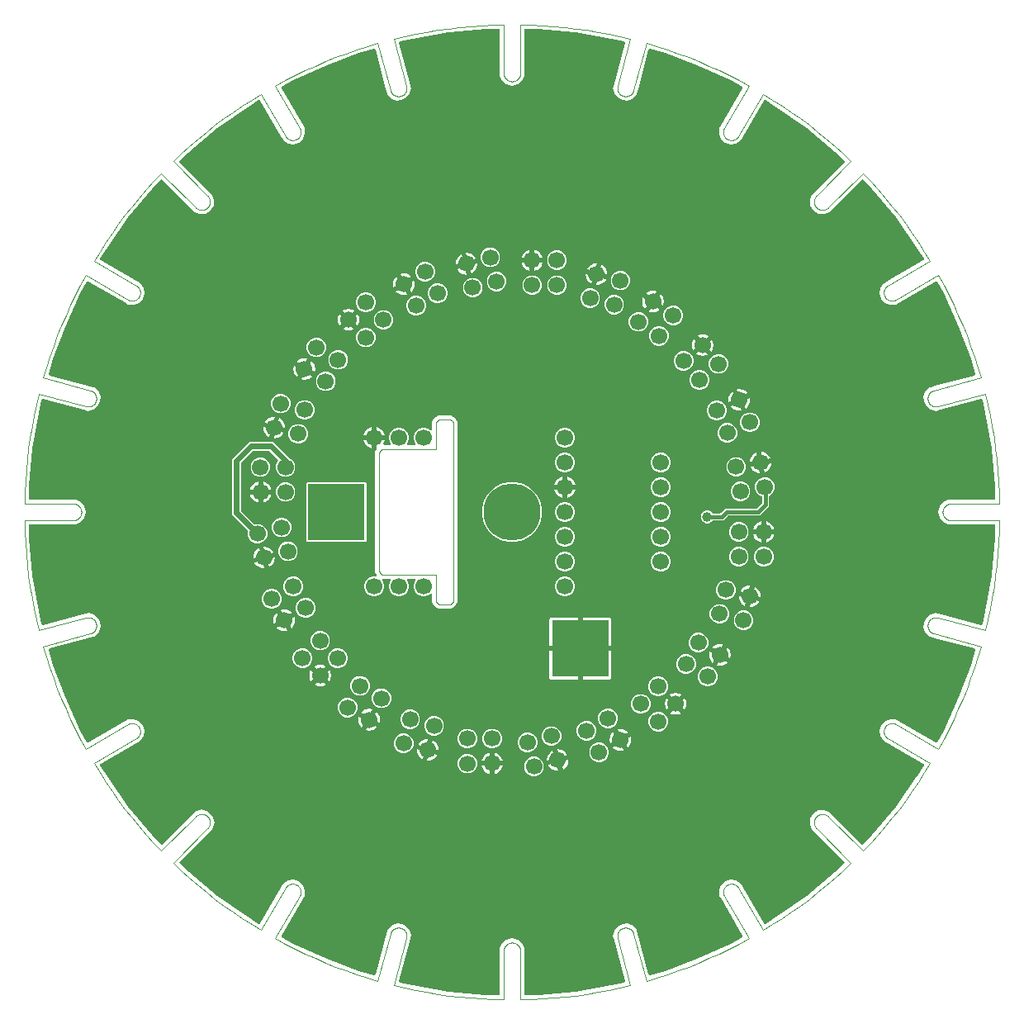
<source format=gbl>
G04 EAGLE Gerber RS-274X export*
G75*
%MOMM*%
%FSLAX34Y34*%
%LPD*%
%INBottom_Copper*%
%IPPOS*%
%AMOC8*
5,1,8,0,0,1.08239X$1,22.5*%
G01*
%ADD10C,0.000000*%
%ADD11C,1.700000*%
%ADD12C,5.842000*%
%ADD13R,5.842000X5.842000*%
%ADD14C,1.006400*%
%ADD15C,0.406400*%
%ADD16C,0.609600*%

G36*
X527150Y4740D02*
X527150Y4740D01*
X527169Y4744D01*
X527222Y4745D01*
X564612Y8230D01*
X564634Y8235D01*
X564708Y8243D01*
X601726Y14554D01*
X601744Y14559D01*
X601797Y14568D01*
X614809Y17558D01*
X614943Y17606D01*
X615076Y17651D01*
X615091Y17661D01*
X615108Y17667D01*
X615225Y17747D01*
X615343Y17824D01*
X615355Y17837D01*
X615370Y17847D01*
X615462Y17954D01*
X615559Y18058D01*
X615567Y18074D01*
X615579Y18087D01*
X615642Y18213D01*
X615709Y18338D01*
X615714Y18355D01*
X615721Y18371D01*
X615752Y18510D01*
X615786Y18647D01*
X615785Y18665D01*
X615789Y18682D01*
X615784Y18824D01*
X615783Y18965D01*
X615778Y18989D01*
X615777Y19000D01*
X615772Y19018D01*
X615751Y19123D01*
X603688Y64143D01*
X603518Y64779D01*
X604584Y70415D01*
X607990Y75030D01*
X613061Y77710D01*
X618793Y77924D01*
X624050Y75631D01*
X627791Y71283D01*
X627961Y70647D01*
X627962Y70647D01*
X640024Y25627D01*
X640078Y25496D01*
X640128Y25363D01*
X640138Y25349D01*
X640145Y25333D01*
X640229Y25219D01*
X640310Y25103D01*
X640324Y25091D01*
X640334Y25077D01*
X640444Y24988D01*
X640552Y24896D01*
X640568Y24888D01*
X640581Y24877D01*
X640710Y24818D01*
X640837Y24756D01*
X640854Y24752D01*
X640870Y24745D01*
X641010Y24720D01*
X641148Y24691D01*
X641166Y24691D01*
X641183Y24688D01*
X641324Y24698D01*
X641466Y24705D01*
X641490Y24711D01*
X641500Y24711D01*
X641519Y24717D01*
X641623Y24742D01*
X654386Y28660D01*
X654404Y28667D01*
X654455Y28683D01*
X689669Y41726D01*
X689688Y41736D01*
X689758Y41763D01*
X723881Y57440D01*
X723897Y57450D01*
X723946Y57472D01*
X735741Y63728D01*
X735857Y63809D01*
X735975Y63887D01*
X735987Y63900D01*
X736001Y63911D01*
X736093Y64018D01*
X736188Y64124D01*
X736196Y64139D01*
X736208Y64152D01*
X736270Y64280D01*
X736336Y64405D01*
X736340Y64422D01*
X736347Y64438D01*
X736376Y64577D01*
X736409Y64715D01*
X736408Y64732D01*
X736412Y64750D01*
X736405Y64891D01*
X736402Y65033D01*
X736398Y65050D01*
X736397Y65067D01*
X736355Y65203D01*
X736317Y65339D01*
X736306Y65361D01*
X736303Y65371D01*
X736293Y65388D01*
X736246Y65483D01*
X713911Y104168D01*
X712613Y106417D01*
X712184Y112137D01*
X714280Y117476D01*
X715745Y118835D01*
X715745Y118836D01*
X718481Y121374D01*
X718484Y121377D01*
X723965Y123068D01*
X729636Y122213D01*
X734375Y118982D01*
X735809Y116498D01*
X736914Y114585D01*
X758009Y78048D01*
X758095Y77935D01*
X758177Y77820D01*
X758190Y77809D01*
X758201Y77795D01*
X758313Y77706D01*
X758421Y77616D01*
X758437Y77608D01*
X758450Y77597D01*
X758580Y77540D01*
X758708Y77478D01*
X758725Y77475D01*
X758741Y77468D01*
X758881Y77444D01*
X759020Y77417D01*
X759037Y77418D01*
X759054Y77415D01*
X759196Y77426D01*
X759337Y77434D01*
X759354Y77440D01*
X759371Y77441D01*
X759506Y77488D01*
X759640Y77530D01*
X759661Y77542D01*
X759672Y77545D01*
X759688Y77556D01*
X759782Y77607D01*
X771097Y84694D01*
X771112Y84707D01*
X771157Y84735D01*
X801795Y106447D01*
X801811Y106462D01*
X801872Y106506D01*
X830775Y130481D01*
X830788Y130495D01*
X830829Y130528D01*
X840604Y139623D01*
X840695Y139732D01*
X840788Y139838D01*
X840796Y139854D01*
X840807Y139867D01*
X840869Y139996D01*
X840933Y140122D01*
X840937Y140139D01*
X840944Y140155D01*
X840972Y140294D01*
X841003Y140432D01*
X841002Y140449D01*
X841005Y140467D01*
X840997Y140608D01*
X840993Y140750D01*
X840988Y140767D01*
X840987Y140784D01*
X840944Y140919D01*
X840904Y141055D01*
X840896Y141070D01*
X840890Y141087D01*
X840815Y141207D01*
X840743Y141329D01*
X840727Y141347D01*
X840721Y141356D01*
X840707Y141370D01*
X840636Y141450D01*
X810803Y171283D01*
X809241Y172845D01*
X808755Y173331D01*
X807679Y174407D01*
X807213Y174873D01*
X805319Y180287D01*
X805961Y185986D01*
X809012Y190843D01*
X813869Y193894D01*
X819568Y194536D01*
X824982Y192642D01*
X825448Y192177D01*
X825448Y192176D01*
X858405Y159219D01*
X858517Y159132D01*
X858626Y159043D01*
X858642Y159035D01*
X858656Y159024D01*
X858786Y158968D01*
X858915Y158908D01*
X858932Y158905D01*
X858948Y158898D01*
X859088Y158876D01*
X859227Y158850D01*
X859245Y158851D01*
X859262Y158848D01*
X859403Y158862D01*
X859545Y158871D01*
X859561Y158876D01*
X859579Y158878D01*
X859712Y158926D01*
X859847Y158970D01*
X859862Y158980D01*
X859878Y158986D01*
X859995Y159065D01*
X860115Y159142D01*
X860132Y159158D01*
X860141Y159164D01*
X860154Y159179D01*
X860232Y159252D01*
X869327Y169027D01*
X869338Y169042D01*
X869375Y169081D01*
X893349Y197984D01*
X893361Y198002D01*
X893408Y198060D01*
X915121Y228699D01*
X915130Y228716D01*
X915153Y228747D01*
X915157Y228752D01*
X915158Y228755D01*
X915161Y228759D01*
X916424Y230774D01*
X916424Y230775D01*
X922249Y240074D01*
X922308Y240202D01*
X922372Y240330D01*
X922375Y240347D01*
X922383Y240363D01*
X922408Y240502D01*
X922438Y240641D01*
X922437Y240658D01*
X922440Y240675D01*
X922431Y240816D01*
X922425Y240958D01*
X922420Y240975D01*
X922419Y240993D01*
X922374Y241127D01*
X922333Y241263D01*
X922324Y241278D01*
X922319Y241295D01*
X922242Y241414D01*
X922169Y241535D01*
X922156Y241547D01*
X922147Y241562D01*
X922043Y241659D01*
X921942Y241758D01*
X921922Y241771D01*
X921914Y241779D01*
X921897Y241788D01*
X921808Y241847D01*
X885270Y262942D01*
X883874Y263748D01*
X881443Y265151D01*
X881443Y265152D01*
X880873Y265481D01*
X877642Y270220D01*
X876787Y275891D01*
X878478Y281372D01*
X882379Y285576D01*
X887718Y287672D01*
X893438Y287243D01*
X894739Y286492D01*
X934373Y263609D01*
X934504Y263554D01*
X934632Y263496D01*
X934650Y263493D01*
X934666Y263486D01*
X934806Y263465D01*
X934945Y263441D01*
X934963Y263442D01*
X934980Y263440D01*
X935122Y263454D01*
X935263Y263465D01*
X935279Y263471D01*
X935297Y263473D01*
X935430Y263522D01*
X935564Y263568D01*
X935578Y263577D01*
X935595Y263584D01*
X935711Y263664D01*
X935830Y263742D01*
X935842Y263755D01*
X935856Y263765D01*
X935948Y263872D01*
X936044Y263977D01*
X936057Y263997D01*
X936064Y264006D01*
X936073Y264023D01*
X936128Y264114D01*
X942384Y275909D01*
X942391Y275927D01*
X942416Y275974D01*
X958093Y310098D01*
X958100Y310118D01*
X958130Y310187D01*
X971173Y345401D01*
X971178Y345420D01*
X971196Y345469D01*
X975114Y358233D01*
X975138Y358372D01*
X975166Y358512D01*
X975165Y358529D01*
X975168Y358547D01*
X975157Y358688D01*
X975150Y358829D01*
X975144Y358846D01*
X975143Y358864D01*
X975097Y358998D01*
X975055Y359133D01*
X975046Y359148D01*
X975040Y359164D01*
X974962Y359283D01*
X974888Y359403D01*
X974875Y359415D01*
X974865Y359430D01*
X974760Y359526D01*
X974658Y359624D01*
X974643Y359632D01*
X974630Y359644D01*
X974505Y359710D01*
X974381Y359780D01*
X974358Y359788D01*
X974349Y359793D01*
X974330Y359797D01*
X974229Y359832D01*
X933476Y370751D01*
X931342Y371323D01*
X931272Y371341D01*
X929208Y371894D01*
X929208Y371895D01*
X928572Y372065D01*
X924224Y375806D01*
X921931Y381063D01*
X922145Y386795D01*
X924825Y391866D01*
X929440Y395272D01*
X935076Y396338D01*
X935712Y396168D01*
X937977Y395561D01*
X939980Y395025D01*
X939980Y395024D01*
X980733Y384104D01*
X980874Y384085D01*
X981013Y384062D01*
X981031Y384063D01*
X981048Y384061D01*
X981189Y384077D01*
X981330Y384090D01*
X981347Y384095D01*
X981364Y384097D01*
X981496Y384148D01*
X981630Y384195D01*
X981645Y384205D01*
X981661Y384211D01*
X981776Y384293D01*
X981894Y384372D01*
X981906Y384385D01*
X981920Y384396D01*
X982011Y384503D01*
X982106Y384609D01*
X982114Y384625D01*
X982126Y384638D01*
X982187Y384765D01*
X982253Y384892D01*
X982259Y384915D01*
X982264Y384925D01*
X982268Y384944D01*
X982298Y385046D01*
X985288Y398058D01*
X985290Y398078D01*
X985302Y398129D01*
X991613Y435148D01*
X991614Y435169D01*
X991625Y435243D01*
X995110Y472633D01*
X995109Y472652D01*
X995113Y472671D01*
X995112Y472681D01*
X995115Y472706D01*
X995595Y486048D01*
X995582Y486190D01*
X995574Y486331D01*
X995568Y486348D01*
X995567Y486365D01*
X995519Y486499D01*
X995475Y486633D01*
X995466Y486648D01*
X995460Y486665D01*
X995381Y486782D01*
X995305Y486902D01*
X995293Y486914D01*
X995283Y486929D01*
X995177Y487023D01*
X995074Y487120D01*
X995058Y487129D01*
X995045Y487140D01*
X994919Y487205D01*
X994795Y487274D01*
X994778Y487278D01*
X994763Y487286D01*
X994625Y487318D01*
X994487Y487353D01*
X994463Y487355D01*
X994453Y487357D01*
X994433Y487356D01*
X994327Y487363D01*
X947060Y487363D01*
X941893Y489852D01*
X938316Y494336D01*
X937040Y499928D01*
X938316Y505520D01*
X941893Y510004D01*
X947060Y512493D01*
X994327Y512493D01*
X994467Y512510D01*
X994608Y512524D01*
X994625Y512530D01*
X994642Y512533D01*
X994774Y512585D01*
X994907Y512633D01*
X994921Y512643D01*
X994938Y512650D01*
X995052Y512733D01*
X995169Y512813D01*
X995181Y512826D01*
X995195Y512836D01*
X995285Y512945D01*
X995379Y513052D01*
X995387Y513068D01*
X995398Y513081D01*
X995458Y513209D01*
X995522Y513336D01*
X995526Y513353D01*
X995533Y513369D01*
X995560Y513508D01*
X995591Y513647D01*
X995591Y513671D01*
X995593Y513681D01*
X995592Y513701D01*
X995595Y513808D01*
X995115Y527150D01*
X995112Y527169D01*
X995110Y527222D01*
X991625Y564612D01*
X991621Y564634D01*
X991613Y564708D01*
X985302Y601726D01*
X985296Y601744D01*
X985288Y601797D01*
X982298Y614809D01*
X982250Y614942D01*
X982205Y615076D01*
X982195Y615091D01*
X982189Y615108D01*
X982109Y615225D01*
X982032Y615343D01*
X982019Y615355D01*
X982009Y615370D01*
X981902Y615463D01*
X981798Y615559D01*
X981782Y615567D01*
X981769Y615579D01*
X981642Y615642D01*
X981518Y615709D01*
X981501Y615714D01*
X981485Y615721D01*
X981346Y615752D01*
X981209Y615786D01*
X981191Y615785D01*
X981174Y615789D01*
X981032Y615784D01*
X980891Y615783D01*
X980867Y615778D01*
X980856Y615777D01*
X980838Y615772D01*
X980733Y615751D01*
X935712Y603688D01*
X935076Y603518D01*
X929440Y604584D01*
X924825Y607990D01*
X922145Y613061D01*
X921931Y618793D01*
X924224Y624050D01*
X928572Y627791D01*
X929208Y627961D01*
X931732Y628638D01*
X933476Y629105D01*
X974229Y640024D01*
X974360Y640078D01*
X974493Y640128D01*
X974507Y640138D01*
X974523Y640145D01*
X974637Y640229D01*
X974753Y640310D01*
X974765Y640324D01*
X974779Y640334D01*
X974868Y640444D01*
X974960Y640552D01*
X974968Y640568D01*
X974979Y640581D01*
X975038Y640710D01*
X975100Y640837D01*
X975104Y640854D01*
X975111Y640870D01*
X975136Y641010D01*
X975165Y641148D01*
X975165Y641166D01*
X975168Y641183D01*
X975158Y641324D01*
X975151Y641466D01*
X975145Y641490D01*
X975145Y641500D01*
X975139Y641519D01*
X975114Y641623D01*
X971196Y654386D01*
X971189Y654404D01*
X971173Y654455D01*
X958130Y689669D01*
X958120Y689688D01*
X958093Y689758D01*
X942416Y723881D01*
X942406Y723897D01*
X942384Y723946D01*
X936128Y735741D01*
X936047Y735857D01*
X935969Y735975D01*
X935956Y735987D01*
X935945Y736001D01*
X935838Y736093D01*
X935732Y736188D01*
X935717Y736196D01*
X935704Y736208D01*
X935576Y736270D01*
X935451Y736336D01*
X935434Y736340D01*
X935418Y736347D01*
X935279Y736376D01*
X935141Y736409D01*
X935124Y736408D01*
X935106Y736412D01*
X934965Y736405D01*
X934823Y736402D01*
X934806Y736398D01*
X934789Y736397D01*
X934654Y736355D01*
X934517Y736317D01*
X934495Y736306D01*
X934485Y736303D01*
X934468Y736293D01*
X934373Y736246D01*
X895962Y714070D01*
X895922Y714047D01*
X895921Y714047D01*
X893438Y712613D01*
X887718Y712184D01*
X882379Y714280D01*
X878478Y718484D01*
X876787Y723965D01*
X877642Y729636D01*
X880873Y734375D01*
X881443Y734704D01*
X881444Y734705D01*
X884277Y736341D01*
X885270Y736914D01*
X921808Y758009D01*
X921920Y758094D01*
X922036Y758177D01*
X922047Y758191D01*
X922061Y758201D01*
X922149Y758312D01*
X922240Y758421D01*
X922248Y758437D01*
X922259Y758450D01*
X922317Y758580D01*
X922378Y758708D01*
X922381Y758725D01*
X922388Y758741D01*
X922412Y758881D01*
X922439Y759020D01*
X922438Y759037D01*
X922441Y759054D01*
X922429Y759196D01*
X922422Y759337D01*
X922416Y759354D01*
X922415Y759371D01*
X922368Y759506D01*
X922325Y759640D01*
X922314Y759661D01*
X922310Y759672D01*
X922300Y759688D01*
X922249Y759782D01*
X915161Y771097D01*
X915149Y771112D01*
X915121Y771157D01*
X893408Y801796D01*
X893393Y801812D01*
X893349Y801872D01*
X869375Y830775D01*
X869360Y830788D01*
X869327Y830829D01*
X860232Y840604D01*
X860123Y840694D01*
X860017Y840788D01*
X860001Y840796D01*
X859988Y840808D01*
X859860Y840869D01*
X859733Y840933D01*
X859716Y840937D01*
X859700Y840944D01*
X859561Y840972D01*
X859423Y841003D01*
X859406Y841002D01*
X859388Y841005D01*
X859247Y840997D01*
X859105Y840993D01*
X859088Y840988D01*
X859071Y840987D01*
X858936Y840944D01*
X858800Y840904D01*
X858785Y840896D01*
X858768Y840890D01*
X858648Y840815D01*
X858526Y840743D01*
X858508Y840727D01*
X858499Y840721D01*
X858485Y840707D01*
X858405Y840637D01*
X828572Y810803D01*
X826524Y808755D01*
X826524Y808754D01*
X825448Y807679D01*
X824982Y807213D01*
X819568Y805319D01*
X813869Y805961D01*
X809012Y809012D01*
X805961Y813869D01*
X805319Y819568D01*
X807213Y824982D01*
X807679Y825448D01*
X809009Y826779D01*
X809241Y827010D01*
X810803Y828572D01*
X840637Y858405D01*
X840723Y858517D01*
X840813Y858627D01*
X840821Y858642D01*
X840831Y858656D01*
X840888Y858786D01*
X840948Y858915D01*
X840951Y858932D01*
X840958Y858948D01*
X840980Y859088D01*
X841006Y859227D01*
X841005Y859245D01*
X841008Y859262D01*
X840994Y859403D01*
X840985Y859545D01*
X840980Y859561D01*
X840978Y859579D01*
X840930Y859713D01*
X840886Y859847D01*
X840876Y859862D01*
X840870Y859878D01*
X840791Y859995D01*
X840714Y860115D01*
X840698Y860132D01*
X840692Y860141D01*
X840677Y860154D01*
X840604Y860232D01*
X830829Y869327D01*
X830814Y869338D01*
X830775Y869375D01*
X801872Y893349D01*
X801854Y893361D01*
X801796Y893408D01*
X771157Y915121D01*
X771140Y915130D01*
X771109Y915153D01*
X771104Y915157D01*
X771101Y915158D01*
X771097Y915161D01*
X759782Y922249D01*
X759654Y922308D01*
X759526Y922372D01*
X759509Y922375D01*
X759493Y922383D01*
X759354Y922408D01*
X759215Y922438D01*
X759198Y922437D01*
X759181Y922440D01*
X759040Y922431D01*
X758898Y922425D01*
X758881Y922420D01*
X758863Y922419D01*
X758729Y922374D01*
X758593Y922333D01*
X758578Y922324D01*
X758561Y922319D01*
X758442Y922242D01*
X758321Y922169D01*
X758309Y922156D01*
X758294Y922147D01*
X758197Y922043D01*
X758098Y921942D01*
X758085Y921922D01*
X758077Y921914D01*
X758068Y921897D01*
X758009Y921808D01*
X736914Y885270D01*
X736108Y883874D01*
X734705Y881443D01*
X734704Y881443D01*
X734375Y880873D01*
X729636Y877642D01*
X723965Y876787D01*
X718484Y878478D01*
X714280Y882379D01*
X712184Y887718D01*
X712613Y893438D01*
X713986Y895817D01*
X736246Y934373D01*
X736301Y934503D01*
X736359Y934632D01*
X736362Y934650D01*
X736369Y934666D01*
X736390Y934806D01*
X736414Y934945D01*
X736413Y934963D01*
X736415Y934980D01*
X736401Y935122D01*
X736390Y935263D01*
X736384Y935279D01*
X736382Y935297D01*
X736333Y935430D01*
X736287Y935564D01*
X736278Y935578D01*
X736272Y935595D01*
X736191Y935711D01*
X736113Y935830D01*
X736100Y935842D01*
X736090Y935856D01*
X735983Y935948D01*
X735878Y936044D01*
X735858Y936057D01*
X735850Y936064D01*
X735832Y936072D01*
X735741Y936128D01*
X723946Y942384D01*
X723928Y942391D01*
X723881Y942416D01*
X689758Y958093D01*
X689737Y958099D01*
X689669Y958130D01*
X654455Y971173D01*
X654436Y971178D01*
X654386Y971196D01*
X641623Y975114D01*
X641483Y975138D01*
X641344Y975166D01*
X641327Y975165D01*
X641309Y975168D01*
X641168Y975157D01*
X641027Y975150D01*
X641010Y975144D01*
X640992Y975143D01*
X640859Y975097D01*
X640723Y975055D01*
X640708Y975046D01*
X640692Y975040D01*
X640573Y974962D01*
X640453Y974888D01*
X640441Y974875D01*
X640426Y974865D01*
X640330Y974760D01*
X640232Y974658D01*
X640224Y974643D01*
X640212Y974630D01*
X640146Y974505D01*
X640076Y974381D01*
X640068Y974358D01*
X640063Y974349D01*
X640059Y974330D01*
X640024Y974229D01*
X629105Y933476D01*
X628533Y931342D01*
X628515Y931272D01*
X628514Y931272D01*
X627962Y929208D01*
X627961Y929208D01*
X627791Y928572D01*
X624050Y924224D01*
X618793Y921931D01*
X613061Y922145D01*
X607990Y924825D01*
X604584Y929440D01*
X603518Y935076D01*
X603688Y935712D01*
X615751Y980733D01*
X615770Y980873D01*
X615793Y981013D01*
X615792Y981031D01*
X615794Y981048D01*
X615778Y981189D01*
X615765Y981330D01*
X615760Y981346D01*
X615758Y981364D01*
X615707Y981496D01*
X615660Y981630D01*
X615650Y981644D01*
X615644Y981661D01*
X615562Y981776D01*
X615483Y981894D01*
X615470Y981906D01*
X615460Y981920D01*
X615351Y982012D01*
X615246Y982106D01*
X615230Y982114D01*
X615217Y982126D01*
X615089Y982187D01*
X614963Y982252D01*
X614940Y982259D01*
X614931Y982264D01*
X614912Y982268D01*
X614809Y982298D01*
X601797Y985288D01*
X601778Y985290D01*
X601726Y985302D01*
X564708Y991613D01*
X564686Y991614D01*
X564612Y991625D01*
X527222Y995110D01*
X527204Y995109D01*
X527185Y995113D01*
X527174Y995112D01*
X527150Y995115D01*
X513808Y995595D01*
X513666Y995582D01*
X513525Y995573D01*
X513508Y995568D01*
X513491Y995567D01*
X513357Y995519D01*
X513223Y995475D01*
X513208Y995466D01*
X513191Y995460D01*
X513074Y995381D01*
X512954Y995305D01*
X512942Y995292D01*
X512927Y995283D01*
X512833Y995177D01*
X512736Y995074D01*
X512727Y995058D01*
X512716Y995045D01*
X512651Y994919D01*
X512582Y994795D01*
X512578Y994778D01*
X512570Y994763D01*
X512538Y994625D01*
X512503Y994487D01*
X512501Y994463D01*
X512499Y994453D01*
X512500Y994433D01*
X512493Y994327D01*
X512493Y947060D01*
X510004Y941893D01*
X505520Y938316D01*
X499928Y937040D01*
X494336Y938316D01*
X489852Y941893D01*
X487363Y947060D01*
X487363Y994327D01*
X487346Y994467D01*
X487332Y994608D01*
X487326Y994625D01*
X487323Y994642D01*
X487271Y994774D01*
X487223Y994907D01*
X487213Y994921D01*
X487206Y994938D01*
X487123Y995052D01*
X487043Y995169D01*
X487030Y995181D01*
X487020Y995195D01*
X486910Y995286D01*
X486804Y995379D01*
X486788Y995387D01*
X486775Y995398D01*
X486646Y995458D01*
X486520Y995522D01*
X486503Y995526D01*
X486487Y995533D01*
X486348Y995560D01*
X486209Y995591D01*
X486185Y995591D01*
X486175Y995593D01*
X486155Y995592D01*
X486048Y995595D01*
X472706Y995115D01*
X472687Y995112D01*
X472633Y995110D01*
X435243Y991625D01*
X435222Y991621D01*
X435148Y991613D01*
X398129Y985302D01*
X398111Y985296D01*
X398058Y985288D01*
X385046Y982298D01*
X384913Y982250D01*
X384779Y982205D01*
X384764Y982195D01*
X384747Y982189D01*
X384631Y982109D01*
X384512Y982032D01*
X384500Y982019D01*
X384485Y982009D01*
X384392Y981902D01*
X384296Y981798D01*
X384288Y981782D01*
X384276Y981769D01*
X384212Y981642D01*
X384146Y981518D01*
X384142Y981501D01*
X384134Y981485D01*
X384103Y981346D01*
X384070Y981209D01*
X384070Y981191D01*
X384066Y981174D01*
X384071Y981032D01*
X384072Y980891D01*
X384077Y980867D01*
X384078Y980856D01*
X384083Y980838D01*
X384104Y980733D01*
X395024Y939980D01*
X395596Y937846D01*
X395664Y937595D01*
X396168Y935712D01*
X396338Y935076D01*
X395272Y929440D01*
X391866Y924825D01*
X386795Y922145D01*
X381063Y921931D01*
X375806Y924224D01*
X372065Y928572D01*
X371895Y929208D01*
X371218Y931732D01*
X370751Y933476D01*
X359832Y974229D01*
X359778Y974360D01*
X359728Y974493D01*
X359718Y974507D01*
X359711Y974523D01*
X359627Y974637D01*
X359546Y974753D01*
X359532Y974765D01*
X359522Y974779D01*
X359412Y974868D01*
X359304Y974960D01*
X359288Y974968D01*
X359275Y974979D01*
X359146Y975038D01*
X359019Y975100D01*
X359002Y975104D01*
X358986Y975111D01*
X358846Y975137D01*
X358708Y975166D01*
X358690Y975165D01*
X358673Y975168D01*
X358532Y975158D01*
X358390Y975151D01*
X358366Y975146D01*
X358356Y975145D01*
X358337Y975139D01*
X358233Y975114D01*
X345469Y971196D01*
X345452Y971189D01*
X345401Y971173D01*
X310187Y958130D01*
X310167Y958120D01*
X310098Y958093D01*
X275974Y942416D01*
X275958Y942406D01*
X275909Y942384D01*
X264114Y936128D01*
X263998Y936047D01*
X263880Y935969D01*
X263868Y935956D01*
X263854Y935945D01*
X263762Y935838D01*
X263667Y935732D01*
X263659Y935717D01*
X263647Y935704D01*
X263585Y935576D01*
X263519Y935451D01*
X263515Y935434D01*
X263508Y935418D01*
X263479Y935279D01*
X263446Y935141D01*
X263447Y935124D01*
X263443Y935106D01*
X263450Y934964D01*
X263453Y934823D01*
X263457Y934806D01*
X263458Y934789D01*
X263500Y934653D01*
X263538Y934517D01*
X263549Y934495D01*
X263552Y934485D01*
X263562Y934468D01*
X263609Y934373D01*
X286362Y894963D01*
X287243Y893438D01*
X287672Y887718D01*
X285576Y882379D01*
X284055Y880967D01*
X281372Y878478D01*
X275891Y876787D01*
X270220Y877642D01*
X265481Y880873D01*
X265152Y881443D01*
X265151Y881444D01*
X263515Y884277D01*
X262942Y885270D01*
X241847Y921808D01*
X241762Y921920D01*
X241679Y922036D01*
X241665Y922047D01*
X241655Y922061D01*
X241544Y922149D01*
X241435Y922240D01*
X241419Y922248D01*
X241406Y922259D01*
X241276Y922317D01*
X241148Y922378D01*
X241131Y922381D01*
X241115Y922388D01*
X240975Y922412D01*
X240836Y922439D01*
X240819Y922438D01*
X240802Y922441D01*
X240660Y922429D01*
X240519Y922422D01*
X240502Y922416D01*
X240485Y922415D01*
X240350Y922368D01*
X240216Y922325D01*
X240195Y922314D01*
X240184Y922310D01*
X240168Y922300D01*
X240074Y922249D01*
X228759Y915161D01*
X228744Y915149D01*
X228699Y915121D01*
X198060Y893408D01*
X198044Y893393D01*
X197984Y893349D01*
X169081Y869375D01*
X169068Y869360D01*
X169027Y869327D01*
X167896Y868275D01*
X166532Y867006D01*
X166532Y867005D01*
X165168Y865736D01*
X162440Y863198D01*
X159712Y860659D01*
X159252Y860232D01*
X159162Y860123D01*
X159068Y860017D01*
X159060Y860001D01*
X159048Y859988D01*
X158988Y859860D01*
X158923Y859733D01*
X158919Y859716D01*
X158912Y859700D01*
X158884Y859561D01*
X158853Y859423D01*
X158854Y859406D01*
X158851Y859388D01*
X158859Y859247D01*
X158863Y859105D01*
X158868Y859088D01*
X158869Y859071D01*
X158912Y858936D01*
X158951Y858800D01*
X158960Y858785D01*
X158966Y858768D01*
X159041Y858648D01*
X159113Y858526D01*
X159129Y858508D01*
X159135Y858499D01*
X159149Y858485D01*
X159219Y858405D01*
X189052Y828572D01*
X192642Y824982D01*
X194536Y819568D01*
X193894Y813869D01*
X193633Y813452D01*
X193632Y813452D01*
X192835Y812183D01*
X192037Y810914D01*
X192037Y810913D01*
X191240Y809644D01*
X190843Y809012D01*
X185986Y805961D01*
X180287Y805319D01*
X174873Y807213D01*
X174407Y807679D01*
X173076Y809009D01*
X171283Y810803D01*
X141450Y840636D01*
X141339Y840723D01*
X141229Y840813D01*
X141213Y840821D01*
X141199Y840831D01*
X141069Y840888D01*
X140940Y840948D01*
X140923Y840951D01*
X140907Y840958D01*
X140767Y840980D01*
X140628Y841006D01*
X140610Y841005D01*
X140593Y841008D01*
X140452Y840994D01*
X140310Y840985D01*
X140294Y840979D01*
X140276Y840978D01*
X140143Y840930D01*
X140008Y840886D01*
X139993Y840876D01*
X139977Y840870D01*
X139859Y840790D01*
X139740Y840714D01*
X139723Y840698D01*
X139714Y840692D01*
X139701Y840677D01*
X139623Y840604D01*
X130528Y830829D01*
X130517Y830814D01*
X130481Y830775D01*
X106506Y801872D01*
X106494Y801854D01*
X106447Y801795D01*
X84735Y771157D01*
X84726Y771140D01*
X84703Y771109D01*
X84699Y771104D01*
X84698Y771101D01*
X84694Y771097D01*
X81014Y765221D01*
X81014Y765220D01*
X77607Y759782D01*
X77548Y759653D01*
X77484Y759526D01*
X77481Y759509D01*
X77473Y759493D01*
X77448Y759354D01*
X77418Y759215D01*
X77419Y759198D01*
X77416Y759181D01*
X77425Y759040D01*
X77431Y758898D01*
X77436Y758881D01*
X77437Y758863D01*
X77482Y758729D01*
X77523Y758593D01*
X77532Y758578D01*
X77537Y758561D01*
X77614Y758442D01*
X77687Y758321D01*
X77700Y758309D01*
X77709Y758294D01*
X77813Y758197D01*
X77914Y758098D01*
X77934Y758085D01*
X77942Y758077D01*
X77959Y758068D01*
X78048Y758009D01*
X114585Y736914D01*
X116498Y735809D01*
X118982Y734375D01*
X122213Y729636D01*
X123068Y723965D01*
X121377Y718484D01*
X117476Y714280D01*
X112137Y712184D01*
X106417Y712613D01*
X104333Y713816D01*
X104333Y713817D01*
X65483Y736246D01*
X65353Y736301D01*
X65224Y736359D01*
X65206Y736362D01*
X65190Y736369D01*
X65050Y736390D01*
X64911Y736414D01*
X64893Y736413D01*
X64876Y736415D01*
X64734Y736401D01*
X64593Y736390D01*
X64577Y736384D01*
X64559Y736382D01*
X64426Y736333D01*
X64292Y736287D01*
X64278Y736278D01*
X64261Y736272D01*
X64145Y736191D01*
X64026Y736113D01*
X64015Y736100D01*
X64000Y736090D01*
X63907Y735983D01*
X63812Y735878D01*
X63799Y735858D01*
X63792Y735850D01*
X63783Y735832D01*
X63728Y735741D01*
X57472Y723946D01*
X57465Y723928D01*
X57440Y723881D01*
X41763Y689758D01*
X41757Y689737D01*
X41726Y689669D01*
X28683Y654455D01*
X28678Y654436D01*
X28660Y654386D01*
X24742Y641623D01*
X24718Y641483D01*
X24690Y641344D01*
X24691Y641327D01*
X24688Y641309D01*
X24699Y641168D01*
X24706Y641027D01*
X24712Y641010D01*
X24713Y640992D01*
X24759Y640859D01*
X24801Y640723D01*
X24810Y640708D01*
X24816Y640692D01*
X24893Y640574D01*
X24968Y640453D01*
X24981Y640440D01*
X24991Y640426D01*
X25095Y640331D01*
X25198Y640232D01*
X25213Y640224D01*
X25226Y640212D01*
X25351Y640146D01*
X25475Y640076D01*
X25498Y640068D01*
X25507Y640063D01*
X25526Y640059D01*
X25627Y640024D01*
X70646Y627962D01*
X70647Y627961D01*
X71283Y627791D01*
X75631Y624050D01*
X77924Y618793D01*
X77710Y613061D01*
X75030Y607990D01*
X70415Y604584D01*
X64779Y603518D01*
X64143Y603688D01*
X19123Y615751D01*
X18983Y615770D01*
X18843Y615793D01*
X18825Y615792D01*
X18808Y615794D01*
X18667Y615778D01*
X18526Y615765D01*
X18510Y615760D01*
X18492Y615758D01*
X18360Y615707D01*
X18226Y615660D01*
X18211Y615650D01*
X18195Y615644D01*
X18080Y615562D01*
X17962Y615483D01*
X17950Y615470D01*
X17936Y615460D01*
X17844Y615351D01*
X17750Y615246D01*
X17742Y615230D01*
X17730Y615217D01*
X17669Y615089D01*
X17603Y614963D01*
X17597Y614940D01*
X17592Y614930D01*
X17588Y614912D01*
X17558Y614809D01*
X14568Y601797D01*
X14566Y601778D01*
X14554Y601726D01*
X8243Y564708D01*
X8242Y564686D01*
X8230Y564612D01*
X4745Y527222D01*
X4746Y527203D01*
X4740Y527150D01*
X4260Y513808D01*
X4273Y513666D01*
X4282Y513525D01*
X4287Y513508D01*
X4289Y513491D01*
X4336Y513357D01*
X4380Y513223D01*
X4389Y513208D01*
X4395Y513191D01*
X4474Y513074D01*
X4550Y512954D01*
X4563Y512942D01*
X4572Y512927D01*
X4678Y512833D01*
X4781Y512736D01*
X4797Y512727D01*
X4810Y512716D01*
X4936Y512651D01*
X5060Y512582D01*
X5077Y512578D01*
X5092Y512570D01*
X5231Y512538D01*
X5368Y512503D01*
X5392Y512501D01*
X5402Y512499D01*
X5422Y512500D01*
X5528Y512493D01*
X52796Y512493D01*
X57963Y510004D01*
X61540Y505520D01*
X62816Y499928D01*
X61540Y494336D01*
X57963Y489852D01*
X52796Y487363D01*
X5528Y487363D01*
X5388Y487346D01*
X5247Y487332D01*
X5230Y487326D01*
X5213Y487323D01*
X5081Y487271D01*
X4948Y487223D01*
X4934Y487213D01*
X4917Y487206D01*
X4803Y487123D01*
X4686Y487043D01*
X4674Y487030D01*
X4660Y487020D01*
X4569Y486910D01*
X4476Y486804D01*
X4468Y486788D01*
X4457Y486775D01*
X4397Y486646D01*
X4333Y486520D01*
X4329Y486503D01*
X4322Y486487D01*
X4295Y486348D01*
X4264Y486209D01*
X4264Y486185D01*
X4262Y486175D01*
X4263Y486155D01*
X4260Y486048D01*
X4740Y472706D01*
X4744Y472687D01*
X4745Y472633D01*
X8230Y435243D01*
X8235Y435222D01*
X8243Y435148D01*
X14554Y398129D01*
X14559Y398111D01*
X14568Y398058D01*
X17558Y385046D01*
X17606Y384913D01*
X17651Y384779D01*
X17661Y384764D01*
X17667Y384747D01*
X17748Y384630D01*
X17824Y384512D01*
X17837Y384500D01*
X17847Y384485D01*
X17954Y384392D01*
X18058Y384296D01*
X18074Y384288D01*
X18087Y384276D01*
X18214Y384213D01*
X18338Y384146D01*
X18355Y384142D01*
X18371Y384134D01*
X18510Y384103D01*
X18647Y384070D01*
X18665Y384070D01*
X18682Y384066D01*
X18824Y384071D01*
X18965Y384072D01*
X18989Y384077D01*
X19000Y384078D01*
X19018Y384083D01*
X19123Y384104D01*
X59875Y395024D01*
X59875Y395025D01*
X62009Y395596D01*
X62456Y395716D01*
X64142Y396168D01*
X64143Y396168D01*
X65261Y396468D01*
X71765Y394725D01*
X76526Y389964D01*
X78269Y383460D01*
X76526Y376955D01*
X71765Y372194D01*
X70647Y371895D01*
X25627Y359832D01*
X25496Y359778D01*
X25363Y359728D01*
X25349Y359718D01*
X25333Y359711D01*
X25219Y359627D01*
X25103Y359546D01*
X25091Y359532D01*
X25077Y359522D01*
X24988Y359412D01*
X24896Y359304D01*
X24888Y359288D01*
X24877Y359275D01*
X24818Y359146D01*
X24756Y359019D01*
X24752Y359002D01*
X24745Y358986D01*
X24720Y358846D01*
X24690Y358708D01*
X24691Y358690D01*
X24688Y358673D01*
X24698Y358531D01*
X24705Y358390D01*
X24710Y358366D01*
X24711Y358356D01*
X24717Y358337D01*
X24742Y358233D01*
X28660Y345469D01*
X28667Y345452D01*
X28683Y345401D01*
X41726Y310187D01*
X41736Y310167D01*
X41763Y310098D01*
X57440Y275974D01*
X57450Y275958D01*
X57472Y275909D01*
X63728Y264114D01*
X63809Y263999D01*
X63887Y263880D01*
X63900Y263868D01*
X63911Y263854D01*
X64018Y263762D01*
X64124Y263667D01*
X64139Y263659D01*
X64152Y263647D01*
X64280Y263585D01*
X64405Y263519D01*
X64422Y263515D01*
X64438Y263508D01*
X64577Y263479D01*
X64715Y263446D01*
X64732Y263447D01*
X64750Y263443D01*
X64891Y263450D01*
X65033Y263453D01*
X65050Y263457D01*
X65067Y263458D01*
X65203Y263500D01*
X65339Y263538D01*
X65361Y263549D01*
X65371Y263552D01*
X65388Y263562D01*
X65483Y263609D01*
X102020Y284704D01*
X103934Y285809D01*
X106417Y287243D01*
X112137Y287672D01*
X117476Y285576D01*
X121377Y281372D01*
X123068Y275891D01*
X122213Y270220D01*
X118982Y265481D01*
X116499Y264047D01*
X116498Y264047D01*
X114585Y262942D01*
X78048Y241847D01*
X77935Y241761D01*
X77820Y241679D01*
X77809Y241666D01*
X77795Y241655D01*
X77706Y241543D01*
X77616Y241435D01*
X77608Y241419D01*
X77597Y241406D01*
X77540Y241276D01*
X77478Y241148D01*
X77475Y241131D01*
X77468Y241115D01*
X77444Y240975D01*
X77417Y240836D01*
X77418Y240819D01*
X77415Y240802D01*
X77426Y240660D01*
X77434Y240519D01*
X77440Y240502D01*
X77441Y240485D01*
X77488Y240350D01*
X77530Y240216D01*
X77542Y240195D01*
X77545Y240184D01*
X77556Y240168D01*
X77607Y240074D01*
X84694Y228759D01*
X84707Y228744D01*
X84735Y228699D01*
X106447Y198061D01*
X106462Y198045D01*
X106506Y197984D01*
X130481Y169081D01*
X130495Y169068D01*
X130528Y169027D01*
X139623Y159252D01*
X139732Y159161D01*
X139838Y159068D01*
X139854Y159060D01*
X139867Y159048D01*
X139995Y158987D01*
X140122Y158923D01*
X140139Y158919D01*
X140155Y158912D01*
X140294Y158884D01*
X140432Y158853D01*
X140449Y158854D01*
X140467Y158851D01*
X140608Y158859D01*
X140750Y158863D01*
X140767Y158868D01*
X140784Y158869D01*
X140919Y158912D01*
X141055Y158952D01*
X141070Y158960D01*
X141087Y158966D01*
X141207Y159041D01*
X141329Y159113D01*
X141347Y159129D01*
X141356Y159135D01*
X141370Y159149D01*
X141450Y159219D01*
X172845Y190614D01*
X173422Y191192D01*
X174407Y192176D01*
X175225Y192995D01*
X181730Y194738D01*
X188234Y192995D01*
X192995Y188234D01*
X194738Y181730D01*
X192995Y175225D01*
X159219Y141450D01*
X159132Y141338D01*
X159043Y141229D01*
X159035Y141213D01*
X159025Y141199D01*
X158968Y141069D01*
X158908Y140940D01*
X158905Y140923D01*
X158898Y140907D01*
X158876Y140767D01*
X158850Y140628D01*
X158851Y140610D01*
X158848Y140593D01*
X158862Y140452D01*
X158871Y140310D01*
X158876Y140294D01*
X158878Y140276D01*
X158926Y140143D01*
X158970Y140008D01*
X158980Y139993D01*
X158986Y139977D01*
X159065Y139859D01*
X159142Y139740D01*
X159158Y139723D01*
X159164Y139714D01*
X159179Y139701D01*
X159252Y139623D01*
X169027Y130528D01*
X169042Y130517D01*
X169081Y130481D01*
X197984Y106506D01*
X198002Y106494D01*
X198061Y106447D01*
X228699Y84735D01*
X228716Y84725D01*
X228759Y84694D01*
X240074Y77607D01*
X240203Y77548D01*
X240330Y77484D01*
X240347Y77481D01*
X240363Y77473D01*
X240502Y77448D01*
X240641Y77418D01*
X240658Y77419D01*
X240675Y77416D01*
X240816Y77425D01*
X240958Y77431D01*
X240975Y77436D01*
X240993Y77437D01*
X241127Y77482D01*
X241263Y77523D01*
X241278Y77532D01*
X241295Y77537D01*
X241414Y77614D01*
X241535Y77687D01*
X241547Y77700D01*
X241562Y77709D01*
X241659Y77813D01*
X241758Y77914D01*
X241771Y77934D01*
X241779Y77942D01*
X241788Y77959D01*
X241847Y78048D01*
X262942Y114585D01*
X264047Y116498D01*
X265481Y118982D01*
X270220Y122213D01*
X275891Y123068D01*
X281372Y121377D01*
X285576Y117476D01*
X287672Y112137D01*
X287243Y106417D01*
X285809Y103934D01*
X285809Y103933D01*
X284705Y102021D01*
X284704Y102020D01*
X263609Y65483D01*
X263555Y65353D01*
X263496Y65224D01*
X263493Y65206D01*
X263486Y65190D01*
X263465Y65050D01*
X263441Y64911D01*
X263442Y64893D01*
X263440Y64876D01*
X263454Y64734D01*
X263465Y64593D01*
X263471Y64577D01*
X263473Y64559D01*
X263522Y64426D01*
X263568Y64292D01*
X263577Y64278D01*
X263584Y64261D01*
X263664Y64145D01*
X263742Y64026D01*
X263755Y64014D01*
X263765Y64000D01*
X263872Y63908D01*
X263977Y63812D01*
X263998Y63799D01*
X264006Y63792D01*
X264023Y63784D01*
X264114Y63728D01*
X275909Y57472D01*
X275927Y57465D01*
X275974Y57440D01*
X310098Y41763D01*
X310118Y41756D01*
X310187Y41726D01*
X345401Y28683D01*
X345420Y28678D01*
X345469Y28660D01*
X358233Y24742D01*
X358373Y24718D01*
X358512Y24690D01*
X358529Y24691D01*
X358547Y24688D01*
X358688Y24699D01*
X358829Y24706D01*
X358846Y24712D01*
X358864Y24713D01*
X358997Y24759D01*
X359133Y24801D01*
X359148Y24810D01*
X359164Y24816D01*
X359282Y24894D01*
X359403Y24968D01*
X359416Y24981D01*
X359430Y24991D01*
X359526Y25096D01*
X359624Y25198D01*
X359632Y25213D01*
X359644Y25226D01*
X359710Y25351D01*
X359780Y25475D01*
X359788Y25498D01*
X359793Y25507D01*
X359797Y25526D01*
X359832Y25627D01*
X371894Y70647D01*
X371895Y70647D01*
X372194Y71765D01*
X376955Y76526D01*
X383460Y78269D01*
X389964Y76526D01*
X394725Y71765D01*
X396468Y65261D01*
X396168Y64143D01*
X395643Y62183D01*
X395596Y62009D01*
X395025Y59876D01*
X395024Y59875D01*
X384104Y19123D01*
X384085Y18983D01*
X384062Y18843D01*
X384063Y18825D01*
X384061Y18808D01*
X384077Y18667D01*
X384090Y18526D01*
X384095Y18509D01*
X384097Y18492D01*
X384148Y18360D01*
X384195Y18226D01*
X384205Y18211D01*
X384211Y18195D01*
X384293Y18080D01*
X384372Y17962D01*
X384385Y17950D01*
X384396Y17936D01*
X384504Y17844D01*
X384609Y17750D01*
X384625Y17742D01*
X384638Y17730D01*
X384766Y17669D01*
X384892Y17603D01*
X384915Y17597D01*
X384925Y17592D01*
X384944Y17588D01*
X385046Y17558D01*
X398058Y14568D01*
X398078Y14566D01*
X398129Y14554D01*
X435148Y8243D01*
X435169Y8242D01*
X435243Y8230D01*
X472633Y4745D01*
X472652Y4746D01*
X472671Y4742D01*
X472681Y4743D01*
X472706Y4740D01*
X486048Y4260D01*
X486190Y4273D01*
X486331Y4282D01*
X486348Y4287D01*
X486365Y4289D01*
X486499Y4336D01*
X486633Y4380D01*
X486648Y4389D01*
X486665Y4395D01*
X486782Y4474D01*
X486902Y4550D01*
X486914Y4563D01*
X486929Y4572D01*
X487023Y4678D01*
X487120Y4781D01*
X487129Y4797D01*
X487140Y4810D01*
X487205Y4936D01*
X487274Y5060D01*
X487278Y5077D01*
X487286Y5092D01*
X487318Y5231D01*
X487353Y5368D01*
X487355Y5392D01*
X487357Y5402D01*
X487356Y5422D01*
X487363Y5528D01*
X487363Y52796D01*
X489852Y57963D01*
X494336Y61540D01*
X499928Y62816D01*
X505520Y61540D01*
X510004Y57963D01*
X512493Y52796D01*
X512493Y5528D01*
X512510Y5388D01*
X512524Y5247D01*
X512530Y5230D01*
X512533Y5213D01*
X512585Y5081D01*
X512633Y4948D01*
X512643Y4934D01*
X512650Y4917D01*
X512733Y4803D01*
X512813Y4686D01*
X512826Y4674D01*
X512836Y4660D01*
X512946Y4569D01*
X513052Y4476D01*
X513068Y4468D01*
X513081Y4457D01*
X513209Y4397D01*
X513336Y4333D01*
X513353Y4329D01*
X513369Y4322D01*
X513508Y4295D01*
X513647Y4264D01*
X513671Y4264D01*
X513681Y4262D01*
X513701Y4263D01*
X513808Y4260D01*
X527150Y4740D01*
G37*
%LPC*%
G36*
X424571Y400935D02*
X424571Y400935D01*
X420364Y403364D01*
X417935Y407571D01*
X417935Y415194D01*
X417918Y415332D01*
X417905Y415470D01*
X417898Y415489D01*
X417895Y415509D01*
X417844Y415639D01*
X417797Y415770D01*
X417786Y415786D01*
X417778Y415805D01*
X417697Y415917D01*
X417619Y416033D01*
X417603Y416046D01*
X417592Y416062D01*
X417484Y416151D01*
X417380Y416243D01*
X417362Y416252D01*
X417347Y416265D01*
X417221Y416325D01*
X417097Y416388D01*
X417077Y416392D01*
X417059Y416401D01*
X416922Y416427D01*
X416787Y416457D01*
X416766Y416457D01*
X416747Y416461D01*
X416608Y416452D01*
X416469Y416448D01*
X416449Y416442D01*
X416429Y416441D01*
X416297Y416398D01*
X416163Y416359D01*
X416146Y416349D01*
X416127Y416343D01*
X416009Y416269D01*
X415889Y416198D01*
X415868Y416179D01*
X415858Y416173D01*
X415844Y416158D01*
X415769Y416091D01*
X414979Y415301D01*
X411294Y413775D01*
X407306Y413775D01*
X403621Y415301D01*
X400801Y418121D01*
X399275Y421806D01*
X399275Y425794D01*
X400844Y429580D01*
X400857Y429628D01*
X400878Y429673D01*
X400898Y429781D01*
X400928Y429887D01*
X400928Y429937D01*
X400938Y429986D01*
X400931Y430095D01*
X400933Y430205D01*
X400921Y430253D01*
X400918Y430303D01*
X400884Y430407D01*
X400858Y430514D01*
X400835Y430558D01*
X400820Y430605D01*
X400761Y430698D01*
X400710Y430795D01*
X400676Y430832D01*
X400650Y430874D01*
X400570Y430949D01*
X400496Y431031D01*
X400454Y431058D01*
X400418Y431092D01*
X400322Y431145D01*
X400230Y431205D01*
X400183Y431222D01*
X400140Y431246D01*
X400033Y431273D01*
X399929Y431309D01*
X399880Y431313D01*
X399832Y431325D01*
X399671Y431335D01*
X393529Y431335D01*
X393480Y431329D01*
X393430Y431331D01*
X393323Y431309D01*
X393214Y431295D01*
X393167Y431277D01*
X393119Y431267D01*
X393020Y431219D01*
X392918Y431178D01*
X392878Y431149D01*
X392833Y431127D01*
X392749Y431056D01*
X392660Y430992D01*
X392629Y430953D01*
X392591Y430921D01*
X392528Y430831D01*
X392458Y430747D01*
X392437Y430702D01*
X392408Y430661D01*
X392369Y430558D01*
X392322Y430459D01*
X392313Y430410D01*
X392295Y430364D01*
X392283Y430254D01*
X392262Y430147D01*
X392265Y430097D01*
X392260Y430048D01*
X392275Y429939D01*
X392282Y429829D01*
X392297Y429782D01*
X392304Y429733D01*
X392356Y429580D01*
X393925Y425794D01*
X393925Y421806D01*
X392399Y418121D01*
X389579Y415301D01*
X385894Y413775D01*
X381906Y413775D01*
X378221Y415301D01*
X375401Y418121D01*
X373875Y421806D01*
X373875Y425794D01*
X375444Y429580D01*
X375457Y429628D01*
X375478Y429673D01*
X375498Y429781D01*
X375528Y429887D01*
X375528Y429937D01*
X375538Y429986D01*
X375531Y430095D01*
X375533Y430205D01*
X375521Y430253D01*
X375518Y430303D01*
X375484Y430407D01*
X375458Y430514D01*
X375435Y430558D01*
X375420Y430605D01*
X375361Y430698D01*
X375310Y430795D01*
X375276Y430832D01*
X375250Y430874D01*
X375170Y430949D01*
X375096Y431031D01*
X375054Y431058D01*
X375018Y431092D01*
X374922Y431145D01*
X374830Y431205D01*
X374783Y431222D01*
X374740Y431246D01*
X374633Y431273D01*
X374529Y431309D01*
X374480Y431313D01*
X374432Y431325D01*
X374271Y431335D01*
X368129Y431335D01*
X368080Y431329D01*
X368030Y431331D01*
X367923Y431309D01*
X367814Y431295D01*
X367767Y431277D01*
X367719Y431267D01*
X367620Y431219D01*
X367518Y431178D01*
X367478Y431149D01*
X367433Y431127D01*
X367349Y431056D01*
X367260Y430992D01*
X367229Y430953D01*
X367191Y430921D01*
X367128Y430831D01*
X367058Y430747D01*
X367037Y430702D01*
X367008Y430661D01*
X366969Y430558D01*
X366922Y430459D01*
X366913Y430410D01*
X366895Y430364D01*
X366883Y430254D01*
X366862Y430147D01*
X366865Y430097D01*
X366860Y430048D01*
X366875Y429939D01*
X366882Y429829D01*
X366897Y429782D01*
X366904Y429733D01*
X366956Y429580D01*
X368525Y425794D01*
X368525Y421806D01*
X366999Y418121D01*
X364179Y415301D01*
X360494Y413775D01*
X356506Y413775D01*
X352821Y415301D01*
X350001Y418121D01*
X348475Y421806D01*
X348475Y425794D01*
X350001Y429479D01*
X352821Y432299D01*
X356506Y433825D01*
X359931Y433825D01*
X360062Y433841D01*
X360194Y433852D01*
X360219Y433861D01*
X360246Y433865D01*
X360369Y433913D01*
X360494Y433957D01*
X360517Y433972D01*
X360542Y433982D01*
X360649Y434059D01*
X360759Y434133D01*
X360777Y434153D01*
X360799Y434168D01*
X360884Y434271D01*
X360972Y434369D01*
X360985Y434393D01*
X361002Y434413D01*
X361059Y434533D01*
X361120Y434650D01*
X361126Y434677D01*
X361138Y434701D01*
X361163Y434831D01*
X361193Y434960D01*
X361192Y434987D01*
X361197Y435013D01*
X361189Y435146D01*
X361187Y435278D01*
X361179Y435304D01*
X361178Y435331D01*
X361137Y435457D01*
X361101Y435584D01*
X361084Y435619D01*
X361080Y435633D01*
X361068Y435652D01*
X361030Y435729D01*
X359735Y437971D01*
X359735Y562029D01*
X360829Y563924D01*
X360865Y564009D01*
X360910Y564090D01*
X360926Y564155D01*
X360952Y564217D01*
X360966Y564308D01*
X360989Y564398D01*
X360996Y564515D01*
X360999Y564531D01*
X360998Y564540D01*
X360999Y564558D01*
X360999Y573701D01*
X369282Y573701D01*
X369269Y573615D01*
X368732Y571962D01*
X367992Y570510D01*
X367959Y570417D01*
X367916Y570327D01*
X367905Y570268D01*
X367884Y570211D01*
X367875Y570112D01*
X367856Y570014D01*
X367860Y569954D01*
X367855Y569894D01*
X367870Y569796D01*
X367876Y569697D01*
X367895Y569640D01*
X367904Y569580D01*
X367944Y569489D01*
X367974Y569395D01*
X368006Y569344D01*
X368030Y569288D01*
X368091Y569210D01*
X368144Y569126D01*
X368188Y569085D01*
X368225Y569037D01*
X368304Y568976D01*
X368376Y568908D01*
X368429Y568879D01*
X368476Y568842D01*
X368568Y568802D01*
X368655Y568754D01*
X368713Y568739D01*
X368768Y568715D01*
X368866Y568700D01*
X368962Y568675D01*
X369062Y568669D01*
X369082Y568665D01*
X369095Y568667D01*
X369123Y568665D01*
X374271Y568665D01*
X374320Y568671D01*
X374370Y568669D01*
X374477Y568691D01*
X374586Y568705D01*
X374633Y568723D01*
X374681Y568733D01*
X374780Y568781D01*
X374882Y568822D01*
X374922Y568851D01*
X374967Y568873D01*
X375051Y568944D01*
X375140Y569008D01*
X375171Y569047D01*
X375209Y569079D01*
X375272Y569169D01*
X375342Y569253D01*
X375363Y569298D01*
X375392Y569339D01*
X375431Y569442D01*
X375478Y569541D01*
X375487Y569590D01*
X375505Y569636D01*
X375517Y569746D01*
X375538Y569853D01*
X375535Y569903D01*
X375540Y569952D01*
X375525Y570061D01*
X375518Y570171D01*
X375503Y570218D01*
X375496Y570267D01*
X375444Y570420D01*
X373875Y574206D01*
X373875Y578194D01*
X375401Y581879D01*
X378221Y584699D01*
X381906Y586225D01*
X385894Y586225D01*
X389579Y584699D01*
X392399Y581879D01*
X393925Y578194D01*
X393925Y574206D01*
X392356Y570420D01*
X392343Y570372D01*
X392322Y570327D01*
X392302Y570219D01*
X392272Y570113D01*
X392272Y570063D01*
X392262Y570014D01*
X392269Y569905D01*
X392267Y569795D01*
X392279Y569747D01*
X392282Y569697D01*
X392316Y569593D01*
X392342Y569486D01*
X392365Y569442D01*
X392380Y569395D01*
X392439Y569302D01*
X392490Y569205D01*
X392524Y569168D01*
X392550Y569126D01*
X392630Y569051D01*
X392704Y568969D01*
X392746Y568942D01*
X392782Y568908D01*
X392878Y568855D01*
X392970Y568795D01*
X393017Y568778D01*
X393060Y568754D01*
X393167Y568727D01*
X393271Y568691D01*
X393320Y568687D01*
X393368Y568675D01*
X393529Y568665D01*
X399671Y568665D01*
X399720Y568671D01*
X399770Y568669D01*
X399877Y568691D01*
X399986Y568705D01*
X400033Y568723D01*
X400081Y568733D01*
X400180Y568781D01*
X400282Y568822D01*
X400322Y568851D01*
X400367Y568873D01*
X400451Y568944D01*
X400540Y569008D01*
X400571Y569047D01*
X400609Y569079D01*
X400672Y569169D01*
X400742Y569253D01*
X400763Y569298D01*
X400792Y569339D01*
X400831Y569442D01*
X400878Y569541D01*
X400887Y569590D01*
X400905Y569636D01*
X400917Y569746D01*
X400938Y569853D01*
X400935Y569903D01*
X400940Y569952D01*
X400925Y570061D01*
X400918Y570171D01*
X400903Y570218D01*
X400896Y570267D01*
X400844Y570420D01*
X399275Y574206D01*
X399275Y578194D01*
X400801Y581879D01*
X403621Y584699D01*
X407306Y586225D01*
X411294Y586225D01*
X414979Y584699D01*
X415769Y583909D01*
X415878Y583824D01*
X415985Y583735D01*
X416004Y583726D01*
X416020Y583714D01*
X416147Y583658D01*
X416273Y583599D01*
X416293Y583595D01*
X416312Y583587D01*
X416450Y583565D01*
X416586Y583539D01*
X416606Y583541D01*
X416626Y583537D01*
X416765Y583551D01*
X416903Y583559D01*
X416922Y583565D01*
X416942Y583567D01*
X417074Y583614D01*
X417205Y583657D01*
X417223Y583668D01*
X417242Y583675D01*
X417357Y583753D01*
X417474Y583827D01*
X417488Y583842D01*
X417505Y583853D01*
X417597Y583957D01*
X417692Y584059D01*
X417702Y584077D01*
X417715Y584092D01*
X417778Y584216D01*
X417846Y584337D01*
X417851Y584357D01*
X417860Y584375D01*
X417890Y584511D01*
X417925Y584645D01*
X417927Y584673D01*
X417930Y584685D01*
X417929Y584706D01*
X417935Y584806D01*
X417935Y592429D01*
X420364Y596636D01*
X424571Y599065D01*
X437429Y599065D01*
X441636Y596636D01*
X444065Y592429D01*
X444065Y407571D01*
X441636Y403364D01*
X437429Y400935D01*
X424571Y400935D01*
G37*
%LPD*%
%LPC*%
G36*
X290158Y469265D02*
X290158Y469265D01*
X289265Y470158D01*
X289265Y529842D01*
X290158Y530735D01*
X349842Y530735D01*
X350735Y529842D01*
X350735Y470158D01*
X349842Y469265D01*
X290158Y469265D01*
G37*
%LPD*%
%LPC*%
G36*
X495954Y469265D02*
X495954Y469265D01*
X488137Y471360D01*
X481128Y475406D01*
X475406Y481128D01*
X471360Y488137D01*
X469265Y495954D01*
X469265Y504046D01*
X471360Y511863D01*
X475406Y518872D01*
X481128Y524594D01*
X488137Y528640D01*
X495954Y530735D01*
X504046Y530735D01*
X511863Y528640D01*
X518872Y524594D01*
X524594Y518872D01*
X528640Y511863D01*
X530735Y504046D01*
X530735Y495954D01*
X528640Y488137D01*
X524594Y481128D01*
X518872Y475406D01*
X511863Y471360D01*
X504046Y469265D01*
X495954Y469265D01*
G37*
%LPD*%
%LPC*%
G36*
X236890Y467588D02*
X236890Y467588D01*
X233206Y469114D01*
X230386Y471935D01*
X228860Y475619D01*
X228860Y479607D01*
X228993Y479929D01*
X229001Y479958D01*
X229014Y479984D01*
X229043Y480111D01*
X229077Y480236D01*
X229078Y480266D01*
X229084Y480294D01*
X229080Y480424D01*
X229082Y480554D01*
X229075Y480583D01*
X229074Y480612D01*
X229038Y480737D01*
X229008Y480863D01*
X228994Y480890D01*
X228986Y480918D01*
X228920Y481029D01*
X228859Y481145D01*
X228839Y481166D01*
X228824Y481192D01*
X228718Y481313D01*
X212927Y497103D01*
X212927Y554394D01*
X230606Y572073D01*
X254394Y572073D01*
X257444Y569022D01*
X270958Y555509D01*
X270966Y555503D01*
X270971Y555496D01*
X271091Y555406D01*
X271210Y555314D01*
X271218Y555310D01*
X271225Y555304D01*
X271370Y555233D01*
X273246Y554457D01*
X276066Y551637D01*
X277592Y547952D01*
X277592Y543964D01*
X276066Y540279D01*
X273246Y537459D01*
X269561Y535933D01*
X265573Y535933D01*
X261888Y537459D01*
X259068Y540279D01*
X257542Y543964D01*
X257542Y547952D01*
X259068Y551637D01*
X259585Y552153D01*
X259658Y552247D01*
X259737Y552336D01*
X259755Y552372D01*
X259780Y552404D01*
X259827Y552514D01*
X259881Y552620D01*
X259890Y552659D01*
X259906Y552696D01*
X259925Y552814D01*
X259951Y552930D01*
X259950Y552970D01*
X259956Y553010D01*
X259945Y553129D01*
X259941Y553248D01*
X259930Y553287D01*
X259926Y553327D01*
X259886Y553439D01*
X259853Y553553D01*
X259832Y553588D01*
X259819Y553626D01*
X259752Y553725D01*
X259691Y553827D01*
X259652Y553873D01*
X259640Y553889D01*
X259625Y553903D01*
X259585Y553948D01*
X250978Y562556D01*
X250899Y562616D01*
X250827Y562684D01*
X250774Y562713D01*
X250726Y562750D01*
X250635Y562790D01*
X250549Y562838D01*
X250490Y562853D01*
X250435Y562877D01*
X250337Y562892D01*
X250241Y562917D01*
X250141Y562923D01*
X250120Y562927D01*
X250108Y562925D01*
X250080Y562927D01*
X234920Y562927D01*
X234822Y562915D01*
X234723Y562912D01*
X234664Y562895D01*
X234604Y562887D01*
X234512Y562851D01*
X234417Y562823D01*
X234365Y562793D01*
X234309Y562770D01*
X234229Y562712D01*
X234143Y562662D01*
X234068Y562596D01*
X234051Y562584D01*
X234043Y562574D01*
X234022Y562556D01*
X222444Y550978D01*
X222384Y550899D01*
X222316Y550827D01*
X222287Y550774D01*
X222250Y550726D01*
X222210Y550635D01*
X222162Y550549D01*
X222147Y550490D01*
X222123Y550435D01*
X222108Y550337D01*
X222083Y550241D01*
X222077Y550141D01*
X222073Y550120D01*
X222075Y550108D01*
X222073Y550080D01*
X222073Y501417D01*
X222085Y501319D01*
X222088Y501220D01*
X222105Y501162D01*
X222113Y501102D01*
X222149Y501010D01*
X222177Y500915D01*
X222207Y500862D01*
X222230Y500806D01*
X222288Y500726D01*
X222338Y500641D01*
X222404Y500565D01*
X222416Y500549D01*
X222426Y500541D01*
X222444Y500520D01*
X235185Y487779D01*
X235208Y487761D01*
X235227Y487739D01*
X235333Y487664D01*
X235436Y487584D01*
X235463Y487573D01*
X235487Y487556D01*
X235609Y487510D01*
X235728Y487458D01*
X235757Y487454D01*
X235785Y487443D01*
X235914Y487429D01*
X236042Y487408D01*
X236071Y487411D01*
X236101Y487408D01*
X236229Y487426D01*
X236359Y487438D01*
X236386Y487448D01*
X236416Y487452D01*
X236568Y487504D01*
X236890Y487638D01*
X240878Y487638D01*
X244563Y486112D01*
X247383Y483292D01*
X248909Y479607D01*
X248909Y475619D01*
X247383Y471935D01*
X244563Y469114D01*
X240878Y467588D01*
X236890Y467588D01*
G37*
%LPD*%
%LPC*%
G36*
X698696Y488443D02*
X698696Y488443D01*
X696286Y489441D01*
X694441Y491286D01*
X693443Y493696D01*
X693443Y496304D01*
X694441Y498714D01*
X696286Y500559D01*
X698696Y501557D01*
X701304Y501557D01*
X703714Y500559D01*
X705344Y498928D01*
X705422Y498868D01*
X705495Y498800D01*
X705548Y498771D01*
X705595Y498734D01*
X705686Y498694D01*
X705773Y498646D01*
X705832Y498631D01*
X705887Y498607D01*
X705985Y498592D01*
X706081Y498567D01*
X706181Y498561D01*
X706201Y498557D01*
X706214Y498559D01*
X706242Y498557D01*
X713001Y498557D01*
X713099Y498569D01*
X713198Y498572D01*
X713256Y498589D01*
X713317Y498597D01*
X713409Y498633D01*
X713504Y498661D01*
X713556Y498691D01*
X713612Y498714D01*
X713692Y498772D01*
X713778Y498822D01*
X713853Y498888D01*
X713870Y498900D01*
X713877Y498910D01*
X713899Y498928D01*
X718527Y503557D01*
X750501Y503557D01*
X750599Y503569D01*
X750698Y503572D01*
X750756Y503589D01*
X750817Y503597D01*
X750909Y503633D01*
X751004Y503661D01*
X751056Y503691D01*
X751112Y503714D01*
X751192Y503772D01*
X751278Y503822D01*
X751353Y503888D01*
X751370Y503900D01*
X751377Y503910D01*
X751399Y503928D01*
X756072Y508601D01*
X756132Y508680D01*
X756200Y508752D01*
X756229Y508805D01*
X756266Y508853D01*
X756306Y508944D01*
X756354Y509030D01*
X756369Y509089D01*
X756393Y509145D01*
X756408Y509243D01*
X756433Y509338D01*
X756439Y509438D01*
X756443Y509459D01*
X756441Y509471D01*
X756443Y509499D01*
X756443Y515065D01*
X756440Y515095D01*
X756442Y515124D01*
X756420Y515252D01*
X756403Y515381D01*
X756393Y515408D01*
X756388Y515437D01*
X756334Y515556D01*
X756286Y515676D01*
X756269Y515700D01*
X756257Y515727D01*
X756176Y515829D01*
X756100Y515934D01*
X756077Y515953D01*
X756058Y515976D01*
X755955Y516054D01*
X755855Y516137D01*
X755828Y516149D01*
X755804Y516167D01*
X755660Y516238D01*
X753591Y517095D01*
X750771Y519915D01*
X749245Y523599D01*
X749245Y527587D01*
X750771Y531272D01*
X753591Y534092D01*
X757276Y535618D01*
X761264Y535618D01*
X764949Y534092D01*
X767769Y531272D01*
X769295Y527587D01*
X769295Y523599D01*
X767769Y519915D01*
X764949Y517095D01*
X764340Y516843D01*
X764315Y516828D01*
X764287Y516819D01*
X764177Y516749D01*
X764064Y516685D01*
X764043Y516665D01*
X764018Y516649D01*
X763929Y516554D01*
X763836Y516464D01*
X763820Y516439D01*
X763800Y516417D01*
X763737Y516303D01*
X763669Y516193D01*
X763661Y516164D01*
X763646Y516139D01*
X763614Y516013D01*
X763576Y515889D01*
X763574Y515859D01*
X763567Y515831D01*
X763557Y515670D01*
X763557Y506027D01*
X753973Y496443D01*
X721999Y496443D01*
X721901Y496431D01*
X721802Y496428D01*
X721744Y496411D01*
X721683Y496403D01*
X721591Y496367D01*
X721496Y496339D01*
X721444Y496309D01*
X721388Y496286D01*
X721308Y496228D01*
X721222Y496178D01*
X721147Y496112D01*
X721130Y496100D01*
X721123Y496090D01*
X721101Y496072D01*
X716473Y491443D01*
X706242Y491443D01*
X706143Y491431D01*
X706044Y491428D01*
X705986Y491411D01*
X705926Y491403D01*
X705834Y491367D01*
X705739Y491339D01*
X705687Y491309D01*
X705630Y491286D01*
X705550Y491228D01*
X705465Y491178D01*
X705390Y491112D01*
X705373Y491100D01*
X705365Y491090D01*
X705344Y491072D01*
X703714Y489441D01*
X701304Y488443D01*
X698696Y488443D01*
G37*
%LPD*%
%LPC*%
G36*
X572539Y362539D02*
X572539Y362539D01*
X572539Y391751D01*
X599544Y391751D01*
X600191Y391578D01*
X600770Y391243D01*
X601243Y390770D01*
X601578Y390191D01*
X601751Y389544D01*
X601751Y362539D01*
X572539Y362539D01*
G37*
%LPD*%
%LPC*%
G36*
X538249Y362539D02*
X538249Y362539D01*
X538249Y389544D01*
X538422Y390191D01*
X538757Y390770D01*
X539230Y391243D01*
X539809Y391578D01*
X540456Y391751D01*
X567461Y391751D01*
X567461Y362539D01*
X538249Y362539D01*
G37*
%LPD*%
%LPC*%
G36*
X572539Y328249D02*
X572539Y328249D01*
X572539Y357461D01*
X601751Y357461D01*
X601751Y330456D01*
X601578Y329809D01*
X601243Y329230D01*
X600770Y328757D01*
X600191Y328422D01*
X599544Y328249D01*
X572539Y328249D01*
G37*
%LPD*%
%LPC*%
G36*
X540456Y328249D02*
X540456Y328249D01*
X539809Y328422D01*
X539230Y328757D01*
X538757Y329230D01*
X538422Y329809D01*
X538249Y330456D01*
X538249Y357461D01*
X567461Y357461D01*
X567461Y328249D01*
X540456Y328249D01*
G37*
%LPD*%
%LPC*%
G36*
X676320Y333959D02*
X676320Y333959D01*
X672635Y335485D01*
X669815Y338305D01*
X668289Y341989D01*
X668289Y345978D01*
X669815Y349662D01*
X672635Y352482D01*
X676320Y354008D01*
X680308Y354008D01*
X683992Y352482D01*
X686812Y349662D01*
X688338Y345978D01*
X688338Y341989D01*
X686812Y338305D01*
X683992Y335485D01*
X680308Y333959D01*
X676320Y333959D01*
G37*
%LPD*%
%LPC*%
G36*
X707900Y594011D02*
X707900Y594011D01*
X704216Y595537D01*
X701396Y598357D01*
X699869Y602041D01*
X699869Y606029D01*
X701396Y609714D01*
X704216Y612534D01*
X707900Y614060D01*
X711888Y614060D01*
X715573Y612534D01*
X718393Y609714D01*
X719919Y606029D01*
X719919Y602041D01*
X718393Y598357D01*
X715573Y595537D01*
X711888Y594011D01*
X707900Y594011D01*
G37*
%LPD*%
%LPC*%
G36*
X587212Y243551D02*
X587212Y243551D01*
X583528Y245077D01*
X580708Y247897D01*
X579182Y251581D01*
X579182Y255569D01*
X580708Y259254D01*
X583528Y262074D01*
X587212Y263600D01*
X591201Y263600D01*
X594885Y262074D01*
X597705Y259254D01*
X599231Y255569D01*
X599231Y251581D01*
X597705Y247897D01*
X594885Y245077D01*
X591201Y243551D01*
X587212Y243551D01*
G37*
%LPD*%
%LPC*%
G36*
X386835Y252649D02*
X386835Y252649D01*
X383151Y254175D01*
X380331Y256995D01*
X378805Y260679D01*
X378805Y264667D01*
X380331Y268352D01*
X383151Y271172D01*
X386835Y272698D01*
X390824Y272698D01*
X394508Y271172D01*
X397328Y268352D01*
X398854Y264667D01*
X398854Y260679D01*
X397328Y256995D01*
X394508Y254175D01*
X390824Y252649D01*
X386835Y252649D01*
G37*
%LPD*%
%LPC*%
G36*
X609176Y727302D02*
X609176Y727302D01*
X605492Y728828D01*
X602672Y731648D01*
X601146Y735333D01*
X601146Y739321D01*
X602672Y743005D01*
X605492Y745825D01*
X609176Y747351D01*
X613165Y747351D01*
X616849Y745825D01*
X619669Y743005D01*
X621195Y739321D01*
X621195Y735333D01*
X619669Y731648D01*
X616849Y728828D01*
X613165Y727302D01*
X609176Y727302D01*
G37*
%LPD*%
%LPC*%
G36*
X482240Y726383D02*
X482240Y726383D01*
X478555Y727909D01*
X475735Y730729D01*
X474209Y734413D01*
X474209Y738401D01*
X475735Y742086D01*
X478555Y744906D01*
X482240Y746432D01*
X486228Y746432D01*
X489912Y744906D01*
X492732Y742086D01*
X494258Y738401D01*
X494258Y734413D01*
X492732Y730729D01*
X489912Y727909D01*
X486228Y726383D01*
X482240Y726383D01*
G37*
%LPD*%
%LPC*%
G36*
X513772Y253568D02*
X513772Y253568D01*
X510088Y255094D01*
X507268Y257914D01*
X505742Y261599D01*
X505742Y265587D01*
X507268Y269271D01*
X510088Y272091D01*
X513772Y273617D01*
X517760Y273617D01*
X521445Y272091D01*
X524265Y269271D01*
X525791Y265587D01*
X525791Y261599D01*
X524265Y257914D01*
X521445Y255094D01*
X517760Y253568D01*
X513772Y253568D01*
G37*
%LPD*%
%LPC*%
G36*
X452048Y257542D02*
X452048Y257542D01*
X448363Y259068D01*
X445543Y261888D01*
X444017Y265573D01*
X444017Y269561D01*
X445543Y273246D01*
X448363Y276066D01*
X452048Y277592D01*
X456036Y277592D01*
X459721Y276066D01*
X462541Y273246D01*
X464067Y269561D01*
X464067Y265573D01*
X462541Y261888D01*
X459721Y259068D01*
X456036Y257542D01*
X452048Y257542D01*
G37*
%LPD*%
%LPC*%
G36*
X543964Y722408D02*
X543964Y722408D01*
X540279Y723934D01*
X537459Y726754D01*
X535933Y730439D01*
X535933Y734427D01*
X537459Y738112D01*
X540279Y740932D01*
X543964Y742458D01*
X547952Y742458D01*
X551637Y740932D01*
X554457Y738112D01*
X555983Y734427D01*
X555983Y730439D01*
X554457Y726754D01*
X551637Y723934D01*
X547952Y722408D01*
X543964Y722408D01*
G37*
%LPD*%
%LPC*%
G36*
X518564Y722408D02*
X518564Y722408D01*
X514879Y723934D01*
X512059Y726754D01*
X510533Y730439D01*
X510533Y734427D01*
X512059Y738112D01*
X514879Y740932D01*
X518564Y742458D01*
X522552Y742458D01*
X526237Y740932D01*
X529057Y738112D01*
X530583Y734427D01*
X530583Y730439D01*
X529057Y726754D01*
X526237Y723934D01*
X522552Y722408D01*
X518564Y722408D01*
G37*
%LPD*%
%LPC*%
G36*
X477448Y257542D02*
X477448Y257542D01*
X473763Y259068D01*
X470943Y261888D01*
X469417Y265573D01*
X469417Y269561D01*
X470943Y273246D01*
X473763Y276066D01*
X477448Y277592D01*
X481436Y277592D01*
X485121Y276066D01*
X487941Y273246D01*
X489467Y269561D01*
X489467Y265573D01*
X487941Y261888D01*
X485121Y259068D01*
X481436Y257542D01*
X477448Y257542D01*
G37*
%LPD*%
%LPC*%
G36*
X538307Y260142D02*
X538307Y260142D01*
X534622Y261668D01*
X531802Y264488D01*
X530276Y268173D01*
X530276Y272161D01*
X531802Y275845D01*
X534622Y278665D01*
X538307Y280191D01*
X542295Y280191D01*
X545979Y278665D01*
X548799Y275845D01*
X550326Y272161D01*
X550326Y268173D01*
X548799Y264488D01*
X545979Y261668D01*
X542295Y260142D01*
X538307Y260142D01*
G37*
%LPD*%
%LPC*%
G36*
X457705Y719809D02*
X457705Y719809D01*
X454021Y721335D01*
X451201Y724155D01*
X449674Y727839D01*
X449674Y731827D01*
X451201Y735512D01*
X454021Y738332D01*
X457705Y739858D01*
X461693Y739858D01*
X465378Y738332D01*
X468198Y735512D01*
X469724Y731827D01*
X469724Y727839D01*
X468198Y724155D01*
X465378Y721335D01*
X461693Y719809D01*
X457705Y719809D01*
G37*
%LPD*%
%LPC*%
G36*
X574422Y265704D02*
X574422Y265704D01*
X570738Y267230D01*
X567918Y270050D01*
X566392Y273734D01*
X566392Y277722D01*
X567918Y281407D01*
X570738Y284227D01*
X574422Y285753D01*
X578411Y285753D01*
X582095Y284227D01*
X584915Y281407D01*
X586441Y277722D01*
X586441Y273734D01*
X584915Y270050D01*
X582095Y267230D01*
X578411Y265704D01*
X574422Y265704D01*
G37*
%LPD*%
%LPC*%
G36*
X421589Y714247D02*
X421589Y714247D01*
X417905Y715773D01*
X415085Y718593D01*
X413559Y722278D01*
X413559Y726266D01*
X415085Y729950D01*
X417905Y732770D01*
X421589Y734296D01*
X425578Y734296D01*
X429262Y732770D01*
X432082Y729950D01*
X433608Y726266D01*
X433608Y722278D01*
X432082Y718593D01*
X429262Y715773D01*
X425578Y714247D01*
X421589Y714247D01*
G37*
%LPD*%
%LPC*%
G36*
X417991Y270783D02*
X417991Y270783D01*
X414306Y272309D01*
X411486Y275129D01*
X409960Y278814D01*
X409960Y282802D01*
X411486Y286486D01*
X414306Y289306D01*
X417991Y290832D01*
X421979Y290832D01*
X425663Y289306D01*
X428483Y286486D01*
X430009Y282802D01*
X430009Y278814D01*
X428483Y275129D01*
X425663Y272309D01*
X421979Y270783D01*
X417991Y270783D01*
G37*
%LPD*%
%LPC*%
G36*
X578021Y709168D02*
X578021Y709168D01*
X574337Y710694D01*
X571517Y713514D01*
X569991Y717198D01*
X569991Y721186D01*
X571517Y724871D01*
X574337Y727691D01*
X578021Y729217D01*
X582009Y729217D01*
X585694Y727691D01*
X588514Y724871D01*
X590040Y721186D01*
X590040Y717198D01*
X588514Y713514D01*
X585694Y710694D01*
X582009Y709168D01*
X578021Y709168D01*
G37*
%LPD*%
%LPC*%
G36*
X647952Y275036D02*
X647952Y275036D01*
X644268Y276562D01*
X641448Y279382D01*
X639921Y283066D01*
X639921Y287054D01*
X641448Y290739D01*
X644268Y293559D01*
X647952Y295085D01*
X651940Y295085D01*
X655625Y293559D01*
X658445Y290739D01*
X659971Y287054D01*
X659971Y283066D01*
X658445Y279382D01*
X655625Y276562D01*
X651940Y275036D01*
X647952Y275036D01*
G37*
%LPD*%
%LPC*%
G36*
X348060Y704915D02*
X348060Y704915D01*
X344375Y706441D01*
X341555Y709261D01*
X340029Y712946D01*
X340029Y716934D01*
X341555Y720618D01*
X344375Y723438D01*
X348060Y724964D01*
X352048Y724964D01*
X355732Y723438D01*
X358552Y720618D01*
X360079Y716934D01*
X360079Y712946D01*
X358552Y709261D01*
X355732Y706441D01*
X352048Y704915D01*
X348060Y704915D01*
G37*
%LPD*%
%LPC*%
G36*
X393456Y277357D02*
X393456Y277357D01*
X389772Y278883D01*
X386952Y281703D01*
X385425Y285388D01*
X385425Y289376D01*
X386952Y293060D01*
X389772Y295880D01*
X393456Y297406D01*
X397444Y297406D01*
X401129Y295880D01*
X403949Y293060D01*
X405475Y289376D01*
X405475Y285388D01*
X403949Y281703D01*
X401129Y278883D01*
X397444Y277357D01*
X393456Y277357D01*
G37*
%LPD*%
%LPC*%
G36*
X602556Y702594D02*
X602556Y702594D01*
X598871Y704120D01*
X596051Y706940D01*
X594525Y710624D01*
X594525Y714612D01*
X596051Y718297D01*
X598871Y721117D01*
X602556Y722643D01*
X606544Y722643D01*
X610228Y721117D01*
X613048Y718297D01*
X614575Y714612D01*
X614575Y710624D01*
X613048Y706940D01*
X610228Y704120D01*
X606544Y702594D01*
X602556Y702594D01*
G37*
%LPD*%
%LPC*%
G36*
X399592Y701547D02*
X399592Y701547D01*
X395908Y703073D01*
X393088Y705893D01*
X391562Y709578D01*
X391562Y713566D01*
X393088Y717250D01*
X395908Y720070D01*
X399592Y721596D01*
X403581Y721596D01*
X407265Y720070D01*
X410085Y717250D01*
X411611Y713566D01*
X411611Y709578D01*
X410085Y705893D01*
X407265Y703073D01*
X403581Y701547D01*
X399592Y701547D01*
G37*
%LPD*%
%LPC*%
G36*
X596419Y278404D02*
X596419Y278404D01*
X592735Y279930D01*
X589915Y282750D01*
X588389Y286434D01*
X588389Y290422D01*
X589915Y294107D01*
X592735Y296927D01*
X596419Y298453D01*
X600408Y298453D01*
X604092Y296927D01*
X606912Y294107D01*
X608438Y290422D01*
X608438Y286434D01*
X606912Y282750D01*
X604092Y279930D01*
X600408Y278404D01*
X596419Y278404D01*
G37*
%LPD*%
%LPC*%
G36*
X756019Y444017D02*
X756019Y444017D01*
X752334Y445543D01*
X749514Y448363D01*
X747988Y452048D01*
X747988Y456036D01*
X749514Y459721D01*
X752334Y462541D01*
X756019Y464067D01*
X760007Y464067D01*
X763692Y462541D01*
X766512Y459721D01*
X768038Y456036D01*
X768038Y452048D01*
X766512Y448363D01*
X763692Y445543D01*
X760007Y444017D01*
X756019Y444017D01*
G37*
%LPD*%
%LPC*%
G36*
X663240Y691404D02*
X663240Y691404D01*
X659556Y692930D01*
X656736Y695750D01*
X655210Y699435D01*
X655210Y703423D01*
X656736Y707107D01*
X659556Y709927D01*
X663240Y711453D01*
X667228Y711453D01*
X670913Y709927D01*
X673733Y707107D01*
X675259Y703423D01*
X675259Y699435D01*
X673733Y695750D01*
X670913Y692930D01*
X667228Y691404D01*
X663240Y691404D01*
G37*
%LPD*%
%LPC*%
G36*
X650506Y439175D02*
X650506Y439175D01*
X646821Y440701D01*
X644001Y443521D01*
X642475Y447206D01*
X642475Y451194D01*
X644001Y454879D01*
X646821Y457699D01*
X650506Y459225D01*
X654494Y459225D01*
X658179Y457699D01*
X660999Y454879D01*
X662525Y451194D01*
X662525Y447206D01*
X660999Y443521D01*
X658179Y440701D01*
X654494Y439175D01*
X650506Y439175D01*
G37*
%LPD*%
%LPC*%
G36*
X366147Y686827D02*
X366147Y686827D01*
X362463Y688353D01*
X359643Y691173D01*
X358117Y694858D01*
X358117Y698846D01*
X359643Y702530D01*
X362463Y705350D01*
X366147Y706877D01*
X370136Y706877D01*
X373820Y705350D01*
X376640Y702530D01*
X378166Y698846D01*
X378166Y694858D01*
X376640Y691173D01*
X373820Y688353D01*
X370136Y686827D01*
X366147Y686827D01*
G37*
%LPD*%
%LPC*%
G36*
X627762Y685019D02*
X627762Y685019D01*
X624077Y686545D01*
X621257Y689365D01*
X619731Y693050D01*
X619731Y697038D01*
X621257Y700722D01*
X624077Y703542D01*
X627762Y705068D01*
X631750Y705068D01*
X635434Y703542D01*
X638254Y700722D01*
X639780Y697038D01*
X639780Y693050D01*
X638254Y689365D01*
X635434Y686545D01*
X631750Y685019D01*
X627762Y685019D01*
G37*
%LPD*%
%LPC*%
G36*
X268173Y449674D02*
X268173Y449674D01*
X264488Y451201D01*
X261668Y454021D01*
X260142Y457705D01*
X260142Y461693D01*
X261668Y465378D01*
X264488Y468198D01*
X268173Y469724D01*
X272161Y469724D01*
X275845Y468198D01*
X278665Y465378D01*
X280191Y461693D01*
X280191Y457705D01*
X278665Y454021D01*
X275845Y451201D01*
X272161Y449674D01*
X268173Y449674D01*
G37*
%LPD*%
%LPC*%
G36*
X329199Y289509D02*
X329199Y289509D01*
X325515Y291035D01*
X322695Y293855D01*
X321169Y297539D01*
X321169Y301527D01*
X322695Y305212D01*
X325515Y308032D01*
X329199Y309558D01*
X333188Y309558D01*
X336872Y308032D01*
X339692Y305212D01*
X341218Y301527D01*
X341218Y297539D01*
X339692Y293855D01*
X336872Y291035D01*
X333188Y289509D01*
X329199Y289509D01*
G37*
%LPD*%
%LPC*%
G36*
X629864Y293123D02*
X629864Y293123D01*
X626180Y294649D01*
X623360Y297470D01*
X621834Y301154D01*
X621834Y305142D01*
X623360Y308827D01*
X626180Y311647D01*
X629864Y313173D01*
X633852Y313173D01*
X637537Y311647D01*
X640357Y308827D01*
X641883Y305142D01*
X641883Y301154D01*
X640357Y297470D01*
X637537Y294649D01*
X633852Y293123D01*
X629864Y293123D01*
G37*
%LPD*%
%LPC*%
G36*
X648568Y670450D02*
X648568Y670450D01*
X644884Y671976D01*
X642064Y674796D01*
X640537Y678481D01*
X640537Y682469D01*
X642064Y686153D01*
X644884Y688973D01*
X648568Y690499D01*
X652556Y690499D01*
X656241Y688973D01*
X659061Y686153D01*
X660587Y682469D01*
X660587Y678481D01*
X659061Y674796D01*
X656241Y671976D01*
X652556Y670450D01*
X648568Y670450D01*
G37*
%LPD*%
%LPC*%
G36*
X348187Y668867D02*
X348187Y668867D01*
X344503Y670393D01*
X341682Y673213D01*
X340156Y676897D01*
X340156Y680885D01*
X341682Y684570D01*
X344503Y687390D01*
X348187Y688916D01*
X352175Y688916D01*
X355860Y687390D01*
X358680Y684570D01*
X360206Y680885D01*
X360206Y676897D01*
X358680Y673213D01*
X355860Y670393D01*
X352175Y668867D01*
X348187Y668867D01*
G37*
%LPD*%
%LPC*%
G36*
X552206Y439175D02*
X552206Y439175D01*
X548521Y440701D01*
X545701Y443521D01*
X544175Y447206D01*
X544175Y451194D01*
X545701Y454879D01*
X548521Y457699D01*
X552206Y459225D01*
X556194Y459225D01*
X559879Y457699D01*
X562699Y454879D01*
X564225Y451194D01*
X564225Y447206D01*
X562699Y443521D01*
X559879Y440701D01*
X556194Y439175D01*
X552206Y439175D01*
G37*
%LPD*%
%LPC*%
G36*
X297539Y658782D02*
X297539Y658782D01*
X293855Y660308D01*
X291035Y663128D01*
X289509Y666812D01*
X289509Y670801D01*
X291035Y674485D01*
X293855Y677305D01*
X297539Y678831D01*
X301527Y678831D01*
X305212Y677305D01*
X308032Y674485D01*
X309558Y670801D01*
X309558Y666812D01*
X308032Y663128D01*
X305212Y660308D01*
X301527Y658782D01*
X297539Y658782D01*
G37*
%LPD*%
%LPC*%
G36*
X363986Y298962D02*
X363986Y298962D01*
X360302Y300488D01*
X357482Y303308D01*
X355956Y306992D01*
X355956Y310980D01*
X357482Y314665D01*
X360302Y317485D01*
X363986Y319011D01*
X367975Y319011D01*
X371659Y317485D01*
X374479Y314665D01*
X376005Y310980D01*
X376005Y306992D01*
X374479Y303308D01*
X371659Y300488D01*
X367975Y298962D01*
X363986Y298962D01*
G37*
%LPD*%
%LPC*%
G36*
X647825Y311084D02*
X647825Y311084D01*
X644140Y312610D01*
X641320Y315430D01*
X639794Y319114D01*
X639794Y323103D01*
X641320Y326787D01*
X644140Y329607D01*
X647825Y331133D01*
X651813Y331133D01*
X655497Y329607D01*
X658317Y326787D01*
X659844Y323103D01*
X659844Y319114D01*
X658317Y315430D01*
X655497Y312610D01*
X651813Y311084D01*
X647825Y311084D01*
G37*
%LPD*%
%LPC*%
G36*
X341989Y311662D02*
X341989Y311662D01*
X338305Y313188D01*
X335485Y316008D01*
X333959Y319692D01*
X333959Y323680D01*
X335485Y327365D01*
X338305Y330185D01*
X341989Y331711D01*
X345978Y331711D01*
X349662Y330185D01*
X352482Y327365D01*
X354008Y323680D01*
X354008Y319692D01*
X352482Y316008D01*
X349662Y313188D01*
X345978Y311662D01*
X341989Y311662D01*
G37*
%LPD*%
%LPC*%
G36*
X319692Y645992D02*
X319692Y645992D01*
X316008Y647518D01*
X313188Y650338D01*
X311662Y654022D01*
X311662Y658011D01*
X313188Y661695D01*
X316008Y664515D01*
X319692Y666041D01*
X323680Y666041D01*
X327365Y664515D01*
X330185Y661695D01*
X331711Y658011D01*
X331711Y654022D01*
X330185Y650338D01*
X327365Y647518D01*
X323680Y645992D01*
X319692Y645992D01*
G37*
%LPD*%
%LPC*%
G36*
X673822Y644790D02*
X673822Y644790D01*
X670137Y646316D01*
X667317Y649137D01*
X665791Y652821D01*
X665791Y656809D01*
X667317Y660494D01*
X670137Y663314D01*
X673822Y664840D01*
X677810Y664840D01*
X681495Y663314D01*
X684315Y660494D01*
X685841Y656809D01*
X685841Y652821D01*
X684315Y649137D01*
X681495Y646316D01*
X677810Y644790D01*
X673822Y644790D01*
G37*
%LPD*%
%LPC*%
G36*
X709744Y641775D02*
X709744Y641775D01*
X706060Y643301D01*
X703240Y646121D01*
X701713Y649806D01*
X701713Y653794D01*
X703240Y657479D01*
X706060Y660299D01*
X709744Y661825D01*
X713732Y661825D01*
X717417Y660299D01*
X720237Y657479D01*
X721763Y653794D01*
X721763Y649806D01*
X720237Y646121D01*
X717417Y643301D01*
X713732Y641775D01*
X709744Y641775D01*
G37*
%LPD*%
%LPC*%
G36*
X552206Y464575D02*
X552206Y464575D01*
X548521Y466101D01*
X545701Y468921D01*
X544175Y472606D01*
X544175Y476594D01*
X545701Y480279D01*
X548521Y483099D01*
X552206Y484625D01*
X556194Y484625D01*
X559879Y483099D01*
X562699Y480279D01*
X564225Y476594D01*
X564225Y472606D01*
X562699Y468921D01*
X559879Y466101D01*
X556194Y464575D01*
X552206Y464575D01*
G37*
%LPD*%
%LPC*%
G36*
X698473Y321169D02*
X698473Y321169D01*
X694788Y322695D01*
X691968Y325515D01*
X690442Y329199D01*
X690442Y333188D01*
X691968Y336872D01*
X694788Y339692D01*
X698473Y341218D01*
X702461Y341218D01*
X706145Y339692D01*
X708965Y336872D01*
X710491Y333188D01*
X710491Y329199D01*
X708965Y325515D01*
X706145Y322695D01*
X702461Y321169D01*
X698473Y321169D01*
G37*
%LPD*%
%LPC*%
G36*
X650506Y464575D02*
X650506Y464575D01*
X646821Y466101D01*
X644001Y468921D01*
X642475Y472606D01*
X642475Y476594D01*
X644001Y480279D01*
X646821Y483099D01*
X650506Y484625D01*
X654494Y484625D01*
X658179Y483099D01*
X660999Y480279D01*
X662525Y476594D01*
X662525Y472606D01*
X660999Y468921D01*
X658179Y466101D01*
X654494Y464575D01*
X650506Y464575D01*
G37*
%LPD*%
%LPC*%
G36*
X690149Y625333D02*
X690149Y625333D01*
X686464Y626859D01*
X683644Y629679D01*
X682118Y633363D01*
X682118Y637352D01*
X683644Y641036D01*
X686464Y643856D01*
X690149Y645382D01*
X694137Y645382D01*
X697821Y643856D01*
X700641Y641036D01*
X702168Y637352D01*
X702168Y633363D01*
X700641Y629679D01*
X697821Y626859D01*
X694137Y625333D01*
X690149Y625333D01*
G37*
%LPD*%
%LPC*%
G36*
X306992Y623995D02*
X306992Y623995D01*
X303308Y625521D01*
X300488Y628341D01*
X298962Y632025D01*
X298962Y636014D01*
X300488Y639698D01*
X303308Y642518D01*
X306992Y644044D01*
X310980Y644044D01*
X314665Y642518D01*
X317485Y639698D01*
X319011Y636014D01*
X319011Y632025D01*
X317485Y628341D01*
X314665Y625521D01*
X310980Y623995D01*
X306992Y623995D01*
G37*
%LPD*%
%LPC*%
G36*
X730439Y469417D02*
X730439Y469417D01*
X726754Y470943D01*
X723934Y473763D01*
X722408Y477448D01*
X722408Y481436D01*
X723934Y485121D01*
X726754Y487941D01*
X730439Y489467D01*
X734427Y489467D01*
X738112Y487941D01*
X740932Y485121D01*
X742458Y481436D01*
X742458Y477448D01*
X740932Y473763D01*
X738112Y470943D01*
X734427Y469417D01*
X730439Y469417D01*
G37*
%LPD*%
%LPC*%
G36*
X452048Y231962D02*
X452048Y231962D01*
X448363Y233488D01*
X445543Y236308D01*
X444017Y239993D01*
X444017Y243981D01*
X445543Y247666D01*
X448363Y250486D01*
X452048Y252012D01*
X456036Y252012D01*
X459721Y250486D01*
X462541Y247666D01*
X464067Y243981D01*
X464067Y239993D01*
X462541Y236308D01*
X459721Y233488D01*
X456036Y231962D01*
X452048Y231962D01*
G37*
%LPD*%
%LPC*%
G36*
X261599Y474209D02*
X261599Y474209D01*
X257914Y475735D01*
X255094Y478555D01*
X253568Y482240D01*
X253568Y486228D01*
X255094Y489912D01*
X257914Y492732D01*
X261599Y494258D01*
X265587Y494258D01*
X269271Y492732D01*
X272091Y489912D01*
X273617Y486228D01*
X273617Y482240D01*
X272091Y478555D01*
X269271Y475735D01*
X265587Y474209D01*
X261599Y474209D01*
G37*
%LPD*%
%LPC*%
G36*
X260679Y601146D02*
X260679Y601146D01*
X256995Y602672D01*
X254175Y605492D01*
X252649Y609176D01*
X252649Y613165D01*
X254175Y616849D01*
X256995Y619669D01*
X260679Y621195D01*
X264667Y621195D01*
X268352Y619669D01*
X271172Y616849D01*
X272698Y613165D01*
X272698Y609176D01*
X271172Y605492D01*
X268352Y602672D01*
X264667Y601146D01*
X260679Y601146D01*
G37*
%LPD*%
%LPC*%
G36*
X283066Y340029D02*
X283066Y340029D01*
X279382Y341555D01*
X276562Y344375D01*
X275036Y348060D01*
X275036Y352048D01*
X276562Y355732D01*
X279382Y358552D01*
X283066Y360079D01*
X287054Y360079D01*
X290739Y358552D01*
X293559Y355732D01*
X295085Y352048D01*
X295085Y348060D01*
X293559Y344375D01*
X290739Y341555D01*
X287054Y340029D01*
X283066Y340029D01*
G37*
%LPD*%
%LPC*%
G36*
X285388Y594525D02*
X285388Y594525D01*
X281703Y596051D01*
X278883Y598871D01*
X277357Y602556D01*
X277357Y606544D01*
X278883Y610228D01*
X281703Y613048D01*
X285388Y614575D01*
X289376Y614575D01*
X293060Y613048D01*
X295880Y610228D01*
X297406Y606544D01*
X297406Y602556D01*
X295880Y598871D01*
X293060Y596051D01*
X289376Y594525D01*
X285388Y594525D01*
G37*
%LPD*%
%LPC*%
G36*
X730439Y444017D02*
X730439Y444017D01*
X726754Y445543D01*
X723934Y448363D01*
X722408Y452048D01*
X722408Y456036D01*
X723934Y459721D01*
X726754Y462541D01*
X730439Y464067D01*
X734427Y464067D01*
X738112Y462541D01*
X740932Y459721D01*
X742458Y456036D01*
X742458Y452048D01*
X740932Y448363D01*
X738112Y445543D01*
X734427Y444017D01*
X730439Y444017D01*
G37*
%LPD*%
%LPC*%
G36*
X319114Y340156D02*
X319114Y340156D01*
X315430Y341682D01*
X312610Y344503D01*
X311084Y348187D01*
X311084Y352175D01*
X312610Y355860D01*
X315430Y358680D01*
X319114Y360206D01*
X323103Y360206D01*
X326787Y358680D01*
X329607Y355860D01*
X331133Y352175D01*
X331133Y348187D01*
X329607Y344503D01*
X326787Y341682D01*
X323103Y340156D01*
X319114Y340156D01*
G37*
%LPD*%
%LPC*%
G36*
X741818Y581801D02*
X741818Y581801D01*
X738133Y583327D01*
X735313Y586147D01*
X733787Y589832D01*
X733787Y593820D01*
X735313Y597504D01*
X738133Y600324D01*
X741818Y601850D01*
X745806Y601850D01*
X749491Y600324D01*
X752311Y597504D01*
X753837Y593820D01*
X753837Y589832D01*
X752311Y586147D01*
X749491Y583327D01*
X745806Y581801D01*
X741818Y581801D01*
G37*
%LPD*%
%LPC*%
G36*
X408799Y736400D02*
X408799Y736400D01*
X405115Y737926D01*
X402295Y740746D01*
X400769Y744431D01*
X400769Y748419D01*
X402295Y752103D01*
X405115Y754923D01*
X408799Y756449D01*
X412788Y756449D01*
X416472Y754923D01*
X419292Y752103D01*
X420818Y748419D01*
X420818Y744431D01*
X419292Y740746D01*
X416472Y737926D01*
X412788Y736400D01*
X408799Y736400D01*
G37*
%LPD*%
%LPC*%
G36*
X689020Y355956D02*
X689020Y355956D01*
X685335Y357482D01*
X682515Y360302D01*
X680989Y363986D01*
X680989Y367975D01*
X682515Y371659D01*
X685335Y374479D01*
X689020Y376005D01*
X693008Y376005D01*
X696692Y374479D01*
X699512Y371659D01*
X701038Y367975D01*
X701038Y363986D01*
X699512Y360302D01*
X696692Y357482D01*
X693008Y355956D01*
X689020Y355956D01*
G37*
%LPD*%
%LPC*%
G36*
X301154Y358117D02*
X301154Y358117D01*
X297470Y359643D01*
X294649Y362463D01*
X293123Y366147D01*
X293123Y370136D01*
X294649Y373820D01*
X297470Y376640D01*
X301154Y378166D01*
X305142Y378166D01*
X308827Y376640D01*
X311647Y373820D01*
X313173Y370136D01*
X313173Y366147D01*
X311647Y362463D01*
X308827Y359643D01*
X305142Y358117D01*
X301154Y358117D01*
G37*
%LPD*%
%LPC*%
G36*
X718635Y570990D02*
X718635Y570990D01*
X714950Y572517D01*
X712130Y575337D01*
X710604Y579021D01*
X710604Y583009D01*
X712130Y586694D01*
X714950Y589514D01*
X718635Y591040D01*
X722623Y591040D01*
X726307Y589514D01*
X729127Y586694D01*
X730653Y583009D01*
X730653Y579021D01*
X729127Y575337D01*
X726307Y572517D01*
X722623Y570990D01*
X718635Y570990D01*
G37*
%LPD*%
%LPC*%
G36*
X278814Y569991D02*
X278814Y569991D01*
X275129Y571517D01*
X272309Y574337D01*
X270783Y578021D01*
X270783Y582009D01*
X272309Y585694D01*
X275129Y588514D01*
X278814Y590040D01*
X282802Y590040D01*
X286486Y588514D01*
X289306Y585694D01*
X290832Y582009D01*
X290832Y578021D01*
X289306Y574337D01*
X286486Y571517D01*
X282802Y569991D01*
X278814Y569991D01*
G37*
%LPD*%
%LPC*%
G36*
X552206Y489975D02*
X552206Y489975D01*
X548521Y491501D01*
X545701Y494321D01*
X544175Y498006D01*
X544175Y501994D01*
X545701Y505679D01*
X548521Y508499D01*
X552206Y510025D01*
X556194Y510025D01*
X559879Y508499D01*
X562699Y505679D01*
X564225Y501994D01*
X564225Y498006D01*
X562699Y494321D01*
X559879Y491501D01*
X556194Y489975D01*
X552206Y489975D01*
G37*
%LPD*%
%LPC*%
G36*
X650506Y489975D02*
X650506Y489975D01*
X646821Y491501D01*
X644001Y494321D01*
X642475Y498006D01*
X642475Y501994D01*
X644001Y505679D01*
X646821Y508499D01*
X650506Y510025D01*
X654494Y510025D01*
X658179Y508499D01*
X660999Y505679D01*
X662525Y501994D01*
X662525Y498006D01*
X660999Y494321D01*
X658179Y491501D01*
X654494Y489975D01*
X650506Y489975D01*
G37*
%LPD*%
%LPC*%
G36*
X520393Y228860D02*
X520393Y228860D01*
X516708Y230386D01*
X513888Y233206D01*
X512362Y236890D01*
X512362Y240878D01*
X513888Y244563D01*
X516708Y247383D01*
X520393Y248909D01*
X524381Y248909D01*
X528065Y247383D01*
X530885Y244563D01*
X532412Y240878D01*
X532412Y236890D01*
X530885Y233206D01*
X528065Y230386D01*
X524381Y228860D01*
X520393Y228860D01*
G37*
%LPD*%
%LPC*%
G36*
X552206Y566175D02*
X552206Y566175D01*
X548521Y567701D01*
X545701Y570521D01*
X544175Y574206D01*
X544175Y578194D01*
X545701Y581879D01*
X548521Y584699D01*
X552206Y586225D01*
X556194Y586225D01*
X559879Y584699D01*
X562699Y581879D01*
X564225Y578194D01*
X564225Y574206D01*
X562699Y570521D01*
X559879Y567701D01*
X556194Y566175D01*
X552206Y566175D01*
G37*
%LPD*%
%LPC*%
G36*
X552206Y413775D02*
X552206Y413775D01*
X548521Y415301D01*
X545701Y418121D01*
X544175Y421806D01*
X544175Y425794D01*
X545701Y429479D01*
X548521Y432299D01*
X552206Y433825D01*
X556194Y433825D01*
X559879Y432299D01*
X562699Y429479D01*
X564225Y425794D01*
X564225Y421806D01*
X562699Y418121D01*
X559879Y415301D01*
X556194Y413775D01*
X552206Y413775D01*
G37*
%LPD*%
%LPC*%
G36*
X735333Y378805D02*
X735333Y378805D01*
X731648Y380331D01*
X728828Y383151D01*
X727302Y386835D01*
X727302Y390824D01*
X728828Y394508D01*
X731648Y397328D01*
X735333Y398854D01*
X739321Y398854D01*
X743005Y397328D01*
X745825Y394508D01*
X747351Y390824D01*
X747351Y386835D01*
X745825Y383151D01*
X743005Y380331D01*
X739321Y378805D01*
X735333Y378805D01*
G37*
%LPD*%
%LPC*%
G36*
X543964Y747988D02*
X543964Y747988D01*
X540279Y749514D01*
X537459Y752334D01*
X535933Y756019D01*
X535933Y760007D01*
X537459Y763692D01*
X540279Y766512D01*
X543964Y768038D01*
X547952Y768038D01*
X551637Y766512D01*
X554457Y763692D01*
X555983Y760007D01*
X555983Y756019D01*
X554457Y752334D01*
X551637Y749514D01*
X547952Y747988D01*
X543964Y747988D01*
G37*
%LPD*%
%LPC*%
G36*
X710624Y385425D02*
X710624Y385425D01*
X706940Y386952D01*
X704120Y389772D01*
X702594Y393456D01*
X702594Y397444D01*
X704120Y401129D01*
X706940Y403949D01*
X710624Y405475D01*
X714612Y405475D01*
X718297Y403949D01*
X721117Y401129D01*
X722643Y397444D01*
X722643Y393456D01*
X721117Y389772D01*
X718297Y386952D01*
X714612Y385425D01*
X710624Y385425D01*
G37*
%LPD*%
%LPC*%
G36*
X650506Y540775D02*
X650506Y540775D01*
X646821Y542301D01*
X644001Y545121D01*
X642475Y548806D01*
X642475Y552794D01*
X644001Y556479D01*
X646821Y559299D01*
X650506Y560825D01*
X654494Y560825D01*
X658179Y559299D01*
X660999Y556479D01*
X662525Y552794D01*
X662525Y548806D01*
X660999Y545121D01*
X658179Y542301D01*
X654494Y540775D01*
X650506Y540775D01*
G37*
%LPD*%
%LPC*%
G36*
X552206Y540775D02*
X552206Y540775D01*
X548521Y542301D01*
X545701Y545121D01*
X544175Y548806D01*
X544175Y552794D01*
X545701Y556479D01*
X548521Y559299D01*
X552206Y560825D01*
X556194Y560825D01*
X559879Y559299D01*
X562699Y556479D01*
X564225Y552794D01*
X564225Y548806D01*
X562699Y545121D01*
X559879Y542301D01*
X556194Y540775D01*
X552206Y540775D01*
G37*
%LPD*%
%LPC*%
G36*
X286434Y391562D02*
X286434Y391562D01*
X282750Y393088D01*
X279930Y395908D01*
X278404Y399592D01*
X278404Y403581D01*
X279930Y407265D01*
X282750Y410085D01*
X286434Y411611D01*
X290422Y411611D01*
X294107Y410085D01*
X296927Y407265D01*
X298453Y403581D01*
X298453Y399592D01*
X296927Y395908D01*
X294107Y393088D01*
X290422Y391562D01*
X286434Y391562D01*
G37*
%LPD*%
%LPC*%
G36*
X727674Y536141D02*
X727674Y536141D01*
X723989Y537667D01*
X721169Y540487D01*
X719643Y544171D01*
X719643Y548159D01*
X721169Y551844D01*
X723989Y554664D01*
X727674Y556190D01*
X731662Y556190D01*
X735346Y554664D01*
X738167Y551844D01*
X739693Y548159D01*
X739693Y544171D01*
X738167Y540487D01*
X735346Y537667D01*
X731662Y536141D01*
X727674Y536141D01*
G37*
%LPD*%
%LPC*%
G36*
X239993Y535933D02*
X239993Y535933D01*
X236308Y537459D01*
X233488Y540279D01*
X231962Y543964D01*
X231962Y547952D01*
X233488Y551637D01*
X236308Y554457D01*
X239993Y555983D01*
X243981Y555983D01*
X247666Y554457D01*
X250486Y551637D01*
X252012Y547952D01*
X252012Y543964D01*
X250486Y540279D01*
X247666Y537459D01*
X243981Y535933D01*
X239993Y535933D01*
G37*
%LPD*%
%LPC*%
G36*
X251581Y400769D02*
X251581Y400769D01*
X247897Y402295D01*
X245077Y405115D01*
X243551Y408799D01*
X243551Y412788D01*
X245077Y416472D01*
X247897Y419292D01*
X251581Y420818D01*
X255569Y420818D01*
X259254Y419292D01*
X262074Y416472D01*
X263600Y412788D01*
X263600Y408799D01*
X262074Y405115D01*
X259254Y402295D01*
X255569Y400769D01*
X251581Y400769D01*
G37*
%LPD*%
%LPC*%
G36*
X717198Y409960D02*
X717198Y409960D01*
X713514Y411486D01*
X710694Y414306D01*
X709168Y417991D01*
X709168Y421979D01*
X710694Y425663D01*
X713514Y428483D01*
X717198Y430009D01*
X721186Y430009D01*
X724871Y428483D01*
X727691Y425663D01*
X729217Y421979D01*
X729217Y417991D01*
X727691Y414306D01*
X724871Y411486D01*
X721186Y409960D01*
X717198Y409960D01*
G37*
%LPD*%
%LPC*%
G36*
X273734Y413559D02*
X273734Y413559D01*
X270050Y415085D01*
X267230Y417905D01*
X265704Y421589D01*
X265704Y425578D01*
X267230Y429262D01*
X270050Y432082D01*
X273734Y433608D01*
X277722Y433608D01*
X281407Y432082D01*
X284227Y429262D01*
X285753Y425578D01*
X285753Y421589D01*
X284227Y417905D01*
X281407Y415085D01*
X277722Y413559D01*
X273734Y413559D01*
G37*
%LPD*%
%LPC*%
G36*
X265573Y510533D02*
X265573Y510533D01*
X261888Y512059D01*
X259068Y514879D01*
X257542Y518564D01*
X257542Y522552D01*
X259068Y526237D01*
X261888Y529057D01*
X265573Y530583D01*
X269561Y530583D01*
X273246Y529057D01*
X276066Y526237D01*
X277592Y522552D01*
X277592Y518564D01*
X276066Y514879D01*
X273246Y512059D01*
X269561Y510533D01*
X265573Y510533D01*
G37*
%LPD*%
%LPC*%
G36*
X475619Y751091D02*
X475619Y751091D01*
X471935Y752617D01*
X469114Y755437D01*
X467588Y759122D01*
X467588Y763110D01*
X469114Y766794D01*
X471935Y769614D01*
X475619Y771140D01*
X479607Y771140D01*
X483292Y769614D01*
X486112Y766794D01*
X487638Y763110D01*
X487638Y759122D01*
X486112Y755437D01*
X483292Y752617D01*
X479607Y751091D01*
X475619Y751091D01*
G37*
%LPD*%
%LPC*%
G36*
X650506Y515375D02*
X650506Y515375D01*
X646821Y516901D01*
X644001Y519721D01*
X642475Y523406D01*
X642475Y527394D01*
X644001Y531079D01*
X646821Y533899D01*
X650506Y535425D01*
X654494Y535425D01*
X658179Y533899D01*
X660999Y531079D01*
X662525Y527394D01*
X662525Y523406D01*
X660999Y519721D01*
X658179Y516901D01*
X654494Y515375D01*
X650506Y515375D01*
G37*
%LPD*%
%LPC*%
G36*
X732085Y511126D02*
X732085Y511126D01*
X728400Y512653D01*
X725580Y515473D01*
X724054Y519157D01*
X724054Y523145D01*
X725580Y526830D01*
X728400Y529650D01*
X732085Y531176D01*
X736073Y531176D01*
X739757Y529650D01*
X742577Y526830D01*
X744103Y523145D01*
X744103Y519157D01*
X742577Y515473D01*
X739757Y512653D01*
X736073Y511126D01*
X732085Y511126D01*
G37*
%LPD*%
%LPC*%
G36*
X481941Y244666D02*
X481941Y244666D01*
X481941Y252950D01*
X482027Y252936D01*
X483680Y252399D01*
X485229Y251610D01*
X486635Y250588D01*
X487863Y249360D01*
X488885Y247954D01*
X489674Y246405D01*
X490211Y244752D01*
X490225Y244666D01*
X481941Y244666D01*
G37*
%LPD*%
%LPC*%
G36*
X244666Y523057D02*
X244666Y523057D01*
X244666Y531341D01*
X244752Y531327D01*
X246405Y530790D01*
X247954Y530001D01*
X249360Y528979D01*
X250588Y527751D01*
X251610Y526345D01*
X252399Y524796D01*
X252936Y523143D01*
X252950Y523057D01*
X244666Y523057D01*
G37*
%LPD*%
%LPC*%
G36*
X523057Y760332D02*
X523057Y760332D01*
X523057Y768616D01*
X523143Y768602D01*
X524796Y768065D01*
X526345Y767276D01*
X527751Y766254D01*
X528979Y765026D01*
X530001Y763620D01*
X530790Y762071D01*
X531327Y760418D01*
X531341Y760332D01*
X523057Y760332D01*
G37*
%LPD*%
%LPC*%
G36*
X760332Y481941D02*
X760332Y481941D01*
X760332Y490225D01*
X760418Y490211D01*
X762071Y489674D01*
X763620Y488885D01*
X765026Y487863D01*
X766254Y486635D01*
X767276Y485229D01*
X768065Y483680D01*
X768602Y482027D01*
X768616Y481941D01*
X760332Y481941D01*
G37*
%LPD*%
%LPC*%
G36*
X360999Y578699D02*
X360999Y578699D01*
X360999Y586983D01*
X361085Y586969D01*
X362738Y586432D01*
X364287Y585643D01*
X365693Y584621D01*
X366921Y583393D01*
X367943Y581987D01*
X368732Y580438D01*
X369269Y578785D01*
X369283Y578699D01*
X360999Y578699D01*
G37*
%LPD*%
%LPC*%
G36*
X556699Y527899D02*
X556699Y527899D01*
X556699Y536183D01*
X556785Y536169D01*
X558438Y535632D01*
X559987Y534843D01*
X561393Y533821D01*
X562621Y532593D01*
X563643Y531187D01*
X564432Y529638D01*
X564969Y527985D01*
X564983Y527899D01*
X556699Y527899D01*
G37*
%LPD*%
%LPC*%
G36*
X556699Y522901D02*
X556699Y522901D01*
X564982Y522901D01*
X564969Y522815D01*
X564432Y521162D01*
X563643Y519613D01*
X562621Y518207D01*
X561393Y516979D01*
X559987Y515957D01*
X558438Y515168D01*
X556785Y514631D01*
X556699Y514618D01*
X556699Y522901D01*
G37*
%LPD*%
%LPC*%
G36*
X481941Y239668D02*
X481941Y239668D01*
X490224Y239668D01*
X490211Y239582D01*
X489674Y237929D01*
X488885Y236380D01*
X487863Y234974D01*
X486635Y233746D01*
X485229Y232724D01*
X483680Y231935D01*
X482027Y231398D01*
X481941Y231385D01*
X481941Y239668D01*
G37*
%LPD*%
%LPC*%
G36*
X244666Y518059D02*
X244666Y518059D01*
X252949Y518059D01*
X252936Y517973D01*
X252399Y516320D01*
X251610Y514771D01*
X250588Y513365D01*
X249360Y512137D01*
X247954Y511115D01*
X246405Y510326D01*
X244752Y509789D01*
X244666Y509776D01*
X244666Y518059D01*
G37*
%LPD*%
%LPC*%
G36*
X347718Y578699D02*
X347718Y578699D01*
X347731Y578785D01*
X348268Y580438D01*
X349057Y581987D01*
X350079Y583393D01*
X351307Y584621D01*
X352713Y585643D01*
X354262Y586432D01*
X355915Y586969D01*
X356001Y586982D01*
X356001Y578699D01*
X347718Y578699D01*
G37*
%LPD*%
%LPC*%
G36*
X543418Y527899D02*
X543418Y527899D01*
X543431Y527985D01*
X543968Y529638D01*
X544757Y531187D01*
X545779Y532593D01*
X547007Y533821D01*
X548413Y534843D01*
X549962Y535632D01*
X551615Y536169D01*
X551701Y536182D01*
X551701Y527899D01*
X543418Y527899D01*
G37*
%LPD*%
%LPC*%
G36*
X231385Y523057D02*
X231385Y523057D01*
X231398Y523143D01*
X231935Y524796D01*
X232724Y526345D01*
X233746Y527751D01*
X234974Y528979D01*
X236380Y530001D01*
X237929Y530790D01*
X239582Y531327D01*
X239668Y531340D01*
X239668Y523057D01*
X231385Y523057D01*
G37*
%LPD*%
%LPC*%
G36*
X509776Y760332D02*
X509776Y760332D01*
X509789Y760418D01*
X510326Y762071D01*
X511115Y763620D01*
X512137Y765026D01*
X513365Y766254D01*
X514771Y767276D01*
X516320Y768065D01*
X517973Y768602D01*
X518059Y768615D01*
X518059Y760332D01*
X509776Y760332D01*
G37*
%LPD*%
%LPC*%
G36*
X747051Y481941D02*
X747051Y481941D01*
X747064Y482027D01*
X747601Y483680D01*
X748390Y485229D01*
X749412Y486635D01*
X750640Y487863D01*
X752046Y488885D01*
X753595Y489674D01*
X755248Y490211D01*
X755334Y490224D01*
X755334Y481941D01*
X747051Y481941D01*
G37*
%LPD*%
%LPC*%
G36*
X468660Y244666D02*
X468660Y244666D01*
X468673Y244752D01*
X469210Y246405D01*
X469999Y247954D01*
X471021Y249360D01*
X472249Y250588D01*
X473655Y251610D01*
X475204Y252399D01*
X476857Y252936D01*
X476943Y252949D01*
X476943Y244666D01*
X468660Y244666D01*
G37*
%LPD*%
%LPC*%
G36*
X760332Y476943D02*
X760332Y476943D01*
X768615Y476943D01*
X768602Y476857D01*
X768065Y475204D01*
X767276Y473655D01*
X766254Y472249D01*
X765026Y471021D01*
X763620Y469999D01*
X762071Y469210D01*
X760418Y468673D01*
X760332Y468660D01*
X760332Y476943D01*
G37*
%LPD*%
%LPC*%
G36*
X523057Y755334D02*
X523057Y755334D01*
X531340Y755334D01*
X531327Y755248D01*
X530790Y753595D01*
X530001Y752046D01*
X528979Y750640D01*
X527751Y749412D01*
X526345Y748390D01*
X524796Y747601D01*
X523143Y747064D01*
X523057Y747051D01*
X523057Y755334D01*
G37*
%LPD*%
%LPC*%
G36*
X661922Y312540D02*
X661922Y312540D01*
X661993Y312591D01*
X663541Y313380D01*
X665194Y313917D01*
X666910Y314189D01*
X668648Y314189D01*
X670365Y313917D01*
X672018Y313380D01*
X673566Y312591D01*
X673637Y312540D01*
X667779Y306683D01*
X661922Y312540D01*
G37*
%LPD*%
%LPC*%
G36*
X335755Y696852D02*
X335755Y696852D01*
X341612Y702709D01*
X341664Y702638D01*
X342452Y701090D01*
X342989Y699437D01*
X343261Y697721D01*
X343261Y695983D01*
X342989Y694266D01*
X342452Y692614D01*
X341664Y691065D01*
X341612Y690995D01*
X335755Y696852D01*
G37*
%LPD*%
%LPC*%
G36*
X326363Y706244D02*
X326363Y706244D01*
X326434Y706295D01*
X327982Y707084D01*
X329635Y707621D01*
X331352Y707893D01*
X333089Y707893D01*
X334806Y707621D01*
X336459Y707084D01*
X338007Y706295D01*
X338078Y706244D01*
X332221Y700386D01*
X326363Y706244D01*
G37*
%LPD*%
%LPC*%
G36*
X671314Y303148D02*
X671314Y303148D01*
X677171Y309005D01*
X677222Y308935D01*
X678011Y307386D01*
X678548Y305733D01*
X678820Y304017D01*
X678820Y302279D01*
X678548Y300563D01*
X678011Y298910D01*
X677222Y297362D01*
X677171Y297291D01*
X671314Y303148D01*
G37*
%LPD*%
%LPC*%
G36*
X306683Y332221D02*
X306683Y332221D01*
X312540Y338078D01*
X312591Y338007D01*
X313380Y336459D01*
X313917Y334806D01*
X314189Y333089D01*
X314189Y331352D01*
X313917Y329635D01*
X313380Y327982D01*
X312591Y326434D01*
X312540Y326363D01*
X306683Y332221D01*
G37*
%LPD*%
%LPC*%
G36*
X297291Y341612D02*
X297291Y341612D01*
X297362Y341664D01*
X298910Y342452D01*
X300563Y342989D01*
X302279Y343261D01*
X304017Y343261D01*
X305733Y342989D01*
X307386Y342452D01*
X308935Y341664D01*
X309005Y341612D01*
X303148Y335755D01*
X297291Y341612D01*
G37*
%LPD*%
%LPC*%
G36*
X239582Y509789D02*
X239582Y509789D01*
X237929Y510326D01*
X236380Y511115D01*
X234974Y512137D01*
X233746Y513365D01*
X232724Y514771D01*
X231935Y516320D01*
X231398Y517973D01*
X231385Y518059D01*
X239668Y518059D01*
X239668Y509776D01*
X239582Y509789D01*
G37*
%LPD*%
%LPC*%
G36*
X476857Y231398D02*
X476857Y231398D01*
X475204Y231935D01*
X473655Y232724D01*
X472249Y233746D01*
X471021Y234974D01*
X469999Y236380D01*
X469210Y237929D01*
X468673Y239582D01*
X468660Y239668D01*
X476943Y239668D01*
X476943Y231385D01*
X476857Y231398D01*
G37*
%LPD*%
%LPC*%
G36*
X755248Y468673D02*
X755248Y468673D01*
X753595Y469210D01*
X752046Y469999D01*
X750640Y471021D01*
X749412Y472249D01*
X748390Y473655D01*
X747601Y475204D01*
X747064Y476857D01*
X747051Y476943D01*
X755334Y476943D01*
X755334Y468660D01*
X755248Y468673D01*
G37*
%LPD*%
%LPC*%
G36*
X551615Y514631D02*
X551615Y514631D01*
X549962Y515168D01*
X548413Y515957D01*
X547007Y516979D01*
X545779Y518207D01*
X544757Y519613D01*
X543968Y521162D01*
X543431Y522815D01*
X543418Y522901D01*
X551701Y522901D01*
X551701Y514618D01*
X551615Y514631D01*
G37*
%LPD*%
%LPC*%
G36*
X355915Y565431D02*
X355915Y565431D01*
X354262Y565968D01*
X352713Y566757D01*
X351307Y567779D01*
X350079Y569007D01*
X349057Y570413D01*
X348268Y571962D01*
X347731Y573615D01*
X347718Y573701D01*
X356001Y573701D01*
X356001Y565418D01*
X355915Y565431D01*
G37*
%LPD*%
%LPC*%
G36*
X517973Y747064D02*
X517973Y747064D01*
X516320Y747601D01*
X514771Y748390D01*
X513365Y749412D01*
X512137Y750640D01*
X511115Y752046D01*
X510326Y753595D01*
X509789Y755248D01*
X509776Y755334D01*
X518059Y755334D01*
X518059Y747051D01*
X517973Y747064D01*
G37*
%LPD*%
%LPC*%
G36*
X293705Y326434D02*
X293705Y326434D01*
X292916Y327982D01*
X292379Y329635D01*
X292107Y331352D01*
X292107Y333089D01*
X292379Y334806D01*
X292916Y336459D01*
X293705Y338007D01*
X293756Y338078D01*
X299614Y332221D01*
X293756Y326363D01*
X293705Y326434D01*
G37*
%LPD*%
%LPC*%
G36*
X322778Y691065D02*
X322778Y691065D01*
X321989Y692614D01*
X321452Y694266D01*
X321180Y695983D01*
X321180Y697721D01*
X321452Y699437D01*
X321989Y701090D01*
X322778Y702639D01*
X322829Y702709D01*
X328686Y696852D01*
X322829Y690995D01*
X322778Y691065D01*
G37*
%LPD*%
%LPC*%
G36*
X302279Y321180D02*
X302279Y321180D01*
X300563Y321452D01*
X298910Y321989D01*
X297361Y322778D01*
X297291Y322829D01*
X303148Y328686D01*
X309005Y322829D01*
X308935Y322778D01*
X307386Y321989D01*
X305733Y321452D01*
X304017Y321180D01*
X302279Y321180D01*
G37*
%LPD*%
%LPC*%
G36*
X666910Y292107D02*
X666910Y292107D01*
X665194Y292379D01*
X663541Y292916D01*
X661993Y293705D01*
X661922Y293756D01*
X667779Y299614D01*
X673637Y293756D01*
X673566Y293705D01*
X672018Y292916D01*
X670365Y292379D01*
X668648Y292107D01*
X666910Y292107D01*
G37*
%LPD*%
%LPC*%
G36*
X658337Y297361D02*
X658337Y297361D01*
X657548Y298910D01*
X657011Y300563D01*
X656739Y302279D01*
X656739Y304017D01*
X657011Y305733D01*
X657548Y307386D01*
X658337Y308935D01*
X658388Y309005D01*
X664245Y303148D01*
X658388Y297291D01*
X658337Y297361D01*
G37*
%LPD*%
%LPC*%
G36*
X331352Y685811D02*
X331352Y685811D01*
X329635Y686083D01*
X327982Y686620D01*
X326434Y687409D01*
X326363Y687460D01*
X332221Y693317D01*
X338078Y687460D01*
X338007Y687409D01*
X336459Y686620D01*
X334806Y686083D01*
X333089Y685811D01*
X331352Y685811D01*
G37*
%LPD*%
%LPC*%
G36*
X755273Y561617D02*
X755273Y561617D01*
X755551Y561617D01*
X757267Y561345D01*
X758920Y560808D01*
X760469Y560019D01*
X761875Y558997D01*
X763103Y557769D01*
X764125Y556363D01*
X764865Y554909D01*
X756709Y553471D01*
X755273Y561617D01*
G37*
%LPD*%
%LPC*%
G36*
X636936Y724075D02*
X636936Y724075D01*
X637132Y724271D01*
X638538Y725293D01*
X640086Y726082D01*
X641739Y726619D01*
X643456Y726891D01*
X645194Y726891D01*
X646910Y726619D01*
X648461Y726115D01*
X643711Y719331D01*
X636936Y724075D01*
G37*
%LPD*%
%LPC*%
G36*
X757577Y548549D02*
X757577Y548549D01*
X765723Y549985D01*
X765723Y549707D01*
X765451Y547991D01*
X764914Y546338D01*
X764125Y544789D01*
X763103Y543383D01*
X761875Y542155D01*
X760469Y541133D01*
X759015Y540393D01*
X757577Y548549D01*
G37*
%LPD*%
%LPC*%
G36*
X647805Y716464D02*
X647805Y716464D01*
X652550Y723239D01*
X652746Y723043D01*
X653768Y721637D01*
X654556Y720088D01*
X655093Y718435D01*
X655365Y716719D01*
X655365Y714981D01*
X655093Y713265D01*
X654589Y711714D01*
X647805Y716464D01*
G37*
%LPD*%
%LPC*%
G36*
X743641Y551445D02*
X743641Y551445D01*
X743913Y553161D01*
X744450Y554814D01*
X745239Y556363D01*
X746261Y557769D01*
X747489Y558997D01*
X748896Y560019D01*
X750349Y560759D01*
X751787Y552603D01*
X743641Y551167D01*
X743641Y551445D01*
G37*
%LPD*%
%LPC*%
G36*
X643456Y704809D02*
X643456Y704809D01*
X641739Y705081D01*
X640188Y705585D01*
X644938Y712369D01*
X651714Y707625D01*
X651517Y707429D01*
X650111Y706407D01*
X648563Y705618D01*
X646910Y705081D01*
X645194Y704809D01*
X643456Y704809D01*
G37*
%LPD*%
%LPC*%
G36*
X753813Y539535D02*
X753813Y539535D01*
X752097Y539807D01*
X750444Y540344D01*
X748896Y541133D01*
X747489Y542155D01*
X746261Y543383D01*
X745239Y544789D01*
X744499Y546243D01*
X752655Y547681D01*
X754091Y539535D01*
X753813Y539535D01*
G37*
%LPD*%
%LPC*%
G36*
X635903Y708657D02*
X635903Y708657D01*
X634882Y710064D01*
X634093Y711612D01*
X633556Y713265D01*
X633284Y714981D01*
X633284Y716719D01*
X633556Y718435D01*
X634060Y719987D01*
X640844Y715236D01*
X636100Y708461D01*
X635903Y708657D01*
G37*
%LPD*%
%LPC*%
G36*
X730628Y625586D02*
X730628Y625586D01*
X732045Y625811D01*
X733783Y625811D01*
X735500Y625539D01*
X737153Y625002D01*
X738701Y624213D01*
X740107Y623191D01*
X741336Y621962D01*
X741611Y621583D01*
X734123Y618091D01*
X730628Y625586D01*
G37*
%LPD*%
%LPC*%
G36*
X736236Y613561D02*
X736236Y613561D01*
X743731Y617056D01*
X743955Y615639D01*
X743955Y613901D01*
X743683Y612184D01*
X743146Y610532D01*
X742357Y608983D01*
X741336Y607577D01*
X740107Y606348D01*
X739728Y606073D01*
X736236Y613561D01*
G37*
%LPD*%
%LPC*%
G36*
X721874Y613901D02*
X721874Y613901D01*
X721874Y615639D01*
X722146Y617355D01*
X722683Y619008D01*
X723471Y620556D01*
X724493Y621962D01*
X725722Y623191D01*
X726101Y623467D01*
X729593Y615979D01*
X722098Y612484D01*
X721874Y613901D01*
G37*
%LPD*%
%LPC*%
G36*
X732045Y603729D02*
X732045Y603729D01*
X730329Y604001D01*
X728676Y604538D01*
X727128Y605327D01*
X725722Y606348D01*
X724493Y607577D01*
X724217Y607957D01*
X731705Y611449D01*
X735200Y603954D01*
X733783Y603729D01*
X732045Y603729D01*
G37*
%LPD*%
%LPC*%
G36*
X392300Y732654D02*
X392300Y732654D01*
X399451Y736782D01*
X399655Y736154D01*
X399927Y734438D01*
X399927Y732700D01*
X399655Y730983D01*
X399118Y729331D01*
X398329Y727782D01*
X397308Y726376D01*
X396431Y725499D01*
X392300Y732654D01*
G37*
%LPD*%
%LPC*%
G36*
X614528Y265516D02*
X614528Y265516D01*
X621678Y269645D01*
X621882Y269017D01*
X622154Y267300D01*
X622154Y265562D01*
X621882Y263846D01*
X621345Y262193D01*
X620556Y260645D01*
X619535Y259239D01*
X618658Y258362D01*
X614528Y265516D01*
G37*
%LPD*%
%LPC*%
G36*
X278920Y654264D02*
X278920Y654264D01*
X279797Y655141D01*
X281203Y656162D01*
X282751Y656951D01*
X284404Y657488D01*
X286120Y657760D01*
X287858Y657760D01*
X289575Y657488D01*
X290203Y657284D01*
X286074Y650133D01*
X278920Y654264D01*
G37*
%LPD*%
%LPC*%
G36*
X345211Y294534D02*
X345211Y294534D01*
X346088Y295411D01*
X347494Y296432D01*
X349042Y297221D01*
X350695Y297758D01*
X352412Y298030D01*
X354149Y298030D01*
X355866Y297758D01*
X356494Y297554D01*
X352366Y290403D01*
X345211Y294534D01*
G37*
%LPD*%
%LPC*%
G36*
X269845Y387972D02*
X269845Y387972D01*
X276996Y392100D01*
X277200Y391472D01*
X277472Y389755D01*
X277472Y388018D01*
X277200Y386301D01*
X276663Y384648D01*
X275874Y383100D01*
X274853Y381694D01*
X273976Y380817D01*
X269845Y387972D01*
G37*
%LPD*%
%LPC*%
G36*
X704941Y360825D02*
X704941Y360825D01*
X705818Y361702D01*
X707224Y362723D01*
X708773Y363512D01*
X710425Y364049D01*
X712142Y364321D01*
X713880Y364321D01*
X715596Y364049D01*
X716224Y363845D01*
X712096Y356695D01*
X704941Y360825D01*
G37*
%LPD*%
%LPC*%
G36*
X245261Y464166D02*
X245261Y464166D01*
X246501Y464166D01*
X248218Y463894D01*
X249870Y463357D01*
X251419Y462568D01*
X252825Y461547D01*
X254054Y460318D01*
X255075Y458912D01*
X255375Y458323D01*
X247399Y456186D01*
X245261Y464166D01*
G37*
%LPD*%
%LPC*%
G36*
X416472Y258040D02*
X416472Y258040D01*
X418609Y266016D01*
X419197Y265716D01*
X420603Y264695D01*
X421832Y263466D01*
X422854Y262060D01*
X423642Y260511D01*
X424180Y258859D01*
X424451Y257142D01*
X424451Y255902D01*
X416472Y258040D01*
G37*
%LPD*%
%LPC*%
G36*
X607900Y276996D02*
X607900Y276996D01*
X608528Y277200D01*
X610245Y277472D01*
X611982Y277472D01*
X613699Y277200D01*
X615352Y276663D01*
X616900Y275874D01*
X618306Y274853D01*
X619183Y273976D01*
X612028Y269845D01*
X607900Y276996D01*
G37*
%LPD*%
%LPC*%
G36*
X263218Y399451D02*
X263218Y399451D01*
X263846Y399655D01*
X265562Y399927D01*
X267300Y399927D01*
X269017Y399655D01*
X270669Y399118D01*
X272218Y398329D01*
X273624Y397308D01*
X274501Y396431D01*
X267346Y392301D01*
X263218Y399451D01*
G37*
%LPD*%
%LPC*%
G36*
X290403Y647634D02*
X290403Y647634D01*
X294534Y654789D01*
X295411Y653912D01*
X296432Y652506D01*
X297221Y650958D01*
X297758Y649305D01*
X298030Y647588D01*
X298030Y645851D01*
X297758Y644134D01*
X297554Y643506D01*
X290403Y647634D01*
G37*
%LPD*%
%LPC*%
G36*
X352412Y275949D02*
X352412Y275949D01*
X350695Y276220D01*
X350067Y276425D01*
X354195Y283575D01*
X361350Y279445D01*
X360473Y278568D01*
X359067Y277546D01*
X357519Y276757D01*
X355866Y276220D01*
X354149Y275949D01*
X352412Y275949D01*
G37*
%LPD*%
%LPC*%
G36*
X600345Y263846D02*
X600345Y263846D01*
X600073Y265562D01*
X600073Y267300D01*
X600345Y269017D01*
X600882Y270669D01*
X601671Y272218D01*
X602692Y273624D01*
X603569Y274501D01*
X607699Y267346D01*
X600549Y263218D01*
X600345Y263846D01*
G37*
%LPD*%
%LPC*%
G36*
X712142Y342240D02*
X712142Y342240D01*
X710425Y342512D01*
X709797Y342716D01*
X713926Y349866D01*
X721080Y345736D01*
X720203Y344859D01*
X718797Y343838D01*
X717249Y343049D01*
X715596Y342512D01*
X713880Y342240D01*
X712142Y342240D01*
G37*
%LPD*%
%LPC*%
G36*
X255662Y386301D02*
X255662Y386301D01*
X255391Y388018D01*
X255391Y389755D01*
X255662Y391472D01*
X256199Y393125D01*
X256988Y394673D01*
X258010Y396079D01*
X258887Y396956D01*
X263017Y389801D01*
X255867Y385673D01*
X255662Y386301D01*
G37*
%LPD*%
%LPC*%
G36*
X378118Y730983D02*
X378118Y730983D01*
X377846Y732700D01*
X377846Y734438D01*
X378118Y736154D01*
X378655Y737807D01*
X379444Y739355D01*
X380465Y740761D01*
X381342Y741638D01*
X385472Y734484D01*
X378322Y730355D01*
X378118Y730983D01*
G37*
%LPD*%
%LPC*%
G36*
X286120Y635679D02*
X286120Y635679D01*
X284404Y635951D01*
X283776Y636155D01*
X287904Y643305D01*
X295059Y639175D01*
X294182Y638298D01*
X292776Y637277D01*
X291227Y636488D01*
X289575Y635951D01*
X287858Y635679D01*
X286120Y635679D01*
G37*
%LPD*%
%LPC*%
G36*
X546504Y256673D02*
X546504Y256673D01*
X547744Y256673D01*
X549460Y256401D01*
X551113Y255864D01*
X552661Y255075D01*
X554067Y254054D01*
X555296Y252825D01*
X556318Y251419D01*
X556618Y250830D01*
X548642Y248693D01*
X546504Y256673D01*
G37*
%LPD*%
%LPC*%
G36*
X746788Y415178D02*
X746788Y415178D01*
X748925Y423153D01*
X749513Y422854D01*
X750919Y421832D01*
X752148Y420603D01*
X753170Y419197D01*
X753959Y417649D01*
X754496Y415996D01*
X754767Y414280D01*
X754767Y413040D01*
X746788Y415178D01*
G37*
%LPD*%
%LPC*%
G36*
X589650Y745494D02*
X589650Y745494D01*
X591787Y753470D01*
X592376Y753170D01*
X593782Y752148D01*
X595011Y750919D01*
X596032Y749513D01*
X596821Y747965D01*
X597358Y746312D01*
X597630Y744596D01*
X597630Y743356D01*
X589650Y745494D01*
G37*
%LPD*%
%LPC*%
G36*
X259334Y588357D02*
X259334Y588357D01*
X261471Y596332D01*
X262060Y596032D01*
X263466Y595011D01*
X264695Y593782D01*
X265716Y592376D01*
X266505Y590828D01*
X267042Y589175D01*
X267314Y587458D01*
X267314Y586218D01*
X259334Y588357D01*
G37*
%LPD*%
%LPC*%
G36*
X452754Y765408D02*
X452754Y765408D01*
X453994Y765408D01*
X455711Y765137D01*
X457363Y764600D01*
X458912Y763811D01*
X460318Y762789D01*
X461547Y761560D01*
X462568Y760154D01*
X462868Y759566D01*
X454892Y757429D01*
X452754Y765408D01*
G37*
%LPD*%
%LPC*%
G36*
X549936Y243865D02*
X549936Y243865D01*
X557916Y246003D01*
X557916Y244763D01*
X557644Y243047D01*
X557107Y241394D01*
X556318Y239846D01*
X555296Y238440D01*
X554067Y237211D01*
X552661Y236189D01*
X552073Y235889D01*
X549936Y243865D01*
G37*
%LPD*%
%LPC*%
G36*
X248693Y451358D02*
X248693Y451358D01*
X256673Y453496D01*
X256673Y452256D01*
X256401Y450540D01*
X255864Y448887D01*
X255075Y447339D01*
X254054Y445933D01*
X252825Y444704D01*
X251419Y443682D01*
X250830Y443382D01*
X248693Y451358D01*
G37*
%LPD*%
%LPC*%
G36*
X403668Y261471D02*
X403668Y261471D01*
X403968Y262060D01*
X404989Y263466D01*
X406218Y264695D01*
X407624Y265716D01*
X409172Y266505D01*
X410825Y267042D01*
X412542Y267314D01*
X413782Y267314D01*
X411643Y259334D01*
X403668Y261471D01*
G37*
%LPD*%
%LPC*%
G36*
X456186Y752600D02*
X456186Y752600D01*
X464166Y754739D01*
X464166Y753499D01*
X463894Y751782D01*
X463357Y750130D01*
X462568Y748581D01*
X461547Y747175D01*
X460318Y745946D01*
X458912Y744925D01*
X458323Y744625D01*
X456186Y752600D01*
G37*
%LPD*%
%LPC*%
G36*
X576846Y748925D02*
X576846Y748925D01*
X577146Y749513D01*
X578168Y750919D01*
X579397Y752148D01*
X580803Y753170D01*
X582351Y753959D01*
X584004Y754496D01*
X585720Y754767D01*
X586960Y754767D01*
X584822Y746788D01*
X576846Y748925D01*
G37*
%LPD*%
%LPC*%
G36*
X733984Y418609D02*
X733984Y418609D01*
X734284Y419197D01*
X735305Y420603D01*
X736534Y421832D01*
X737940Y422854D01*
X739489Y423642D01*
X741141Y424180D01*
X742858Y424451D01*
X744098Y424451D01*
X741959Y416472D01*
X733984Y418609D01*
G37*
%LPD*%
%LPC*%
G36*
X246530Y591787D02*
X246530Y591787D01*
X246830Y592376D01*
X247852Y593782D01*
X249081Y595011D01*
X250487Y596032D01*
X252035Y596821D01*
X253688Y597358D01*
X255404Y597630D01*
X256644Y597630D01*
X254506Y589650D01*
X246530Y591787D01*
G37*
%LPD*%
%LPC*%
G36*
X356695Y287904D02*
X356695Y287904D01*
X360825Y295059D01*
X361702Y294182D01*
X362723Y292776D01*
X363512Y291227D01*
X364049Y289575D01*
X364321Y287858D01*
X364321Y286120D01*
X364049Y284404D01*
X363845Y283776D01*
X356695Y287904D01*
G37*
%LPD*%
%LPC*%
G36*
X716425Y354195D02*
X716425Y354195D01*
X720555Y361350D01*
X721432Y360473D01*
X722454Y359067D01*
X723243Y357519D01*
X723780Y355866D01*
X724051Y354149D01*
X724051Y352412D01*
X723780Y350695D01*
X723575Y350067D01*
X716425Y354195D01*
G37*
%LPD*%
%LPC*%
G36*
X385673Y744133D02*
X385673Y744133D01*
X386301Y744338D01*
X388018Y744609D01*
X389755Y744609D01*
X391472Y744338D01*
X393125Y743801D01*
X394673Y743012D01*
X396079Y741990D01*
X396956Y741113D01*
X389801Y736983D01*
X385673Y744133D01*
G37*
%LPD*%
%LPC*%
G36*
X234591Y453994D02*
X234591Y453994D01*
X234863Y455711D01*
X235400Y457363D01*
X236189Y458912D01*
X237211Y460318D01*
X238440Y461547D01*
X239846Y462568D01*
X240434Y462868D01*
X242571Y454892D01*
X234591Y452754D01*
X234591Y453994D01*
G37*
%LPD*%
%LPC*%
G36*
X413040Y245232D02*
X413040Y245232D01*
X415178Y253212D01*
X423153Y251075D01*
X422854Y250487D01*
X421832Y249081D01*
X420603Y247852D01*
X419197Y246830D01*
X417649Y246041D01*
X415996Y245504D01*
X414280Y245232D01*
X413040Y245232D01*
G37*
%LPD*%
%LPC*%
G36*
X442084Y755237D02*
X442084Y755237D01*
X442356Y756953D01*
X442893Y758606D01*
X443682Y760154D01*
X444704Y761560D01*
X445933Y762789D01*
X447339Y763811D01*
X447927Y764111D01*
X450064Y756135D01*
X442084Y753997D01*
X442084Y755237D01*
G37*
%LPD*%
%LPC*%
G36*
X255902Y575549D02*
X255902Y575549D01*
X258040Y583528D01*
X266016Y581391D01*
X265716Y580803D01*
X264695Y579397D01*
X263466Y578168D01*
X262060Y577146D01*
X260511Y576357D01*
X258859Y575820D01*
X257142Y575549D01*
X255902Y575549D01*
G37*
%LPD*%
%LPC*%
G36*
X704589Y346088D02*
X704589Y346088D01*
X703568Y347494D01*
X702779Y349042D01*
X702242Y350695D01*
X701970Y352412D01*
X701970Y354149D01*
X702242Y355866D01*
X702446Y356494D01*
X709597Y352366D01*
X705466Y345211D01*
X704589Y346088D01*
G37*
%LPD*%
%LPC*%
G36*
X278568Y639527D02*
X278568Y639527D01*
X277546Y640933D01*
X276757Y642481D01*
X276220Y644134D01*
X275949Y645851D01*
X275949Y647588D01*
X276220Y649305D01*
X276425Y649933D01*
X283575Y645805D01*
X279445Y638650D01*
X278568Y639527D01*
G37*
%LPD*%
%LPC*%
G36*
X265562Y377846D02*
X265562Y377846D01*
X263846Y378118D01*
X262193Y378655D01*
X260645Y379444D01*
X259239Y380465D01*
X258362Y381342D01*
X265516Y385472D01*
X269645Y378322D01*
X269017Y378118D01*
X267300Y377846D01*
X265562Y377846D01*
G37*
%LPD*%
%LPC*%
G36*
X610245Y255391D02*
X610245Y255391D01*
X608528Y255662D01*
X606875Y256199D01*
X605327Y256988D01*
X603921Y258010D01*
X603044Y258887D01*
X610199Y263017D01*
X614327Y255867D01*
X613699Y255662D01*
X611982Y255391D01*
X610245Y255391D01*
G37*
%LPD*%
%LPC*%
G36*
X388018Y722528D02*
X388018Y722528D01*
X386301Y722800D01*
X384648Y723337D01*
X383100Y724126D01*
X381694Y725147D01*
X380817Y726024D01*
X387972Y730155D01*
X392100Y723004D01*
X391472Y722800D01*
X389755Y722528D01*
X388018Y722528D01*
G37*
%LPD*%
%LPC*%
G36*
X344859Y279797D02*
X344859Y279797D01*
X343838Y281203D01*
X343049Y282751D01*
X342512Y284404D01*
X342240Y286120D01*
X342240Y287858D01*
X342512Y289575D01*
X342716Y290203D01*
X349866Y286074D01*
X345736Y278920D01*
X344859Y279797D01*
G37*
%LPD*%
%LPC*%
G36*
X535834Y246501D02*
X535834Y246501D01*
X536106Y248218D01*
X536643Y249870D01*
X537432Y251419D01*
X538453Y252825D01*
X539682Y254054D01*
X541088Y255075D01*
X541677Y255375D01*
X543814Y247399D01*
X535834Y245261D01*
X535834Y246501D01*
G37*
%LPD*%
%LPC*%
G36*
X586218Y732686D02*
X586218Y732686D01*
X588357Y740666D01*
X596332Y738529D01*
X596032Y737940D01*
X595011Y736534D01*
X593782Y735305D01*
X592376Y734284D01*
X590828Y733495D01*
X589175Y732958D01*
X587458Y732686D01*
X586218Y732686D01*
G37*
%LPD*%
%LPC*%
G36*
X743356Y402370D02*
X743356Y402370D01*
X745494Y410350D01*
X753470Y408213D01*
X753170Y407624D01*
X752148Y406218D01*
X750919Y404989D01*
X749513Y403968D01*
X747965Y403179D01*
X746312Y402642D01*
X744596Y402370D01*
X743356Y402370D01*
G37*
%LPD*%
%LPC*%
G36*
X698795Y670834D02*
X698795Y670834D01*
X705118Y676140D01*
X705505Y675380D01*
X706042Y673727D01*
X706314Y672011D01*
X706314Y670273D01*
X706042Y668556D01*
X705505Y666904D01*
X704716Y665355D01*
X704102Y664509D01*
X698795Y670834D01*
G37*
%LPD*%
%LPC*%
G36*
X407624Y246830D02*
X407624Y246830D01*
X406218Y247852D01*
X404989Y249081D01*
X403968Y250487D01*
X403179Y252035D01*
X402642Y253688D01*
X402370Y255404D01*
X402370Y256644D01*
X410350Y254506D01*
X408213Y246530D01*
X407624Y246830D01*
G37*
%LPD*%
%LPC*%
G36*
X244763Y442084D02*
X244763Y442084D01*
X243047Y442356D01*
X241394Y442893D01*
X239846Y443682D01*
X238440Y444704D01*
X237211Y445933D01*
X236189Y447339D01*
X235889Y447927D01*
X243865Y450064D01*
X246003Y442084D01*
X244763Y442084D01*
G37*
%LPD*%
%LPC*%
G36*
X737940Y403968D02*
X737940Y403968D01*
X736534Y404989D01*
X735305Y406218D01*
X734284Y407624D01*
X733495Y409172D01*
X732958Y410825D01*
X732686Y412542D01*
X732686Y413782D01*
X740666Y411643D01*
X738529Y403668D01*
X737940Y403968D01*
G37*
%LPD*%
%LPC*%
G36*
X580803Y734284D02*
X580803Y734284D01*
X579397Y735305D01*
X578168Y736534D01*
X577146Y737940D01*
X576357Y739489D01*
X575820Y741141D01*
X575549Y742858D01*
X575549Y744098D01*
X583528Y741959D01*
X581391Y733984D01*
X580803Y734284D01*
G37*
%LPD*%
%LPC*%
G36*
X452256Y743327D02*
X452256Y743327D01*
X450540Y743599D01*
X448887Y744136D01*
X447339Y744925D01*
X445933Y745946D01*
X444704Y747175D01*
X443682Y748581D01*
X443382Y749170D01*
X451358Y751307D01*
X453496Y743327D01*
X452256Y743327D01*
G37*
%LPD*%
%LPC*%
G36*
X546006Y234591D02*
X546006Y234591D01*
X544289Y234863D01*
X542637Y235400D01*
X541088Y236189D01*
X539682Y237211D01*
X538453Y238440D01*
X537432Y239846D01*
X537132Y240434D01*
X545108Y242571D01*
X547246Y234591D01*
X546006Y234591D01*
G37*
%LPD*%
%LPC*%
G36*
X250487Y577146D02*
X250487Y577146D01*
X249081Y578168D01*
X247852Y579397D01*
X246830Y580803D01*
X246041Y582351D01*
X245504Y584004D01*
X245232Y585720D01*
X245232Y586960D01*
X253212Y584822D01*
X251075Y576847D01*
X250487Y577146D01*
G37*
%LPD*%
%LPC*%
G36*
X690275Y680987D02*
X690275Y680987D01*
X691035Y681374D01*
X692688Y681911D01*
X694405Y682183D01*
X696142Y682183D01*
X697859Y681911D01*
X699512Y681374D01*
X701060Y680585D01*
X701906Y679970D01*
X695582Y674663D01*
X690275Y680987D01*
G37*
%LPD*%
%LPC*%
G36*
X685042Y666904D02*
X685042Y666904D01*
X684505Y668556D01*
X684233Y670273D01*
X684233Y672011D01*
X684505Y673727D01*
X685042Y675380D01*
X685831Y676928D01*
X686445Y677775D01*
X691752Y671450D01*
X685429Y666144D01*
X685042Y666904D01*
G37*
%LPD*%
%LPC*%
G36*
X694405Y660101D02*
X694405Y660101D01*
X692688Y660373D01*
X691035Y660910D01*
X689487Y661699D01*
X688641Y662314D01*
X694965Y667621D01*
X700272Y661297D01*
X699512Y660910D01*
X697859Y660373D01*
X696142Y660101D01*
X694405Y660101D01*
G37*
%LPD*%
%LPC*%
G36*
X569999Y359999D02*
X569999Y359999D01*
X569999Y360001D01*
X570001Y360001D01*
X570001Y359999D01*
X569999Y359999D01*
G37*
%LPD*%
D10*
X14835Y621108D02*
X12201Y610027D01*
X9820Y598889D01*
X7693Y587700D01*
X5821Y576465D01*
X4206Y565191D01*
X2848Y553882D01*
X1748Y542546D01*
X906Y531187D01*
X324Y519813D01*
X0Y508428D01*
X49928Y508428D01*
X50135Y508425D01*
X50342Y508418D01*
X50548Y508405D01*
X50755Y508388D01*
X50960Y508365D01*
X51166Y508337D01*
X51370Y508305D01*
X51574Y508267D01*
X51776Y508225D01*
X51978Y508177D01*
X52178Y508125D01*
X52377Y508068D01*
X52574Y508006D01*
X52770Y507939D01*
X52964Y507867D01*
X53157Y507791D01*
X53347Y507710D01*
X53536Y507624D01*
X53722Y507534D01*
X53906Y507440D01*
X54088Y507340D01*
X54267Y507237D01*
X54444Y507129D01*
X54618Y507017D01*
X54789Y506901D01*
X54958Y506780D01*
X55123Y506656D01*
X55285Y506527D01*
X55444Y506395D01*
X55600Y506259D01*
X55753Y506119D01*
X55902Y505975D01*
X56047Y505828D01*
X56189Y505677D01*
X56327Y505523D01*
X56462Y505365D01*
X56592Y505205D01*
X56718Y505041D01*
X56841Y504874D01*
X56959Y504704D01*
X57074Y504531D01*
X57184Y504356D01*
X57289Y504178D01*
X57391Y503997D01*
X57487Y503815D01*
X57580Y503629D01*
X57668Y503442D01*
X57751Y503252D01*
X57830Y503061D01*
X57904Y502868D01*
X57973Y502672D01*
X58037Y502476D01*
X58097Y502278D01*
X58152Y502078D01*
X58202Y501877D01*
X58247Y501675D01*
X58287Y501472D01*
X58322Y501268D01*
X58352Y501063D01*
X58377Y500858D01*
X58397Y500652D01*
X58412Y500445D01*
X58422Y500238D01*
X58427Y500031D01*
X58427Y499825D01*
X58422Y499618D01*
X58412Y499411D01*
X58397Y499204D01*
X58377Y498998D01*
X58352Y498793D01*
X58322Y498588D01*
X58287Y498384D01*
X58247Y498181D01*
X58202Y497979D01*
X58152Y497778D01*
X58097Y497578D01*
X58037Y497380D01*
X57973Y497184D01*
X57904Y496988D01*
X57830Y496795D01*
X57751Y496604D01*
X57668Y496414D01*
X57580Y496227D01*
X57487Y496041D01*
X57391Y495859D01*
X57289Y495678D01*
X57184Y495500D01*
X57074Y495325D01*
X56959Y495152D01*
X56841Y494982D01*
X56718Y494815D01*
X56592Y494651D01*
X56462Y494491D01*
X56327Y494333D01*
X56189Y494179D01*
X56047Y494028D01*
X55902Y493881D01*
X55753Y493737D01*
X55600Y493597D01*
X55444Y493461D01*
X55285Y493329D01*
X55123Y493200D01*
X54958Y493076D01*
X54789Y492955D01*
X54618Y492839D01*
X54444Y492727D01*
X54267Y492619D01*
X54088Y492516D01*
X53906Y492416D01*
X53722Y492322D01*
X53536Y492232D01*
X53347Y492146D01*
X53157Y492065D01*
X52964Y491989D01*
X52770Y491917D01*
X52574Y491850D01*
X52377Y491788D01*
X52178Y491731D01*
X51978Y491679D01*
X51776Y491631D01*
X51574Y491589D01*
X51370Y491551D01*
X51166Y491519D01*
X50960Y491491D01*
X50755Y491468D01*
X50548Y491451D01*
X50342Y491438D01*
X50135Y491431D01*
X49928Y491428D01*
X0Y491428D01*
X-1Y491428D02*
X323Y480043D01*
X905Y468668D01*
X1747Y457309D01*
X2847Y445973D01*
X4205Y434664D01*
X5820Y423390D01*
X7692Y412155D01*
X9819Y400966D01*
X12200Y389828D01*
X14834Y378747D01*
X14835Y378747D02*
X63061Y391670D01*
X63263Y391722D01*
X63467Y391768D01*
X63671Y391810D01*
X63876Y391846D01*
X64083Y391878D01*
X64290Y391904D01*
X64497Y391926D01*
X64705Y391942D01*
X64913Y391953D01*
X65122Y391959D01*
X65331Y391960D01*
X65539Y391955D01*
X65748Y391946D01*
X65956Y391932D01*
X66163Y391912D01*
X66370Y391887D01*
X66577Y391858D01*
X66783Y391823D01*
X66987Y391783D01*
X67191Y391738D01*
X67394Y391688D01*
X67595Y391633D01*
X67795Y391574D01*
X67993Y391509D01*
X68190Y391439D01*
X68385Y391365D01*
X68578Y391286D01*
X68769Y391202D01*
X68958Y391114D01*
X69145Y391021D01*
X69329Y390923D01*
X69511Y390821D01*
X69690Y390715D01*
X69867Y390604D01*
X70041Y390489D01*
X70212Y390369D01*
X70380Y390246D01*
X70545Y390118D01*
X70707Y389986D01*
X70865Y389851D01*
X71021Y389711D01*
X71172Y389568D01*
X71320Y389421D01*
X71465Y389271D01*
X71606Y389117D01*
X71742Y388959D01*
X71875Y388798D01*
X72005Y388634D01*
X72129Y388467D01*
X72250Y388297D01*
X72367Y388124D01*
X72479Y387949D01*
X72587Y387770D01*
X72691Y387589D01*
X72790Y387405D01*
X72884Y387219D01*
X72974Y387031D01*
X73060Y386841D01*
X73140Y386648D01*
X73216Y386454D01*
X73287Y386258D01*
X73354Y386060D01*
X73415Y385861D01*
X73471Y385660D01*
X73523Y385458D01*
X73569Y385254D01*
X73611Y385050D01*
X73647Y384845D01*
X73679Y384638D01*
X73705Y384431D01*
X73727Y384224D01*
X73743Y384016D01*
X73754Y383808D01*
X73760Y383599D01*
X73761Y383390D01*
X73756Y383182D01*
X73747Y382973D01*
X73733Y382765D01*
X73713Y382558D01*
X73688Y382351D01*
X73659Y382144D01*
X73624Y381938D01*
X73584Y381734D01*
X73539Y381530D01*
X73489Y381327D01*
X73434Y381126D01*
X73375Y380926D01*
X73310Y380728D01*
X73240Y380531D01*
X73166Y380336D01*
X73087Y380143D01*
X73003Y379952D01*
X72915Y379763D01*
X72822Y379576D01*
X72724Y379392D01*
X72622Y379210D01*
X72516Y379031D01*
X72405Y378854D01*
X72290Y378680D01*
X72170Y378509D01*
X72047Y378341D01*
X71919Y378176D01*
X71787Y378014D01*
X71652Y377856D01*
X71512Y377700D01*
X71369Y377549D01*
X71222Y377401D01*
X71072Y377256D01*
X70918Y377115D01*
X70760Y376979D01*
X70599Y376846D01*
X70435Y376716D01*
X70268Y376592D01*
X70098Y376471D01*
X69925Y376354D01*
X69750Y376242D01*
X69571Y376134D01*
X69390Y376030D01*
X69206Y375931D01*
X69020Y375837D01*
X68832Y375747D01*
X68642Y375661D01*
X68449Y375581D01*
X68255Y375505D01*
X68059Y375434D01*
X67861Y375367D01*
X67662Y375306D01*
X67461Y375250D01*
X67461Y375249D02*
X19235Y362327D01*
X22494Y351414D01*
X26000Y340577D01*
X29753Y329824D01*
X33750Y319158D01*
X37988Y308586D01*
X42466Y298114D01*
X47182Y287746D01*
X52132Y277489D01*
X57315Y267347D01*
X62728Y257325D01*
X105966Y282289D01*
X106146Y282390D01*
X106329Y282487D01*
X106515Y282580D01*
X106702Y282668D01*
X106892Y282751D01*
X107083Y282830D01*
X107276Y282903D01*
X107471Y282973D01*
X107668Y283037D01*
X107866Y283097D01*
X108066Y283152D01*
X108267Y283202D01*
X108469Y283247D01*
X108672Y283287D01*
X108876Y283322D01*
X109081Y283352D01*
X109286Y283377D01*
X109492Y283397D01*
X109699Y283412D01*
X109905Y283422D01*
X110112Y283427D01*
X110319Y283427D01*
X110526Y283422D01*
X110733Y283412D01*
X110940Y283397D01*
X111146Y283377D01*
X111351Y283352D01*
X111556Y283322D01*
X111760Y283287D01*
X111963Y283247D01*
X112165Y283202D01*
X112366Y283152D01*
X112565Y283097D01*
X112764Y283037D01*
X112960Y282973D01*
X113155Y282904D01*
X113349Y282830D01*
X113540Y282751D01*
X113730Y282668D01*
X113917Y282580D01*
X114102Y282487D01*
X114285Y282391D01*
X114466Y282289D01*
X114644Y282184D01*
X114819Y282074D01*
X114992Y281959D01*
X115162Y281841D01*
X115329Y281719D01*
X115492Y281592D01*
X115653Y281462D01*
X115811Y281327D01*
X115965Y281189D01*
X116116Y281047D01*
X116263Y280902D01*
X116406Y280753D01*
X116546Y280600D01*
X116683Y280444D01*
X116815Y280285D01*
X116944Y280123D01*
X117068Y279958D01*
X117189Y279789D01*
X117305Y279618D01*
X117417Y279444D01*
X117525Y279267D01*
X117628Y279088D01*
X117727Y278906D01*
X117822Y278722D01*
X117912Y278536D01*
X117998Y278347D01*
X118079Y278157D01*
X118155Y277965D01*
X118227Y277770D01*
X118294Y277574D01*
X118356Y277377D01*
X118413Y277178D01*
X118465Y276978D01*
X118513Y276776D01*
X118555Y276574D01*
X118593Y276370D01*
X118625Y276166D01*
X118653Y275961D01*
X118676Y275755D01*
X118693Y275549D01*
X118706Y275342D01*
X118713Y275135D01*
X118716Y274928D01*
X118713Y274721D01*
X118706Y274514D01*
X118693Y274308D01*
X118676Y274101D01*
X118653Y273896D01*
X118625Y273690D01*
X118593Y273486D01*
X118555Y273283D01*
X118513Y273080D01*
X118465Y272878D01*
X118413Y272678D01*
X118356Y272479D01*
X118294Y272282D01*
X118227Y272086D01*
X118155Y271892D01*
X118079Y271699D01*
X117998Y271509D01*
X117912Y271320D01*
X117822Y271134D01*
X117728Y270950D01*
X117628Y270768D01*
X117525Y270589D01*
X117417Y270412D01*
X117305Y270238D01*
X117189Y270067D01*
X117068Y269898D01*
X116944Y269733D01*
X116815Y269571D01*
X116683Y269412D01*
X116547Y269256D01*
X116407Y269103D01*
X116263Y268954D01*
X116116Y268809D01*
X115965Y268667D01*
X115811Y268529D01*
X115653Y268395D01*
X115493Y268264D01*
X115329Y268138D01*
X115162Y268015D01*
X114992Y267897D01*
X114819Y267782D01*
X114644Y267673D01*
X114466Y267567D01*
X71228Y242603D01*
X77200Y232905D01*
X83392Y223345D01*
X89800Y213929D01*
X96421Y204661D01*
X103251Y195547D01*
X110287Y186590D01*
X117525Y177796D01*
X124962Y169170D01*
X132593Y160715D01*
X140415Y152436D01*
X175719Y187740D01*
X175720Y187740D02*
X175869Y187886D01*
X176022Y188028D01*
X176178Y188166D01*
X176338Y188301D01*
X176501Y188431D01*
X176667Y188557D01*
X176836Y188679D01*
X177008Y188797D01*
X177183Y188911D01*
X177360Y189021D01*
X177540Y189126D01*
X177723Y189226D01*
X177908Y189322D01*
X178096Y189414D01*
X178285Y189501D01*
X178477Y189583D01*
X178671Y189660D01*
X178866Y189733D01*
X179064Y189801D01*
X179263Y189864D01*
X179463Y189922D01*
X179665Y189975D01*
X179868Y190023D01*
X180072Y190067D01*
X180277Y190105D01*
X180483Y190138D01*
X180690Y190166D01*
X180897Y190189D01*
X181105Y190207D01*
X181313Y190220D01*
X181521Y190227D01*
X181730Y190230D01*
X181939Y190227D01*
X182147Y190220D01*
X182355Y190207D01*
X182563Y190189D01*
X182770Y190166D01*
X182977Y190138D01*
X183183Y190105D01*
X183388Y190067D01*
X183592Y190023D01*
X183795Y189975D01*
X183997Y189922D01*
X184197Y189864D01*
X184396Y189801D01*
X184594Y189733D01*
X184789Y189660D01*
X184983Y189583D01*
X185175Y189501D01*
X185364Y189414D01*
X185552Y189322D01*
X185737Y189226D01*
X185920Y189126D01*
X186100Y189021D01*
X186277Y188911D01*
X186452Y188797D01*
X186624Y188679D01*
X186793Y188557D01*
X186959Y188431D01*
X187122Y188301D01*
X187282Y188166D01*
X187438Y188028D01*
X187591Y187886D01*
X187740Y187740D01*
X187886Y187591D01*
X188028Y187438D01*
X188166Y187282D01*
X188301Y187122D01*
X188431Y186959D01*
X188557Y186793D01*
X188679Y186624D01*
X188797Y186452D01*
X188911Y186277D01*
X189021Y186100D01*
X189126Y185920D01*
X189226Y185737D01*
X189322Y185552D01*
X189414Y185364D01*
X189501Y185175D01*
X189583Y184983D01*
X189660Y184789D01*
X189733Y184594D01*
X189801Y184396D01*
X189864Y184197D01*
X189922Y183997D01*
X189975Y183795D01*
X190023Y183592D01*
X190067Y183388D01*
X190105Y183183D01*
X190138Y182977D01*
X190166Y182770D01*
X190189Y182563D01*
X190207Y182355D01*
X190220Y182147D01*
X190227Y181939D01*
X190230Y181730D01*
X190227Y181521D01*
X190220Y181313D01*
X190207Y181105D01*
X190189Y180897D01*
X190166Y180690D01*
X190138Y180483D01*
X190105Y180277D01*
X190067Y180072D01*
X190023Y179868D01*
X189975Y179665D01*
X189922Y179463D01*
X189864Y179263D01*
X189801Y179064D01*
X189733Y178866D01*
X189660Y178671D01*
X189583Y178477D01*
X189501Y178285D01*
X189414Y178096D01*
X189322Y177908D01*
X189226Y177723D01*
X189126Y177540D01*
X189021Y177360D01*
X188911Y177183D01*
X188797Y177008D01*
X188679Y176836D01*
X188557Y176667D01*
X188431Y176501D01*
X188301Y176338D01*
X188166Y176178D01*
X188028Y176022D01*
X187886Y175869D01*
X187740Y175720D01*
X187740Y175719D02*
X152436Y140415D01*
X160715Y132593D01*
X169170Y124962D01*
X177796Y117525D01*
X186590Y110287D01*
X195547Y103251D01*
X204661Y96421D01*
X213929Y89800D01*
X223345Y83392D01*
X232905Y77200D01*
X242603Y71228D01*
X267567Y114466D01*
X267673Y114644D01*
X267782Y114819D01*
X267897Y114992D01*
X268015Y115162D01*
X268138Y115329D01*
X268264Y115493D01*
X268395Y115653D01*
X268529Y115811D01*
X268667Y115965D01*
X268809Y116116D01*
X268954Y116263D01*
X269103Y116407D01*
X269256Y116547D01*
X269412Y116683D01*
X269571Y116815D01*
X269733Y116944D01*
X269898Y117068D01*
X270067Y117189D01*
X270238Y117305D01*
X270412Y117417D01*
X270589Y117525D01*
X270768Y117628D01*
X270950Y117728D01*
X271134Y117822D01*
X271320Y117912D01*
X271509Y117998D01*
X271699Y118079D01*
X271892Y118155D01*
X272086Y118227D01*
X272282Y118294D01*
X272479Y118356D01*
X272678Y118413D01*
X272878Y118465D01*
X273080Y118513D01*
X273283Y118555D01*
X273486Y118593D01*
X273690Y118625D01*
X273896Y118653D01*
X274101Y118676D01*
X274308Y118693D01*
X274514Y118706D01*
X274721Y118713D01*
X274928Y118716D01*
X275135Y118713D01*
X275342Y118706D01*
X275549Y118693D01*
X275755Y118676D01*
X275961Y118653D01*
X276166Y118625D01*
X276370Y118593D01*
X276574Y118555D01*
X276776Y118513D01*
X276978Y118465D01*
X277178Y118413D01*
X277377Y118356D01*
X277574Y118294D01*
X277770Y118227D01*
X277965Y118155D01*
X278157Y118079D01*
X278347Y117998D01*
X278536Y117912D01*
X278722Y117822D01*
X278906Y117727D01*
X279088Y117628D01*
X279267Y117525D01*
X279444Y117417D01*
X279618Y117305D01*
X279789Y117189D01*
X279958Y117068D01*
X280123Y116944D01*
X280285Y116815D01*
X280444Y116683D01*
X280600Y116546D01*
X280753Y116406D01*
X280902Y116263D01*
X281047Y116116D01*
X281189Y115965D01*
X281327Y115811D01*
X281462Y115653D01*
X281592Y115492D01*
X281719Y115329D01*
X281841Y115162D01*
X281959Y114992D01*
X282074Y114819D01*
X282184Y114644D01*
X282289Y114466D01*
X282391Y114285D01*
X282487Y114102D01*
X282580Y113917D01*
X282668Y113730D01*
X282751Y113540D01*
X282830Y113349D01*
X282904Y113155D01*
X282973Y112960D01*
X283037Y112764D01*
X283097Y112565D01*
X283152Y112366D01*
X283202Y112165D01*
X283247Y111963D01*
X283287Y111760D01*
X283322Y111556D01*
X283352Y111351D01*
X283377Y111146D01*
X283397Y110940D01*
X283412Y110733D01*
X283422Y110526D01*
X283427Y110319D01*
X283427Y110112D01*
X283422Y109905D01*
X283412Y109699D01*
X283397Y109492D01*
X283377Y109286D01*
X283352Y109081D01*
X283322Y108876D01*
X283287Y108672D01*
X283247Y108469D01*
X283202Y108267D01*
X283152Y108066D01*
X283097Y107866D01*
X283037Y107668D01*
X282973Y107471D01*
X282903Y107276D01*
X282830Y107083D01*
X282751Y106892D01*
X282668Y106702D01*
X282580Y106515D01*
X282487Y106329D01*
X282390Y106146D01*
X282289Y105966D01*
X257325Y62728D01*
X267347Y57315D01*
X277489Y52132D01*
X287746Y47182D01*
X298114Y42466D01*
X308586Y37988D01*
X319158Y33750D01*
X329824Y29753D01*
X340577Y26000D01*
X351414Y22494D01*
X362327Y19235D01*
X375249Y67461D01*
X375250Y67461D02*
X375306Y67662D01*
X375367Y67861D01*
X375434Y68059D01*
X375505Y68255D01*
X375581Y68449D01*
X375661Y68642D01*
X375747Y68832D01*
X375837Y69020D01*
X375931Y69206D01*
X376030Y69390D01*
X376134Y69571D01*
X376242Y69750D01*
X376354Y69925D01*
X376471Y70098D01*
X376592Y70268D01*
X376716Y70435D01*
X376846Y70599D01*
X376979Y70760D01*
X377115Y70918D01*
X377256Y71072D01*
X377401Y71222D01*
X377549Y71369D01*
X377700Y71512D01*
X377856Y71652D01*
X378014Y71787D01*
X378176Y71919D01*
X378341Y72047D01*
X378509Y72170D01*
X378680Y72290D01*
X378854Y72405D01*
X379031Y72516D01*
X379210Y72622D01*
X379392Y72724D01*
X379576Y72822D01*
X379763Y72915D01*
X379952Y73003D01*
X380143Y73087D01*
X380336Y73166D01*
X380531Y73240D01*
X380728Y73310D01*
X380926Y73375D01*
X381126Y73434D01*
X381327Y73489D01*
X381530Y73539D01*
X381734Y73584D01*
X381938Y73624D01*
X382144Y73659D01*
X382351Y73688D01*
X382558Y73713D01*
X382765Y73733D01*
X382973Y73747D01*
X383182Y73756D01*
X383390Y73761D01*
X383599Y73760D01*
X383808Y73754D01*
X384016Y73743D01*
X384224Y73727D01*
X384431Y73705D01*
X384638Y73679D01*
X384845Y73647D01*
X385050Y73611D01*
X385254Y73569D01*
X385458Y73523D01*
X385660Y73471D01*
X385861Y73415D01*
X386060Y73354D01*
X386258Y73287D01*
X386454Y73216D01*
X386648Y73140D01*
X386841Y73060D01*
X387031Y72974D01*
X387219Y72884D01*
X387405Y72790D01*
X387589Y72691D01*
X387770Y72587D01*
X387949Y72479D01*
X388124Y72367D01*
X388297Y72250D01*
X388467Y72129D01*
X388634Y72005D01*
X388798Y71875D01*
X388959Y71742D01*
X389117Y71606D01*
X389271Y71465D01*
X389421Y71320D01*
X389568Y71172D01*
X389711Y71021D01*
X389851Y70865D01*
X389986Y70707D01*
X390118Y70545D01*
X390246Y70380D01*
X390369Y70212D01*
X390489Y70041D01*
X390604Y69867D01*
X390715Y69690D01*
X390821Y69511D01*
X390923Y69329D01*
X391021Y69145D01*
X391114Y68958D01*
X391202Y68769D01*
X391286Y68578D01*
X391365Y68385D01*
X391439Y68190D01*
X391509Y67993D01*
X391574Y67795D01*
X391633Y67595D01*
X391688Y67394D01*
X391738Y67191D01*
X391783Y66987D01*
X391823Y66783D01*
X391858Y66577D01*
X391887Y66370D01*
X391912Y66163D01*
X391932Y65956D01*
X391946Y65748D01*
X391955Y65539D01*
X391960Y65331D01*
X391959Y65122D01*
X391953Y64913D01*
X391942Y64705D01*
X391926Y64497D01*
X391904Y64290D01*
X391878Y64083D01*
X391846Y63876D01*
X391810Y63671D01*
X391768Y63467D01*
X391722Y63263D01*
X391670Y63061D01*
X378747Y14835D01*
X378747Y14834D02*
X389828Y12200D01*
X400966Y9819D01*
X412155Y7692D01*
X423390Y5820D01*
X434664Y4205D01*
X445973Y2847D01*
X457309Y1747D01*
X468668Y905D01*
X480043Y323D01*
X491428Y-1D01*
X491428Y0D02*
X491428Y49928D01*
X491431Y50135D01*
X491438Y50342D01*
X491451Y50548D01*
X491468Y50755D01*
X491491Y50960D01*
X491519Y51166D01*
X491551Y51370D01*
X491589Y51574D01*
X491631Y51776D01*
X491679Y51978D01*
X491731Y52178D01*
X491788Y52377D01*
X491850Y52574D01*
X491917Y52770D01*
X491989Y52964D01*
X492065Y53157D01*
X492146Y53347D01*
X492232Y53536D01*
X492322Y53722D01*
X492416Y53906D01*
X492516Y54088D01*
X492619Y54267D01*
X492727Y54444D01*
X492839Y54618D01*
X492955Y54789D01*
X493076Y54958D01*
X493200Y55123D01*
X493329Y55285D01*
X493461Y55444D01*
X493597Y55600D01*
X493737Y55753D01*
X493881Y55902D01*
X494028Y56047D01*
X494179Y56189D01*
X494333Y56327D01*
X494491Y56462D01*
X494651Y56592D01*
X494815Y56718D01*
X494982Y56841D01*
X495152Y56959D01*
X495325Y57074D01*
X495500Y57184D01*
X495678Y57289D01*
X495859Y57391D01*
X496041Y57487D01*
X496227Y57580D01*
X496414Y57668D01*
X496604Y57751D01*
X496795Y57830D01*
X496988Y57904D01*
X497184Y57973D01*
X497380Y58037D01*
X497578Y58097D01*
X497778Y58152D01*
X497979Y58202D01*
X498181Y58247D01*
X498384Y58287D01*
X498588Y58322D01*
X498793Y58352D01*
X498998Y58377D01*
X499204Y58397D01*
X499411Y58412D01*
X499618Y58422D01*
X499825Y58427D01*
X500031Y58427D01*
X500238Y58422D01*
X500445Y58412D01*
X500652Y58397D01*
X500858Y58377D01*
X501063Y58352D01*
X501268Y58322D01*
X501472Y58287D01*
X501675Y58247D01*
X501877Y58202D01*
X502078Y58152D01*
X502278Y58097D01*
X502476Y58037D01*
X502672Y57973D01*
X502868Y57904D01*
X503061Y57830D01*
X503252Y57751D01*
X503442Y57668D01*
X503629Y57580D01*
X503815Y57487D01*
X503997Y57391D01*
X504178Y57289D01*
X504356Y57184D01*
X504531Y57074D01*
X504704Y56959D01*
X504874Y56841D01*
X505041Y56718D01*
X505205Y56592D01*
X505365Y56462D01*
X505523Y56327D01*
X505677Y56189D01*
X505828Y56047D01*
X505975Y55902D01*
X506119Y55753D01*
X506259Y55600D01*
X506395Y55444D01*
X506527Y55285D01*
X506656Y55123D01*
X506780Y54958D01*
X506901Y54789D01*
X507017Y54618D01*
X507129Y54444D01*
X507237Y54267D01*
X507340Y54088D01*
X507440Y53906D01*
X507534Y53722D01*
X507624Y53536D01*
X507710Y53347D01*
X507791Y53157D01*
X507867Y52964D01*
X507939Y52770D01*
X508006Y52574D01*
X508068Y52377D01*
X508125Y52178D01*
X508177Y51978D01*
X508225Y51776D01*
X508267Y51574D01*
X508305Y51370D01*
X508337Y51166D01*
X508365Y50960D01*
X508388Y50755D01*
X508405Y50548D01*
X508418Y50342D01*
X508425Y50135D01*
X508428Y49928D01*
X508428Y0D01*
X519813Y324D01*
X531187Y906D01*
X542546Y1748D01*
X553882Y2848D01*
X565191Y4206D01*
X576465Y5821D01*
X587700Y7693D01*
X598889Y9820D01*
X610027Y12201D01*
X621108Y14835D01*
X608186Y63061D01*
X608187Y63061D02*
X608135Y63262D01*
X608089Y63463D01*
X608048Y63666D01*
X608012Y63870D01*
X607980Y64075D01*
X607954Y64280D01*
X607932Y64486D01*
X607916Y64692D01*
X607905Y64899D01*
X607898Y65106D01*
X607897Y65313D01*
X607901Y65520D01*
X607910Y65727D01*
X607924Y65933D01*
X607942Y66139D01*
X607966Y66345D01*
X607995Y66550D01*
X608029Y66754D01*
X608068Y66957D01*
X608112Y67160D01*
X608160Y67361D01*
X608214Y67561D01*
X608272Y67759D01*
X608336Y67956D01*
X608404Y68152D01*
X608476Y68346D01*
X608554Y68538D01*
X608636Y68728D01*
X608723Y68916D01*
X608814Y69101D01*
X608910Y69285D01*
X609010Y69466D01*
X609115Y69645D01*
X609224Y69821D01*
X609337Y69994D01*
X609454Y70165D01*
X609576Y70332D01*
X609701Y70497D01*
X609831Y70658D01*
X609964Y70817D01*
X610101Y70972D01*
X610242Y71123D01*
X610387Y71271D01*
X610535Y71416D01*
X610686Y71557D01*
X610841Y71694D01*
X611000Y71827D01*
X611161Y71957D01*
X611326Y72082D01*
X611493Y72204D01*
X611664Y72321D01*
X611837Y72434D01*
X612013Y72543D01*
X612192Y72648D01*
X612373Y72748D01*
X612557Y72844D01*
X612742Y72935D01*
X612930Y73022D01*
X613120Y73104D01*
X613312Y73182D01*
X613506Y73254D01*
X613702Y73322D01*
X613899Y73386D01*
X614097Y73444D01*
X614297Y73498D01*
X614498Y73546D01*
X614701Y73590D01*
X614904Y73629D01*
X615108Y73663D01*
X615313Y73692D01*
X615519Y73716D01*
X615725Y73734D01*
X615931Y73748D01*
X616138Y73757D01*
X616345Y73761D01*
X616552Y73760D01*
X616759Y73753D01*
X616966Y73742D01*
X617172Y73726D01*
X617378Y73704D01*
X617583Y73678D01*
X617788Y73646D01*
X617992Y73610D01*
X618195Y73569D01*
X618396Y73523D01*
X618597Y73471D01*
X618796Y73415D01*
X618994Y73355D01*
X619190Y73289D01*
X619385Y73218D01*
X619578Y73143D01*
X619769Y73064D01*
X619958Y72979D01*
X620145Y72890D01*
X620330Y72797D01*
X620512Y72699D01*
X620692Y72596D01*
X620869Y72489D01*
X621044Y72378D01*
X621216Y72263D01*
X621385Y72144D01*
X621551Y72020D01*
X621714Y71893D01*
X621874Y71761D01*
X622031Y71626D01*
X622184Y71487D01*
X622334Y71344D01*
X622480Y71198D01*
X622623Y71048D01*
X622762Y70895D01*
X622897Y70738D01*
X623029Y70578D01*
X623156Y70415D01*
X623280Y70249D01*
X623399Y70080D01*
X623514Y69908D01*
X623625Y69733D01*
X623732Y69556D01*
X623835Y69376D01*
X623933Y69194D01*
X624026Y69009D01*
X624115Y68822D01*
X624200Y68633D01*
X624279Y68442D01*
X624354Y68249D01*
X624425Y68054D01*
X624491Y67858D01*
X624551Y67660D01*
X624607Y67461D01*
X637529Y19235D01*
X648443Y22494D01*
X659279Y26001D01*
X670033Y29753D01*
X680698Y33750D01*
X691270Y37988D01*
X701742Y42467D01*
X712109Y47182D01*
X722367Y52133D01*
X732509Y57315D01*
X742530Y62728D01*
X717567Y105966D01*
X717466Y106146D01*
X717369Y106329D01*
X717276Y106515D01*
X717188Y106702D01*
X717105Y106892D01*
X717026Y107083D01*
X716953Y107276D01*
X716883Y107471D01*
X716819Y107668D01*
X716759Y107866D01*
X716704Y108066D01*
X716654Y108267D01*
X716609Y108469D01*
X716569Y108672D01*
X716534Y108876D01*
X716504Y109081D01*
X716479Y109286D01*
X716459Y109492D01*
X716444Y109699D01*
X716434Y109905D01*
X716429Y110112D01*
X716429Y110319D01*
X716434Y110526D01*
X716444Y110733D01*
X716459Y110940D01*
X716479Y111146D01*
X716504Y111351D01*
X716534Y111556D01*
X716569Y111760D01*
X716609Y111963D01*
X716654Y112165D01*
X716704Y112366D01*
X716759Y112565D01*
X716819Y112764D01*
X716883Y112960D01*
X716952Y113155D01*
X717026Y113349D01*
X717105Y113540D01*
X717188Y113730D01*
X717276Y113917D01*
X717369Y114102D01*
X717465Y114285D01*
X717567Y114466D01*
X717672Y114644D01*
X717782Y114819D01*
X717897Y114992D01*
X718015Y115162D01*
X718137Y115329D01*
X718264Y115492D01*
X718394Y115653D01*
X718529Y115811D01*
X718667Y115965D01*
X718809Y116116D01*
X718954Y116263D01*
X719103Y116406D01*
X719256Y116546D01*
X719412Y116683D01*
X719571Y116815D01*
X719733Y116944D01*
X719898Y117068D01*
X720067Y117189D01*
X720238Y117305D01*
X720412Y117417D01*
X720589Y117525D01*
X720768Y117628D01*
X720950Y117727D01*
X721134Y117822D01*
X721320Y117912D01*
X721509Y117998D01*
X721699Y118079D01*
X721891Y118155D01*
X722086Y118227D01*
X722282Y118294D01*
X722479Y118356D01*
X722678Y118413D01*
X722878Y118465D01*
X723080Y118513D01*
X723282Y118555D01*
X723486Y118593D01*
X723690Y118625D01*
X723895Y118653D01*
X724101Y118676D01*
X724307Y118693D01*
X724514Y118706D01*
X724721Y118713D01*
X724928Y118716D01*
X725135Y118713D01*
X725342Y118706D01*
X725548Y118693D01*
X725755Y118676D01*
X725960Y118653D01*
X726166Y118625D01*
X726370Y118593D01*
X726573Y118555D01*
X726776Y118513D01*
X726978Y118465D01*
X727178Y118413D01*
X727377Y118356D01*
X727574Y118294D01*
X727770Y118227D01*
X727964Y118155D01*
X728157Y118079D01*
X728347Y117998D01*
X728536Y117912D01*
X728722Y117822D01*
X728906Y117728D01*
X729088Y117628D01*
X729267Y117525D01*
X729444Y117417D01*
X729618Y117305D01*
X729789Y117189D01*
X729958Y117068D01*
X730123Y116944D01*
X730285Y116815D01*
X730444Y116683D01*
X730600Y116547D01*
X730753Y116407D01*
X730902Y116263D01*
X731047Y116116D01*
X731189Y115965D01*
X731327Y115811D01*
X731461Y115653D01*
X731592Y115493D01*
X731718Y115329D01*
X731841Y115162D01*
X731959Y114992D01*
X732074Y114819D01*
X732183Y114644D01*
X732289Y114466D01*
X757253Y71228D01*
X766951Y77200D01*
X776511Y83392D01*
X785927Y89800D01*
X795195Y96421D01*
X804309Y103251D01*
X813266Y110287D01*
X822060Y117525D01*
X830686Y124962D01*
X839141Y132593D01*
X847420Y140415D01*
X812115Y175719D01*
X812116Y175720D02*
X811971Y175868D01*
X811830Y176019D01*
X811693Y176174D01*
X811560Y176333D01*
X811430Y176494D01*
X811305Y176659D01*
X811183Y176826D01*
X811066Y176997D01*
X810953Y177170D01*
X810844Y177346D01*
X810739Y177525D01*
X810639Y177706D01*
X810543Y177890D01*
X810452Y178075D01*
X810365Y178263D01*
X810283Y178453D01*
X810205Y178645D01*
X810133Y178839D01*
X810065Y179035D01*
X810001Y179232D01*
X809943Y179430D01*
X809889Y179630D01*
X809841Y179831D01*
X809797Y180034D01*
X809758Y180237D01*
X809724Y180441D01*
X809695Y180646D01*
X809671Y180852D01*
X809653Y181058D01*
X809639Y181264D01*
X809630Y181471D01*
X809626Y181678D01*
X809627Y181885D01*
X809634Y182092D01*
X809645Y182299D01*
X809661Y182505D01*
X809683Y182711D01*
X809709Y182916D01*
X809741Y183121D01*
X809777Y183325D01*
X809818Y183528D01*
X809864Y183729D01*
X809916Y183930D01*
X809972Y184129D01*
X810032Y184327D01*
X810098Y184523D01*
X810169Y184718D01*
X810244Y184911D01*
X810323Y185102D01*
X810408Y185291D01*
X810497Y185478D01*
X810590Y185663D01*
X810688Y185845D01*
X810791Y186025D01*
X810898Y186202D01*
X811009Y186377D01*
X811124Y186549D01*
X811243Y186718D01*
X811367Y186884D01*
X811494Y187047D01*
X811626Y187207D01*
X811761Y187364D01*
X811900Y187517D01*
X812043Y187667D01*
X812189Y187813D01*
X812339Y187956D01*
X812492Y188095D01*
X812649Y188230D01*
X812809Y188362D01*
X812972Y188489D01*
X813138Y188613D01*
X813307Y188732D01*
X813479Y188847D01*
X813654Y188958D01*
X813831Y189065D01*
X814011Y189168D01*
X814193Y189266D01*
X814378Y189359D01*
X814565Y189448D01*
X814754Y189533D01*
X814945Y189612D01*
X815138Y189687D01*
X815333Y189758D01*
X815529Y189824D01*
X815727Y189884D01*
X815926Y189940D01*
X816127Y189992D01*
X816328Y190038D01*
X816531Y190079D01*
X816735Y190115D01*
X816940Y190147D01*
X817145Y190173D01*
X817351Y190195D01*
X817557Y190211D01*
X817764Y190222D01*
X817971Y190229D01*
X818178Y190230D01*
X818385Y190226D01*
X818592Y190217D01*
X818798Y190203D01*
X819004Y190185D01*
X819210Y190161D01*
X819415Y190132D01*
X819619Y190098D01*
X819822Y190059D01*
X820025Y190015D01*
X820226Y189967D01*
X820426Y189913D01*
X820624Y189855D01*
X820821Y189791D01*
X821017Y189723D01*
X821211Y189651D01*
X821403Y189573D01*
X821593Y189491D01*
X821781Y189404D01*
X821966Y189313D01*
X822150Y189217D01*
X822331Y189117D01*
X822510Y189012D01*
X822686Y188903D01*
X822859Y188790D01*
X823030Y188673D01*
X823197Y188551D01*
X823362Y188426D01*
X823523Y188296D01*
X823682Y188163D01*
X823837Y188026D01*
X823988Y187885D01*
X824136Y187740D01*
X859440Y152436D01*
X859440Y152437D02*
X867262Y160716D01*
X874893Y169171D01*
X882330Y177798D01*
X889568Y186591D01*
X896604Y195548D01*
X903435Y204662D01*
X910055Y213930D01*
X916464Y223346D01*
X922655Y232905D01*
X928628Y242604D01*
X928628Y242603D02*
X885389Y267567D01*
X885211Y267673D01*
X885036Y267782D01*
X884863Y267897D01*
X884693Y268015D01*
X884526Y268138D01*
X884362Y268264D01*
X884202Y268395D01*
X884044Y268529D01*
X883890Y268667D01*
X883739Y268809D01*
X883592Y268954D01*
X883448Y269103D01*
X883308Y269256D01*
X883172Y269412D01*
X883040Y269571D01*
X882911Y269733D01*
X882787Y269898D01*
X882666Y270067D01*
X882550Y270238D01*
X882438Y270412D01*
X882330Y270589D01*
X882227Y270768D01*
X882127Y270950D01*
X882033Y271134D01*
X881943Y271320D01*
X881857Y271509D01*
X881776Y271699D01*
X881700Y271892D01*
X881628Y272086D01*
X881561Y272282D01*
X881499Y272479D01*
X881442Y272678D01*
X881390Y272878D01*
X881342Y273080D01*
X881300Y273283D01*
X881262Y273486D01*
X881230Y273690D01*
X881202Y273896D01*
X881179Y274101D01*
X881162Y274308D01*
X881149Y274514D01*
X881142Y274721D01*
X881139Y274928D01*
X881142Y275135D01*
X881149Y275342D01*
X881162Y275549D01*
X881179Y275755D01*
X881202Y275961D01*
X881230Y276166D01*
X881262Y276370D01*
X881300Y276574D01*
X881342Y276776D01*
X881390Y276978D01*
X881442Y277178D01*
X881499Y277377D01*
X881561Y277574D01*
X881628Y277770D01*
X881700Y277965D01*
X881776Y278157D01*
X881857Y278347D01*
X881943Y278536D01*
X882033Y278722D01*
X882128Y278906D01*
X882227Y279088D01*
X882330Y279267D01*
X882438Y279444D01*
X882550Y279618D01*
X882666Y279789D01*
X882787Y279958D01*
X882911Y280123D01*
X883040Y280285D01*
X883172Y280444D01*
X883309Y280600D01*
X883449Y280753D01*
X883592Y280902D01*
X883739Y281047D01*
X883890Y281189D01*
X884044Y281327D01*
X884202Y281462D01*
X884363Y281592D01*
X884526Y281719D01*
X884693Y281841D01*
X884863Y281959D01*
X885036Y282074D01*
X885211Y282184D01*
X885389Y282289D01*
X885570Y282391D01*
X885753Y282487D01*
X885938Y282580D01*
X886125Y282668D01*
X886315Y282751D01*
X886506Y282830D01*
X886700Y282904D01*
X886895Y282973D01*
X887091Y283037D01*
X887290Y283097D01*
X887489Y283152D01*
X887690Y283202D01*
X887892Y283247D01*
X888095Y283287D01*
X888299Y283322D01*
X888504Y283352D01*
X888709Y283377D01*
X888915Y283397D01*
X889122Y283412D01*
X889329Y283422D01*
X889536Y283427D01*
X889743Y283427D01*
X889950Y283422D01*
X890156Y283412D01*
X890363Y283397D01*
X890569Y283377D01*
X890774Y283352D01*
X890979Y283322D01*
X891183Y283287D01*
X891386Y283247D01*
X891588Y283202D01*
X891789Y283152D01*
X891989Y283097D01*
X892187Y283037D01*
X892384Y282973D01*
X892579Y282903D01*
X892772Y282830D01*
X892963Y282751D01*
X893153Y282668D01*
X893340Y282580D01*
X893526Y282487D01*
X893709Y282390D01*
X893889Y282289D01*
X937128Y257325D01*
X942541Y267347D01*
X947724Y277489D01*
X952674Y287746D01*
X957390Y298114D01*
X961868Y308586D01*
X966106Y319158D01*
X970103Y329824D01*
X973856Y340577D01*
X977362Y351414D01*
X980621Y362327D01*
X932394Y375249D01*
X932394Y375250D02*
X932195Y375306D01*
X931997Y375366D01*
X931801Y375432D01*
X931606Y375503D01*
X931413Y375578D01*
X931222Y375657D01*
X931033Y375742D01*
X930846Y375831D01*
X930661Y375924D01*
X930479Y376022D01*
X930299Y376125D01*
X930122Y376232D01*
X929947Y376343D01*
X929775Y376458D01*
X929606Y376577D01*
X929440Y376701D01*
X929277Y376828D01*
X929117Y376960D01*
X928960Y377095D01*
X928807Y377234D01*
X928657Y377377D01*
X928511Y377523D01*
X928368Y377673D01*
X928229Y377826D01*
X928094Y377983D01*
X927962Y378143D01*
X927835Y378306D01*
X927711Y378472D01*
X927592Y378641D01*
X927477Y378813D01*
X927366Y378988D01*
X927259Y379165D01*
X927156Y379345D01*
X927058Y379527D01*
X926965Y379712D01*
X926876Y379899D01*
X926791Y380088D01*
X926712Y380279D01*
X926637Y380472D01*
X926566Y380667D01*
X926500Y380863D01*
X926440Y381061D01*
X926384Y381260D01*
X926332Y381461D01*
X926286Y381662D01*
X926245Y381865D01*
X926209Y382069D01*
X926177Y382274D01*
X926151Y382479D01*
X926129Y382685D01*
X926113Y382891D01*
X926102Y383098D01*
X926095Y383305D01*
X926094Y383512D01*
X926098Y383719D01*
X926107Y383926D01*
X926121Y384132D01*
X926139Y384338D01*
X926163Y384544D01*
X926192Y384749D01*
X926226Y384953D01*
X926265Y385156D01*
X926309Y385359D01*
X926357Y385560D01*
X926411Y385760D01*
X926469Y385958D01*
X926533Y386155D01*
X926601Y386351D01*
X926673Y386545D01*
X926751Y386737D01*
X926833Y386927D01*
X926920Y387115D01*
X927011Y387300D01*
X927107Y387484D01*
X927207Y387665D01*
X927312Y387844D01*
X927421Y388020D01*
X927534Y388193D01*
X927651Y388364D01*
X927773Y388531D01*
X927898Y388696D01*
X928028Y388857D01*
X928161Y389016D01*
X928298Y389171D01*
X928439Y389322D01*
X928584Y389470D01*
X928732Y389615D01*
X928883Y389756D01*
X929038Y389893D01*
X929197Y390026D01*
X929358Y390156D01*
X929523Y390281D01*
X929690Y390403D01*
X929861Y390520D01*
X930034Y390633D01*
X930210Y390742D01*
X930389Y390847D01*
X930570Y390947D01*
X930754Y391043D01*
X930939Y391134D01*
X931127Y391221D01*
X931317Y391303D01*
X931509Y391381D01*
X931703Y391453D01*
X931899Y391521D01*
X932096Y391585D01*
X932294Y391643D01*
X932494Y391697D01*
X932695Y391745D01*
X932898Y391789D01*
X933101Y391828D01*
X933305Y391862D01*
X933510Y391891D01*
X933716Y391915D01*
X933922Y391933D01*
X934128Y391947D01*
X934335Y391956D01*
X934542Y391960D01*
X934749Y391959D01*
X934956Y391952D01*
X935163Y391941D01*
X935369Y391925D01*
X935575Y391903D01*
X935780Y391877D01*
X935985Y391845D01*
X936189Y391809D01*
X936392Y391768D01*
X936593Y391722D01*
X936794Y391670D01*
X985021Y378747D01*
X987655Y389828D01*
X990036Y400966D01*
X992163Y412155D01*
X994035Y423390D01*
X995650Y434665D01*
X997008Y445973D01*
X998108Y457310D01*
X998949Y468668D01*
X999532Y480043D01*
X999855Y491428D01*
X949928Y491428D01*
X949721Y491431D01*
X949514Y491438D01*
X949308Y491451D01*
X949101Y491468D01*
X948896Y491491D01*
X948690Y491519D01*
X948486Y491551D01*
X948282Y491589D01*
X948080Y491631D01*
X947878Y491679D01*
X947678Y491731D01*
X947479Y491788D01*
X947282Y491850D01*
X947086Y491917D01*
X946892Y491989D01*
X946699Y492065D01*
X946509Y492146D01*
X946320Y492232D01*
X946134Y492322D01*
X945950Y492416D01*
X945768Y492516D01*
X945589Y492619D01*
X945412Y492727D01*
X945238Y492839D01*
X945067Y492955D01*
X944898Y493076D01*
X944733Y493200D01*
X944571Y493329D01*
X944412Y493461D01*
X944256Y493597D01*
X944103Y493737D01*
X943954Y493881D01*
X943809Y494028D01*
X943667Y494179D01*
X943529Y494333D01*
X943394Y494491D01*
X943264Y494651D01*
X943138Y494815D01*
X943015Y494982D01*
X942897Y495152D01*
X942782Y495325D01*
X942672Y495500D01*
X942567Y495678D01*
X942465Y495859D01*
X942369Y496041D01*
X942276Y496227D01*
X942188Y496414D01*
X942105Y496604D01*
X942026Y496795D01*
X941952Y496988D01*
X941883Y497184D01*
X941819Y497380D01*
X941759Y497578D01*
X941704Y497778D01*
X941654Y497979D01*
X941609Y498181D01*
X941569Y498384D01*
X941534Y498588D01*
X941504Y498793D01*
X941479Y498998D01*
X941459Y499204D01*
X941444Y499411D01*
X941434Y499618D01*
X941429Y499825D01*
X941429Y500031D01*
X941434Y500238D01*
X941444Y500445D01*
X941459Y500652D01*
X941479Y500858D01*
X941504Y501063D01*
X941534Y501268D01*
X941569Y501472D01*
X941609Y501675D01*
X941654Y501877D01*
X941704Y502078D01*
X941759Y502278D01*
X941819Y502476D01*
X941883Y502672D01*
X941952Y502868D01*
X942026Y503061D01*
X942105Y503252D01*
X942188Y503442D01*
X942276Y503629D01*
X942369Y503815D01*
X942465Y503997D01*
X942567Y504178D01*
X942672Y504356D01*
X942782Y504531D01*
X942897Y504704D01*
X943015Y504874D01*
X943138Y505041D01*
X943264Y505205D01*
X943394Y505365D01*
X943529Y505523D01*
X943667Y505677D01*
X943809Y505828D01*
X943954Y505975D01*
X944103Y506119D01*
X944256Y506259D01*
X944412Y506395D01*
X944571Y506527D01*
X944733Y506656D01*
X944898Y506780D01*
X945067Y506901D01*
X945238Y507017D01*
X945412Y507129D01*
X945589Y507237D01*
X945768Y507340D01*
X945950Y507440D01*
X946134Y507534D01*
X946320Y507624D01*
X946509Y507710D01*
X946699Y507791D01*
X946892Y507867D01*
X947086Y507939D01*
X947282Y508006D01*
X947479Y508068D01*
X947678Y508125D01*
X947878Y508177D01*
X948080Y508225D01*
X948282Y508267D01*
X948486Y508305D01*
X948690Y508337D01*
X948896Y508365D01*
X949101Y508388D01*
X949308Y508405D01*
X949514Y508418D01*
X949721Y508425D01*
X949928Y508428D01*
X999855Y508428D01*
X999856Y508428D02*
X999533Y519813D01*
X998950Y531188D01*
X998109Y542547D01*
X997009Y553883D01*
X995651Y565191D01*
X994036Y576466D01*
X992164Y587701D01*
X990037Y598890D01*
X987656Y610028D01*
X985022Y621108D01*
X985021Y621108D02*
X936794Y608186D01*
X936794Y608187D02*
X936593Y608135D01*
X936392Y608089D01*
X936189Y608048D01*
X935985Y608012D01*
X935780Y607980D01*
X935575Y607954D01*
X935369Y607932D01*
X935163Y607916D01*
X934956Y607905D01*
X934749Y607898D01*
X934542Y607897D01*
X934335Y607901D01*
X934128Y607910D01*
X933922Y607924D01*
X933716Y607942D01*
X933510Y607966D01*
X933305Y607995D01*
X933101Y608029D01*
X932898Y608068D01*
X932695Y608112D01*
X932494Y608160D01*
X932294Y608214D01*
X932096Y608272D01*
X931899Y608336D01*
X931703Y608404D01*
X931509Y608476D01*
X931317Y608554D01*
X931127Y608636D01*
X930939Y608723D01*
X930754Y608814D01*
X930570Y608910D01*
X930389Y609010D01*
X930210Y609115D01*
X930034Y609224D01*
X929861Y609337D01*
X929690Y609454D01*
X929523Y609576D01*
X929358Y609701D01*
X929197Y609831D01*
X929038Y609964D01*
X928883Y610101D01*
X928732Y610242D01*
X928584Y610387D01*
X928439Y610535D01*
X928298Y610686D01*
X928161Y610841D01*
X928028Y611000D01*
X927898Y611161D01*
X927773Y611326D01*
X927651Y611493D01*
X927534Y611664D01*
X927421Y611837D01*
X927312Y612013D01*
X927207Y612192D01*
X927107Y612373D01*
X927011Y612557D01*
X926920Y612742D01*
X926833Y612930D01*
X926751Y613120D01*
X926673Y613312D01*
X926601Y613506D01*
X926533Y613702D01*
X926469Y613899D01*
X926411Y614097D01*
X926357Y614297D01*
X926309Y614498D01*
X926265Y614701D01*
X926226Y614904D01*
X926192Y615108D01*
X926163Y615313D01*
X926139Y615519D01*
X926121Y615725D01*
X926107Y615931D01*
X926098Y616138D01*
X926094Y616345D01*
X926095Y616552D01*
X926102Y616759D01*
X926113Y616966D01*
X926129Y617172D01*
X926151Y617378D01*
X926177Y617583D01*
X926209Y617788D01*
X926245Y617992D01*
X926286Y618195D01*
X926332Y618396D01*
X926384Y618597D01*
X926440Y618796D01*
X926500Y618994D01*
X926566Y619190D01*
X926637Y619385D01*
X926712Y619578D01*
X926791Y619769D01*
X926876Y619958D01*
X926965Y620145D01*
X927058Y620330D01*
X927156Y620512D01*
X927259Y620692D01*
X927366Y620869D01*
X927477Y621044D01*
X927592Y621216D01*
X927711Y621385D01*
X927835Y621551D01*
X927962Y621714D01*
X928094Y621874D01*
X928229Y622031D01*
X928368Y622184D01*
X928511Y622334D01*
X928657Y622480D01*
X928807Y622623D01*
X928960Y622762D01*
X929117Y622897D01*
X929277Y623029D01*
X929440Y623156D01*
X929606Y623280D01*
X929775Y623399D01*
X929947Y623514D01*
X930122Y623625D01*
X930299Y623732D01*
X930479Y623835D01*
X930661Y623933D01*
X930846Y624026D01*
X931033Y624115D01*
X931222Y624200D01*
X931413Y624279D01*
X931606Y624354D01*
X931801Y624425D01*
X931997Y624491D01*
X932195Y624551D01*
X932394Y624607D01*
X980621Y637529D01*
X977362Y648443D01*
X973855Y659279D01*
X970103Y670033D01*
X966106Y680698D01*
X961868Y691270D01*
X957389Y701742D01*
X952674Y712109D01*
X947723Y722367D01*
X942541Y732509D01*
X937128Y742530D01*
X893889Y717567D01*
X893709Y717466D01*
X893526Y717369D01*
X893340Y717276D01*
X893153Y717188D01*
X892963Y717105D01*
X892772Y717026D01*
X892579Y716953D01*
X892384Y716883D01*
X892187Y716819D01*
X891989Y716759D01*
X891789Y716704D01*
X891588Y716654D01*
X891386Y716609D01*
X891183Y716569D01*
X890979Y716534D01*
X890774Y716504D01*
X890569Y716479D01*
X890363Y716459D01*
X890156Y716444D01*
X889950Y716434D01*
X889743Y716429D01*
X889536Y716429D01*
X889329Y716434D01*
X889122Y716444D01*
X888915Y716459D01*
X888709Y716479D01*
X888504Y716504D01*
X888299Y716534D01*
X888095Y716569D01*
X887892Y716609D01*
X887690Y716654D01*
X887489Y716704D01*
X887290Y716759D01*
X887091Y716819D01*
X886895Y716883D01*
X886700Y716952D01*
X886506Y717026D01*
X886315Y717105D01*
X886125Y717188D01*
X885938Y717276D01*
X885753Y717369D01*
X885570Y717465D01*
X885389Y717567D01*
X885211Y717672D01*
X885036Y717782D01*
X884863Y717897D01*
X884693Y718015D01*
X884526Y718137D01*
X884363Y718264D01*
X884202Y718394D01*
X884044Y718529D01*
X883890Y718667D01*
X883739Y718809D01*
X883592Y718954D01*
X883449Y719103D01*
X883309Y719256D01*
X883172Y719412D01*
X883040Y719571D01*
X882911Y719733D01*
X882787Y719898D01*
X882666Y720067D01*
X882550Y720238D01*
X882438Y720412D01*
X882330Y720589D01*
X882227Y720768D01*
X882128Y720950D01*
X882033Y721134D01*
X881943Y721320D01*
X881857Y721509D01*
X881776Y721699D01*
X881700Y721891D01*
X881628Y722086D01*
X881561Y722282D01*
X881499Y722479D01*
X881442Y722678D01*
X881390Y722878D01*
X881342Y723080D01*
X881300Y723282D01*
X881262Y723486D01*
X881230Y723690D01*
X881202Y723895D01*
X881179Y724101D01*
X881162Y724307D01*
X881149Y724514D01*
X881142Y724721D01*
X881139Y724928D01*
X881142Y725135D01*
X881149Y725342D01*
X881162Y725548D01*
X881179Y725755D01*
X881202Y725960D01*
X881230Y726166D01*
X881262Y726370D01*
X881300Y726573D01*
X881342Y726776D01*
X881390Y726978D01*
X881442Y727178D01*
X881499Y727377D01*
X881561Y727574D01*
X881628Y727770D01*
X881700Y727964D01*
X881776Y728157D01*
X881857Y728347D01*
X881943Y728536D01*
X882033Y728722D01*
X882127Y728906D01*
X882227Y729088D01*
X882330Y729267D01*
X882438Y729444D01*
X882550Y729618D01*
X882666Y729789D01*
X882787Y729958D01*
X882911Y730123D01*
X883040Y730285D01*
X883172Y730444D01*
X883308Y730600D01*
X883448Y730753D01*
X883592Y730902D01*
X883739Y731047D01*
X883890Y731189D01*
X884044Y731327D01*
X884202Y731461D01*
X884362Y731592D01*
X884526Y731718D01*
X884693Y731841D01*
X884863Y731959D01*
X885036Y732074D01*
X885211Y732183D01*
X885389Y732289D01*
X928628Y757253D01*
X928628Y757252D02*
X922655Y766951D01*
X916464Y776510D01*
X910055Y785926D01*
X903435Y795194D01*
X896604Y804308D01*
X889568Y813265D01*
X882330Y822058D01*
X874893Y830685D01*
X867262Y839140D01*
X859440Y847419D01*
X859440Y847420D02*
X824136Y812115D01*
X824136Y812116D02*
X823988Y811971D01*
X823837Y811830D01*
X823682Y811693D01*
X823523Y811560D01*
X823362Y811430D01*
X823197Y811305D01*
X823030Y811183D01*
X822859Y811066D01*
X822686Y810953D01*
X822510Y810844D01*
X822331Y810739D01*
X822150Y810639D01*
X821966Y810543D01*
X821781Y810452D01*
X821593Y810365D01*
X821403Y810283D01*
X821211Y810205D01*
X821017Y810133D01*
X820821Y810065D01*
X820624Y810001D01*
X820426Y809943D01*
X820226Y809889D01*
X820025Y809841D01*
X819822Y809797D01*
X819619Y809758D01*
X819415Y809724D01*
X819210Y809695D01*
X819004Y809671D01*
X818798Y809653D01*
X818592Y809639D01*
X818385Y809630D01*
X818178Y809626D01*
X817971Y809627D01*
X817764Y809634D01*
X817557Y809645D01*
X817351Y809661D01*
X817145Y809683D01*
X816940Y809709D01*
X816735Y809741D01*
X816531Y809777D01*
X816328Y809818D01*
X816127Y809864D01*
X815926Y809916D01*
X815727Y809972D01*
X815529Y810032D01*
X815333Y810098D01*
X815138Y810169D01*
X814945Y810244D01*
X814754Y810323D01*
X814565Y810408D01*
X814378Y810497D01*
X814193Y810590D01*
X814011Y810688D01*
X813831Y810791D01*
X813654Y810898D01*
X813479Y811009D01*
X813307Y811124D01*
X813138Y811243D01*
X812972Y811367D01*
X812809Y811494D01*
X812649Y811626D01*
X812492Y811761D01*
X812339Y811900D01*
X812189Y812043D01*
X812043Y812189D01*
X811900Y812339D01*
X811761Y812492D01*
X811626Y812649D01*
X811494Y812809D01*
X811367Y812972D01*
X811243Y813138D01*
X811124Y813307D01*
X811009Y813479D01*
X810898Y813654D01*
X810791Y813831D01*
X810688Y814011D01*
X810590Y814193D01*
X810497Y814378D01*
X810408Y814565D01*
X810323Y814754D01*
X810244Y814945D01*
X810169Y815138D01*
X810098Y815333D01*
X810032Y815529D01*
X809972Y815727D01*
X809916Y815926D01*
X809864Y816127D01*
X809818Y816328D01*
X809777Y816531D01*
X809741Y816735D01*
X809709Y816940D01*
X809683Y817145D01*
X809661Y817351D01*
X809645Y817557D01*
X809634Y817764D01*
X809627Y817971D01*
X809626Y818178D01*
X809630Y818385D01*
X809639Y818592D01*
X809653Y818798D01*
X809671Y819004D01*
X809695Y819210D01*
X809724Y819415D01*
X809758Y819619D01*
X809797Y819822D01*
X809841Y820025D01*
X809889Y820226D01*
X809943Y820426D01*
X810001Y820624D01*
X810065Y820821D01*
X810133Y821017D01*
X810205Y821211D01*
X810283Y821403D01*
X810365Y821593D01*
X810452Y821781D01*
X810543Y821966D01*
X810639Y822150D01*
X810739Y822331D01*
X810844Y822510D01*
X810953Y822686D01*
X811066Y822859D01*
X811183Y823030D01*
X811305Y823197D01*
X811430Y823362D01*
X811560Y823523D01*
X811693Y823682D01*
X811830Y823837D01*
X811971Y823988D01*
X812116Y824136D01*
X812115Y824136D02*
X847420Y859440D01*
X847419Y859440D02*
X839140Y867262D01*
X830685Y874893D01*
X822058Y882330D01*
X813265Y889568D01*
X804308Y896604D01*
X795194Y903435D01*
X785926Y910055D01*
X776510Y916464D01*
X766951Y922655D01*
X757252Y928628D01*
X757253Y928628D02*
X732289Y885389D01*
X732183Y885211D01*
X732074Y885036D01*
X731959Y884863D01*
X731841Y884693D01*
X731718Y884526D01*
X731592Y884362D01*
X731461Y884202D01*
X731327Y884044D01*
X731189Y883890D01*
X731047Y883739D01*
X730902Y883592D01*
X730753Y883448D01*
X730600Y883308D01*
X730444Y883172D01*
X730285Y883040D01*
X730123Y882911D01*
X729958Y882787D01*
X729789Y882666D01*
X729618Y882550D01*
X729444Y882438D01*
X729267Y882330D01*
X729088Y882227D01*
X728906Y882127D01*
X728722Y882033D01*
X728536Y881943D01*
X728347Y881857D01*
X728157Y881776D01*
X727964Y881700D01*
X727770Y881628D01*
X727574Y881561D01*
X727377Y881499D01*
X727178Y881442D01*
X726978Y881390D01*
X726776Y881342D01*
X726573Y881300D01*
X726370Y881262D01*
X726166Y881230D01*
X725960Y881202D01*
X725755Y881179D01*
X725548Y881162D01*
X725342Y881149D01*
X725135Y881142D01*
X724928Y881139D01*
X724721Y881142D01*
X724514Y881149D01*
X724307Y881162D01*
X724101Y881179D01*
X723895Y881202D01*
X723690Y881230D01*
X723486Y881262D01*
X723282Y881300D01*
X723080Y881342D01*
X722878Y881390D01*
X722678Y881442D01*
X722479Y881499D01*
X722282Y881561D01*
X722086Y881628D01*
X721891Y881700D01*
X721699Y881776D01*
X721509Y881857D01*
X721320Y881943D01*
X721134Y882033D01*
X720950Y882128D01*
X720768Y882227D01*
X720589Y882330D01*
X720412Y882438D01*
X720238Y882550D01*
X720067Y882666D01*
X719898Y882787D01*
X719733Y882911D01*
X719571Y883040D01*
X719412Y883172D01*
X719256Y883309D01*
X719103Y883449D01*
X718954Y883592D01*
X718809Y883739D01*
X718667Y883890D01*
X718529Y884044D01*
X718394Y884202D01*
X718264Y884363D01*
X718137Y884526D01*
X718015Y884693D01*
X717897Y884863D01*
X717782Y885036D01*
X717672Y885211D01*
X717567Y885389D01*
X717465Y885570D01*
X717369Y885753D01*
X717276Y885938D01*
X717188Y886125D01*
X717105Y886315D01*
X717026Y886506D01*
X716952Y886700D01*
X716883Y886895D01*
X716819Y887091D01*
X716759Y887290D01*
X716704Y887489D01*
X716654Y887690D01*
X716609Y887892D01*
X716569Y888095D01*
X716534Y888299D01*
X716504Y888504D01*
X716479Y888709D01*
X716459Y888915D01*
X716444Y889122D01*
X716434Y889329D01*
X716429Y889536D01*
X716429Y889743D01*
X716434Y889950D01*
X716444Y890156D01*
X716459Y890363D01*
X716479Y890569D01*
X716504Y890774D01*
X716534Y890979D01*
X716569Y891183D01*
X716609Y891386D01*
X716654Y891588D01*
X716704Y891789D01*
X716759Y891989D01*
X716819Y892187D01*
X716883Y892384D01*
X716953Y892579D01*
X717026Y892772D01*
X717105Y892963D01*
X717188Y893153D01*
X717276Y893340D01*
X717369Y893526D01*
X717466Y893709D01*
X717567Y893889D01*
X742530Y937128D01*
X732509Y942541D01*
X722367Y947723D01*
X712109Y952674D01*
X701742Y957389D01*
X691270Y961868D01*
X680698Y966106D01*
X670033Y970103D01*
X659279Y973855D01*
X648443Y977362D01*
X637529Y980621D01*
X624607Y932394D01*
X624551Y932195D01*
X624491Y931997D01*
X624425Y931801D01*
X624354Y931606D01*
X624279Y931413D01*
X624200Y931222D01*
X624115Y931033D01*
X624026Y930846D01*
X623933Y930661D01*
X623835Y930479D01*
X623732Y930299D01*
X623625Y930122D01*
X623514Y929947D01*
X623399Y929775D01*
X623280Y929606D01*
X623156Y929440D01*
X623029Y929277D01*
X622897Y929117D01*
X622762Y928960D01*
X622623Y928807D01*
X622480Y928657D01*
X622334Y928511D01*
X622184Y928368D01*
X622031Y928229D01*
X621874Y928094D01*
X621714Y927962D01*
X621551Y927835D01*
X621385Y927711D01*
X621216Y927592D01*
X621044Y927477D01*
X620869Y927366D01*
X620692Y927259D01*
X620512Y927156D01*
X620330Y927058D01*
X620145Y926965D01*
X619958Y926876D01*
X619769Y926791D01*
X619578Y926712D01*
X619385Y926637D01*
X619190Y926566D01*
X618994Y926500D01*
X618796Y926440D01*
X618597Y926384D01*
X618396Y926332D01*
X618195Y926286D01*
X617992Y926245D01*
X617788Y926209D01*
X617583Y926177D01*
X617378Y926151D01*
X617172Y926129D01*
X616966Y926113D01*
X616759Y926102D01*
X616552Y926095D01*
X616345Y926094D01*
X616138Y926098D01*
X615931Y926107D01*
X615725Y926121D01*
X615519Y926139D01*
X615313Y926163D01*
X615108Y926192D01*
X614904Y926226D01*
X614701Y926265D01*
X614498Y926309D01*
X614297Y926357D01*
X614097Y926411D01*
X613899Y926469D01*
X613702Y926533D01*
X613506Y926601D01*
X613312Y926673D01*
X613120Y926751D01*
X612930Y926833D01*
X612742Y926920D01*
X612557Y927011D01*
X612373Y927107D01*
X612192Y927207D01*
X612013Y927312D01*
X611837Y927421D01*
X611664Y927534D01*
X611493Y927651D01*
X611326Y927773D01*
X611161Y927898D01*
X611000Y928028D01*
X610841Y928161D01*
X610686Y928298D01*
X610535Y928439D01*
X610387Y928584D01*
X610242Y928732D01*
X610101Y928883D01*
X609964Y929038D01*
X609831Y929197D01*
X609701Y929358D01*
X609576Y929523D01*
X609454Y929690D01*
X609337Y929861D01*
X609224Y930034D01*
X609115Y930210D01*
X609010Y930389D01*
X608910Y930570D01*
X608814Y930754D01*
X608723Y930939D01*
X608636Y931127D01*
X608554Y931317D01*
X608476Y931509D01*
X608404Y931703D01*
X608336Y931899D01*
X608272Y932096D01*
X608214Y932294D01*
X608160Y932494D01*
X608112Y932695D01*
X608068Y932898D01*
X608029Y933101D01*
X607995Y933305D01*
X607966Y933510D01*
X607942Y933716D01*
X607924Y933922D01*
X607910Y934128D01*
X607901Y934335D01*
X607897Y934542D01*
X607898Y934749D01*
X607905Y934956D01*
X607916Y935163D01*
X607932Y935369D01*
X607954Y935575D01*
X607980Y935780D01*
X608012Y935985D01*
X608048Y936189D01*
X608089Y936392D01*
X608135Y936593D01*
X608187Y936794D01*
X608186Y936794D02*
X621108Y985021D01*
X621108Y985022D02*
X610028Y987656D01*
X598890Y990037D01*
X587701Y992164D01*
X576466Y994036D01*
X565191Y995651D01*
X553883Y997009D01*
X542547Y998109D01*
X531188Y998950D01*
X519813Y999533D01*
X508428Y999856D01*
X508428Y999855D02*
X508428Y949928D01*
X508425Y949721D01*
X508418Y949514D01*
X508405Y949308D01*
X508388Y949101D01*
X508365Y948896D01*
X508337Y948690D01*
X508305Y948486D01*
X508267Y948282D01*
X508225Y948080D01*
X508177Y947878D01*
X508125Y947678D01*
X508068Y947479D01*
X508006Y947282D01*
X507939Y947086D01*
X507867Y946892D01*
X507791Y946699D01*
X507710Y946509D01*
X507624Y946320D01*
X507534Y946134D01*
X507440Y945950D01*
X507340Y945768D01*
X507237Y945589D01*
X507129Y945412D01*
X507017Y945238D01*
X506901Y945067D01*
X506780Y944898D01*
X506656Y944733D01*
X506527Y944571D01*
X506395Y944412D01*
X506259Y944256D01*
X506119Y944103D01*
X505975Y943954D01*
X505828Y943809D01*
X505677Y943667D01*
X505523Y943529D01*
X505365Y943394D01*
X505205Y943264D01*
X505041Y943138D01*
X504874Y943015D01*
X504704Y942897D01*
X504531Y942782D01*
X504356Y942672D01*
X504178Y942567D01*
X503997Y942465D01*
X503815Y942369D01*
X503629Y942276D01*
X503442Y942188D01*
X503252Y942105D01*
X503061Y942026D01*
X502868Y941952D01*
X502672Y941883D01*
X502476Y941819D01*
X502278Y941759D01*
X502078Y941704D01*
X501877Y941654D01*
X501675Y941609D01*
X501472Y941569D01*
X501268Y941534D01*
X501063Y941504D01*
X500858Y941479D01*
X500652Y941459D01*
X500445Y941444D01*
X500238Y941434D01*
X500031Y941429D01*
X499825Y941429D01*
X499618Y941434D01*
X499411Y941444D01*
X499204Y941459D01*
X498998Y941479D01*
X498793Y941504D01*
X498588Y941534D01*
X498384Y941569D01*
X498181Y941609D01*
X497979Y941654D01*
X497778Y941704D01*
X497578Y941759D01*
X497380Y941819D01*
X497184Y941883D01*
X496988Y941952D01*
X496795Y942026D01*
X496604Y942105D01*
X496414Y942188D01*
X496227Y942276D01*
X496041Y942369D01*
X495859Y942465D01*
X495678Y942567D01*
X495500Y942672D01*
X495325Y942782D01*
X495152Y942897D01*
X494982Y943015D01*
X494815Y943138D01*
X494651Y943264D01*
X494491Y943394D01*
X494333Y943529D01*
X494179Y943667D01*
X494028Y943809D01*
X493881Y943954D01*
X493737Y944103D01*
X493597Y944256D01*
X493461Y944412D01*
X493329Y944571D01*
X493200Y944733D01*
X493076Y944898D01*
X492955Y945067D01*
X492839Y945238D01*
X492727Y945412D01*
X492619Y945589D01*
X492516Y945768D01*
X492416Y945950D01*
X492322Y946134D01*
X492232Y946320D01*
X492146Y946509D01*
X492065Y946699D01*
X491989Y946892D01*
X491917Y947086D01*
X491850Y947282D01*
X491788Y947479D01*
X491731Y947678D01*
X491679Y947878D01*
X491631Y948080D01*
X491589Y948282D01*
X491551Y948486D01*
X491519Y948690D01*
X491491Y948896D01*
X491468Y949101D01*
X491451Y949308D01*
X491438Y949514D01*
X491431Y949721D01*
X491428Y949928D01*
X491428Y999855D01*
X480043Y999532D01*
X468668Y998949D01*
X457310Y998108D01*
X445973Y997008D01*
X434665Y995650D01*
X423390Y994035D01*
X412155Y992163D01*
X400966Y990036D01*
X389828Y987655D01*
X378747Y985021D01*
X391670Y936794D01*
X391722Y936593D01*
X391768Y936392D01*
X391809Y936189D01*
X391845Y935985D01*
X391877Y935780D01*
X391903Y935575D01*
X391925Y935369D01*
X391941Y935163D01*
X391952Y934956D01*
X391959Y934749D01*
X391960Y934542D01*
X391956Y934335D01*
X391947Y934128D01*
X391933Y933922D01*
X391915Y933716D01*
X391891Y933510D01*
X391862Y933305D01*
X391828Y933101D01*
X391789Y932898D01*
X391745Y932695D01*
X391697Y932494D01*
X391643Y932294D01*
X391585Y932096D01*
X391521Y931899D01*
X391453Y931703D01*
X391381Y931509D01*
X391303Y931317D01*
X391221Y931127D01*
X391134Y930939D01*
X391043Y930754D01*
X390947Y930570D01*
X390847Y930389D01*
X390742Y930210D01*
X390633Y930034D01*
X390520Y929861D01*
X390403Y929690D01*
X390281Y929523D01*
X390156Y929358D01*
X390026Y929197D01*
X389893Y929038D01*
X389756Y928883D01*
X389615Y928732D01*
X389470Y928584D01*
X389322Y928439D01*
X389171Y928298D01*
X389016Y928161D01*
X388857Y928028D01*
X388696Y927898D01*
X388531Y927773D01*
X388364Y927651D01*
X388193Y927534D01*
X388020Y927421D01*
X387844Y927312D01*
X387665Y927207D01*
X387484Y927107D01*
X387300Y927011D01*
X387115Y926920D01*
X386927Y926833D01*
X386737Y926751D01*
X386545Y926673D01*
X386351Y926601D01*
X386155Y926533D01*
X385958Y926469D01*
X385760Y926411D01*
X385560Y926357D01*
X385359Y926309D01*
X385156Y926265D01*
X384953Y926226D01*
X384749Y926192D01*
X384544Y926163D01*
X384338Y926139D01*
X384132Y926121D01*
X383926Y926107D01*
X383719Y926098D01*
X383512Y926094D01*
X383305Y926095D01*
X383098Y926102D01*
X382891Y926113D01*
X382685Y926129D01*
X382479Y926151D01*
X382274Y926177D01*
X382069Y926209D01*
X381865Y926245D01*
X381662Y926286D01*
X381461Y926332D01*
X381260Y926384D01*
X381061Y926440D01*
X380863Y926500D01*
X380667Y926566D01*
X380472Y926637D01*
X380279Y926712D01*
X380088Y926791D01*
X379899Y926876D01*
X379712Y926965D01*
X379527Y927058D01*
X379345Y927156D01*
X379165Y927259D01*
X378988Y927366D01*
X378813Y927477D01*
X378641Y927592D01*
X378472Y927711D01*
X378306Y927835D01*
X378143Y927962D01*
X377983Y928094D01*
X377826Y928229D01*
X377673Y928368D01*
X377523Y928511D01*
X377377Y928657D01*
X377234Y928807D01*
X377095Y928960D01*
X376960Y929117D01*
X376828Y929277D01*
X376701Y929440D01*
X376577Y929606D01*
X376458Y929775D01*
X376343Y929947D01*
X376232Y930122D01*
X376125Y930299D01*
X376022Y930479D01*
X375924Y930661D01*
X375831Y930846D01*
X375742Y931033D01*
X375657Y931222D01*
X375578Y931413D01*
X375503Y931606D01*
X375432Y931801D01*
X375366Y931997D01*
X375306Y932195D01*
X375250Y932394D01*
X375249Y932394D02*
X362327Y980621D01*
X351414Y977362D01*
X340577Y973856D01*
X329824Y970103D01*
X319158Y966106D01*
X308586Y961868D01*
X298114Y957390D01*
X287746Y952674D01*
X277489Y947724D01*
X267347Y942541D01*
X257325Y937128D01*
X282289Y893889D01*
X282390Y893709D01*
X282487Y893526D01*
X282580Y893340D01*
X282668Y893153D01*
X282751Y892963D01*
X282830Y892772D01*
X282903Y892579D01*
X282973Y892384D01*
X283037Y892187D01*
X283097Y891989D01*
X283152Y891789D01*
X283202Y891588D01*
X283247Y891386D01*
X283287Y891183D01*
X283322Y890979D01*
X283352Y890774D01*
X283377Y890569D01*
X283397Y890363D01*
X283412Y890156D01*
X283422Y889950D01*
X283427Y889743D01*
X283427Y889536D01*
X283422Y889329D01*
X283412Y889122D01*
X283397Y888915D01*
X283377Y888709D01*
X283352Y888504D01*
X283322Y888299D01*
X283287Y888095D01*
X283247Y887892D01*
X283202Y887690D01*
X283152Y887489D01*
X283097Y887290D01*
X283037Y887091D01*
X282973Y886895D01*
X282904Y886700D01*
X282830Y886506D01*
X282751Y886315D01*
X282668Y886125D01*
X282580Y885938D01*
X282487Y885753D01*
X282391Y885570D01*
X282289Y885389D01*
X282184Y885211D01*
X282074Y885036D01*
X281959Y884863D01*
X281841Y884693D01*
X281719Y884526D01*
X281592Y884363D01*
X281462Y884202D01*
X281327Y884044D01*
X281189Y883890D01*
X281047Y883739D01*
X280902Y883592D01*
X280753Y883449D01*
X280600Y883309D01*
X280444Y883172D01*
X280285Y883040D01*
X280123Y882911D01*
X279958Y882787D01*
X279789Y882666D01*
X279618Y882550D01*
X279444Y882438D01*
X279267Y882330D01*
X279088Y882227D01*
X278906Y882128D01*
X278722Y882033D01*
X278536Y881943D01*
X278347Y881857D01*
X278157Y881776D01*
X277965Y881700D01*
X277770Y881628D01*
X277574Y881561D01*
X277377Y881499D01*
X277178Y881442D01*
X276978Y881390D01*
X276776Y881342D01*
X276574Y881300D01*
X276370Y881262D01*
X276166Y881230D01*
X275961Y881202D01*
X275755Y881179D01*
X275549Y881162D01*
X275342Y881149D01*
X275135Y881142D01*
X274928Y881139D01*
X274721Y881142D01*
X274514Y881149D01*
X274308Y881162D01*
X274101Y881179D01*
X273896Y881202D01*
X273690Y881230D01*
X273486Y881262D01*
X273283Y881300D01*
X273080Y881342D01*
X272878Y881390D01*
X272678Y881442D01*
X272479Y881499D01*
X272282Y881561D01*
X272086Y881628D01*
X271892Y881700D01*
X271699Y881776D01*
X271509Y881857D01*
X271320Y881943D01*
X271134Y882033D01*
X270950Y882127D01*
X270768Y882227D01*
X270589Y882330D01*
X270412Y882438D01*
X270238Y882550D01*
X270067Y882666D01*
X269898Y882787D01*
X269733Y882911D01*
X269571Y883040D01*
X269412Y883172D01*
X269256Y883308D01*
X269103Y883448D01*
X268954Y883592D01*
X268809Y883739D01*
X268667Y883890D01*
X268529Y884044D01*
X268395Y884202D01*
X268264Y884362D01*
X268138Y884526D01*
X268015Y884693D01*
X267897Y884863D01*
X267782Y885036D01*
X267673Y885211D01*
X267567Y885389D01*
X242603Y928628D01*
X242604Y928628D02*
X232905Y922655D01*
X223346Y916464D01*
X213930Y910055D01*
X204662Y903435D01*
X195548Y896604D01*
X186591Y889568D01*
X177798Y882330D01*
X169171Y874893D01*
X160716Y867262D01*
X152437Y859440D01*
X152436Y859440D02*
X187740Y824136D01*
X187885Y823988D01*
X188026Y823837D01*
X188163Y823682D01*
X188296Y823523D01*
X188426Y823362D01*
X188551Y823197D01*
X188673Y823030D01*
X188790Y822859D01*
X188903Y822686D01*
X189012Y822510D01*
X189117Y822331D01*
X189217Y822150D01*
X189313Y821966D01*
X189404Y821781D01*
X189491Y821593D01*
X189573Y821403D01*
X189651Y821211D01*
X189723Y821017D01*
X189791Y820821D01*
X189855Y820624D01*
X189913Y820426D01*
X189967Y820226D01*
X190015Y820025D01*
X190059Y819822D01*
X190098Y819619D01*
X190132Y819415D01*
X190161Y819210D01*
X190185Y819004D01*
X190203Y818798D01*
X190217Y818592D01*
X190226Y818385D01*
X190230Y818178D01*
X190229Y817971D01*
X190222Y817764D01*
X190211Y817557D01*
X190195Y817351D01*
X190173Y817145D01*
X190147Y816940D01*
X190115Y816735D01*
X190079Y816531D01*
X190038Y816328D01*
X189992Y816127D01*
X189940Y815926D01*
X189884Y815727D01*
X189824Y815529D01*
X189758Y815333D01*
X189687Y815138D01*
X189612Y814945D01*
X189533Y814754D01*
X189448Y814565D01*
X189359Y814378D01*
X189266Y814193D01*
X189168Y814011D01*
X189065Y813831D01*
X188958Y813654D01*
X188847Y813479D01*
X188732Y813307D01*
X188613Y813138D01*
X188489Y812972D01*
X188362Y812809D01*
X188230Y812649D01*
X188095Y812492D01*
X187956Y812339D01*
X187813Y812189D01*
X187667Y812043D01*
X187517Y811900D01*
X187364Y811761D01*
X187207Y811626D01*
X187047Y811494D01*
X186884Y811367D01*
X186718Y811243D01*
X186549Y811124D01*
X186377Y811009D01*
X186202Y810898D01*
X186025Y810791D01*
X185845Y810688D01*
X185663Y810590D01*
X185478Y810497D01*
X185291Y810408D01*
X185102Y810323D01*
X184911Y810244D01*
X184718Y810169D01*
X184523Y810098D01*
X184327Y810032D01*
X184129Y809972D01*
X183930Y809916D01*
X183729Y809864D01*
X183528Y809818D01*
X183325Y809777D01*
X183121Y809741D01*
X182916Y809709D01*
X182711Y809683D01*
X182505Y809661D01*
X182299Y809645D01*
X182092Y809634D01*
X181885Y809627D01*
X181678Y809626D01*
X181471Y809630D01*
X181264Y809639D01*
X181058Y809653D01*
X180852Y809671D01*
X180646Y809695D01*
X180441Y809724D01*
X180237Y809758D01*
X180034Y809797D01*
X179831Y809841D01*
X179630Y809889D01*
X179430Y809943D01*
X179232Y810001D01*
X179035Y810065D01*
X178839Y810133D01*
X178645Y810205D01*
X178453Y810283D01*
X178263Y810365D01*
X178075Y810452D01*
X177890Y810543D01*
X177706Y810639D01*
X177525Y810739D01*
X177346Y810844D01*
X177170Y810953D01*
X176997Y811066D01*
X176826Y811183D01*
X176659Y811305D01*
X176494Y811430D01*
X176333Y811560D01*
X176174Y811693D01*
X176019Y811830D01*
X175868Y811971D01*
X175720Y812116D01*
X175719Y812115D02*
X140415Y847420D01*
X132593Y839141D01*
X124962Y830686D01*
X117525Y822060D01*
X110287Y813266D01*
X103251Y804309D01*
X96421Y795195D01*
X89800Y785927D01*
X83392Y776511D01*
X77200Y766951D01*
X71228Y757253D01*
X114466Y732289D01*
X114644Y732183D01*
X114819Y732074D01*
X114992Y731959D01*
X115162Y731841D01*
X115329Y731718D01*
X115493Y731592D01*
X115653Y731461D01*
X115811Y731327D01*
X115965Y731189D01*
X116116Y731047D01*
X116263Y730902D01*
X116407Y730753D01*
X116547Y730600D01*
X116683Y730444D01*
X116815Y730285D01*
X116944Y730123D01*
X117068Y729958D01*
X117189Y729789D01*
X117305Y729618D01*
X117417Y729444D01*
X117525Y729267D01*
X117628Y729088D01*
X117728Y728906D01*
X117822Y728722D01*
X117912Y728536D01*
X117998Y728347D01*
X118079Y728157D01*
X118155Y727964D01*
X118227Y727770D01*
X118294Y727574D01*
X118356Y727377D01*
X118413Y727178D01*
X118465Y726978D01*
X118513Y726776D01*
X118555Y726573D01*
X118593Y726370D01*
X118625Y726166D01*
X118653Y725960D01*
X118676Y725755D01*
X118693Y725548D01*
X118706Y725342D01*
X118713Y725135D01*
X118716Y724928D01*
X118713Y724721D01*
X118706Y724514D01*
X118693Y724307D01*
X118676Y724101D01*
X118653Y723895D01*
X118625Y723690D01*
X118593Y723486D01*
X118555Y723282D01*
X118513Y723080D01*
X118465Y722878D01*
X118413Y722678D01*
X118356Y722479D01*
X118294Y722282D01*
X118227Y722086D01*
X118155Y721891D01*
X118079Y721699D01*
X117998Y721509D01*
X117912Y721320D01*
X117822Y721134D01*
X117727Y720950D01*
X117628Y720768D01*
X117525Y720589D01*
X117417Y720412D01*
X117305Y720238D01*
X117189Y720067D01*
X117068Y719898D01*
X116944Y719733D01*
X116815Y719571D01*
X116683Y719412D01*
X116546Y719256D01*
X116406Y719103D01*
X116263Y718954D01*
X116116Y718809D01*
X115965Y718667D01*
X115811Y718529D01*
X115653Y718394D01*
X115492Y718264D01*
X115329Y718137D01*
X115162Y718015D01*
X114992Y717897D01*
X114819Y717782D01*
X114644Y717672D01*
X114466Y717567D01*
X114285Y717465D01*
X114102Y717369D01*
X113917Y717276D01*
X113730Y717188D01*
X113540Y717105D01*
X113349Y717026D01*
X113155Y716952D01*
X112960Y716883D01*
X112764Y716819D01*
X112565Y716759D01*
X112366Y716704D01*
X112165Y716654D01*
X111963Y716609D01*
X111760Y716569D01*
X111556Y716534D01*
X111351Y716504D01*
X111146Y716479D01*
X110940Y716459D01*
X110733Y716444D01*
X110526Y716434D01*
X110319Y716429D01*
X110112Y716429D01*
X109905Y716434D01*
X109699Y716444D01*
X109492Y716459D01*
X109286Y716479D01*
X109081Y716504D01*
X108876Y716534D01*
X108672Y716569D01*
X108469Y716609D01*
X108267Y716654D01*
X108066Y716704D01*
X107866Y716759D01*
X107668Y716819D01*
X107471Y716883D01*
X107276Y716953D01*
X107083Y717026D01*
X106892Y717105D01*
X106702Y717188D01*
X106515Y717276D01*
X106329Y717369D01*
X106146Y717466D01*
X105966Y717567D01*
X62728Y742530D01*
X57315Y732509D01*
X52133Y722367D01*
X47182Y712109D01*
X42467Y701742D01*
X37988Y691270D01*
X33750Y680698D01*
X29753Y670033D01*
X26001Y659279D01*
X22494Y648443D01*
X19235Y637529D01*
X67461Y624607D01*
X67660Y624551D01*
X67858Y624491D01*
X68054Y624425D01*
X68249Y624354D01*
X68442Y624279D01*
X68633Y624200D01*
X68822Y624115D01*
X69009Y624026D01*
X69194Y623933D01*
X69376Y623835D01*
X69556Y623732D01*
X69733Y623625D01*
X69908Y623514D01*
X70080Y623399D01*
X70249Y623280D01*
X70415Y623156D01*
X70578Y623029D01*
X70738Y622897D01*
X70895Y622762D01*
X71048Y622623D01*
X71198Y622480D01*
X71344Y622334D01*
X71487Y622184D01*
X71626Y622031D01*
X71761Y621874D01*
X71893Y621714D01*
X72020Y621551D01*
X72144Y621385D01*
X72263Y621216D01*
X72378Y621044D01*
X72489Y620869D01*
X72596Y620692D01*
X72699Y620512D01*
X72797Y620330D01*
X72890Y620145D01*
X72979Y619958D01*
X73064Y619769D01*
X73143Y619578D01*
X73218Y619385D01*
X73289Y619190D01*
X73355Y618994D01*
X73415Y618796D01*
X73471Y618597D01*
X73523Y618396D01*
X73569Y618195D01*
X73610Y617992D01*
X73646Y617788D01*
X73678Y617583D01*
X73704Y617378D01*
X73726Y617172D01*
X73742Y616966D01*
X73753Y616759D01*
X73760Y616552D01*
X73761Y616345D01*
X73757Y616138D01*
X73748Y615931D01*
X73734Y615725D01*
X73716Y615519D01*
X73692Y615313D01*
X73663Y615108D01*
X73629Y614904D01*
X73590Y614701D01*
X73546Y614498D01*
X73498Y614297D01*
X73444Y614097D01*
X73386Y613899D01*
X73322Y613702D01*
X73254Y613506D01*
X73182Y613312D01*
X73104Y613120D01*
X73022Y612930D01*
X72935Y612742D01*
X72844Y612557D01*
X72748Y612373D01*
X72648Y612192D01*
X72543Y612013D01*
X72434Y611837D01*
X72321Y611664D01*
X72204Y611493D01*
X72082Y611326D01*
X71957Y611161D01*
X71827Y611000D01*
X71694Y610841D01*
X71557Y610686D01*
X71416Y610535D01*
X71271Y610387D01*
X71123Y610242D01*
X70972Y610101D01*
X70817Y609964D01*
X70658Y609831D01*
X70497Y609701D01*
X70332Y609576D01*
X70165Y609454D01*
X69994Y609337D01*
X69821Y609224D01*
X69645Y609115D01*
X69466Y609010D01*
X69285Y608910D01*
X69101Y608814D01*
X68916Y608723D01*
X68728Y608636D01*
X68538Y608554D01*
X68346Y608476D01*
X68152Y608404D01*
X67956Y608336D01*
X67759Y608272D01*
X67561Y608214D01*
X67361Y608160D01*
X67160Y608112D01*
X66957Y608068D01*
X66754Y608029D01*
X66550Y607995D01*
X66345Y607966D01*
X66139Y607942D01*
X65933Y607924D01*
X65727Y607910D01*
X65520Y607901D01*
X65313Y607897D01*
X65106Y607898D01*
X64899Y607905D01*
X64692Y607916D01*
X64486Y607932D01*
X64280Y607954D01*
X64075Y607980D01*
X63870Y608012D01*
X63666Y608048D01*
X63463Y608089D01*
X63262Y608135D01*
X63061Y608187D01*
X63061Y608186D02*
X14835Y621108D01*
X427000Y405000D02*
X435000Y405000D01*
X435140Y405002D01*
X435280Y405008D01*
X435420Y405018D01*
X435560Y405031D01*
X435699Y405049D01*
X435838Y405071D01*
X435975Y405096D01*
X436113Y405125D01*
X436249Y405158D01*
X436384Y405195D01*
X436518Y405236D01*
X436651Y405281D01*
X436783Y405329D01*
X436913Y405381D01*
X437042Y405436D01*
X437169Y405495D01*
X437295Y405558D01*
X437419Y405624D01*
X437540Y405693D01*
X437660Y405766D01*
X437778Y405843D01*
X437893Y405922D01*
X438007Y406005D01*
X438117Y406091D01*
X438226Y406180D01*
X438332Y406272D01*
X438435Y406367D01*
X438536Y406464D01*
X438633Y406565D01*
X438728Y406668D01*
X438820Y406774D01*
X438909Y406883D01*
X438995Y406993D01*
X439078Y407107D01*
X439157Y407222D01*
X439234Y407340D01*
X439307Y407460D01*
X439376Y407581D01*
X439442Y407705D01*
X439505Y407831D01*
X439564Y407958D01*
X439619Y408087D01*
X439671Y408217D01*
X439719Y408349D01*
X439764Y408482D01*
X439805Y408616D01*
X439842Y408751D01*
X439875Y408887D01*
X439904Y409025D01*
X439929Y409162D01*
X439951Y409301D01*
X439969Y409440D01*
X439982Y409580D01*
X439992Y409720D01*
X439998Y409860D01*
X440000Y410000D01*
X440000Y590000D01*
X439998Y590140D01*
X439992Y590280D01*
X439982Y590420D01*
X439969Y590560D01*
X439951Y590699D01*
X439929Y590838D01*
X439904Y590975D01*
X439875Y591113D01*
X439842Y591249D01*
X439805Y591384D01*
X439764Y591518D01*
X439719Y591651D01*
X439671Y591783D01*
X439619Y591913D01*
X439564Y592042D01*
X439505Y592169D01*
X439442Y592295D01*
X439376Y592419D01*
X439307Y592540D01*
X439234Y592660D01*
X439157Y592778D01*
X439078Y592893D01*
X438995Y593007D01*
X438909Y593117D01*
X438820Y593226D01*
X438728Y593332D01*
X438633Y593435D01*
X438536Y593536D01*
X438435Y593633D01*
X438332Y593728D01*
X438226Y593820D01*
X438117Y593909D01*
X438007Y593995D01*
X437893Y594078D01*
X437778Y594157D01*
X437660Y594234D01*
X437540Y594307D01*
X437419Y594376D01*
X437295Y594442D01*
X437169Y594505D01*
X437042Y594564D01*
X436913Y594619D01*
X436783Y594671D01*
X436651Y594719D01*
X436518Y594764D01*
X436384Y594805D01*
X436249Y594842D01*
X436113Y594875D01*
X435975Y594904D01*
X435838Y594929D01*
X435699Y594951D01*
X435560Y594969D01*
X435420Y594982D01*
X435280Y594992D01*
X435140Y594998D01*
X435000Y595000D01*
X427000Y595000D01*
X426860Y594998D01*
X426720Y594992D01*
X426580Y594982D01*
X426440Y594969D01*
X426301Y594951D01*
X426162Y594929D01*
X426025Y594904D01*
X425887Y594875D01*
X425751Y594842D01*
X425616Y594805D01*
X425482Y594764D01*
X425349Y594719D01*
X425217Y594671D01*
X425087Y594619D01*
X424958Y594564D01*
X424831Y594505D01*
X424705Y594442D01*
X424581Y594376D01*
X424460Y594307D01*
X424340Y594234D01*
X424222Y594157D01*
X424107Y594078D01*
X423993Y593995D01*
X423883Y593909D01*
X423774Y593820D01*
X423668Y593728D01*
X423565Y593633D01*
X423464Y593536D01*
X423367Y593435D01*
X423272Y593332D01*
X423180Y593226D01*
X423091Y593117D01*
X423005Y593007D01*
X422922Y592893D01*
X422843Y592778D01*
X422766Y592660D01*
X422693Y592540D01*
X422624Y592419D01*
X422558Y592295D01*
X422495Y592169D01*
X422436Y592042D01*
X422381Y591913D01*
X422329Y591783D01*
X422281Y591651D01*
X422236Y591518D01*
X422195Y591384D01*
X422158Y591249D01*
X422125Y591113D01*
X422096Y590975D01*
X422071Y590838D01*
X422049Y590699D01*
X422031Y590560D01*
X422018Y590420D01*
X422008Y590280D01*
X422002Y590140D01*
X422000Y590000D01*
X422000Y564600D01*
X368800Y564600D01*
X368660Y564598D01*
X368520Y564592D01*
X368380Y564582D01*
X368240Y564569D01*
X368101Y564551D01*
X367962Y564529D01*
X367825Y564504D01*
X367687Y564475D01*
X367551Y564442D01*
X367416Y564405D01*
X367282Y564364D01*
X367149Y564319D01*
X367017Y564271D01*
X366887Y564219D01*
X366758Y564164D01*
X366631Y564105D01*
X366505Y564042D01*
X366381Y563976D01*
X366260Y563907D01*
X366140Y563834D01*
X366022Y563757D01*
X365907Y563678D01*
X365793Y563595D01*
X365683Y563509D01*
X365574Y563420D01*
X365468Y563328D01*
X365365Y563233D01*
X365264Y563136D01*
X365167Y563035D01*
X365072Y562932D01*
X364980Y562826D01*
X364891Y562717D01*
X364805Y562607D01*
X364722Y562493D01*
X364643Y562378D01*
X364566Y562260D01*
X364493Y562140D01*
X364424Y562019D01*
X364358Y561895D01*
X364295Y561769D01*
X364236Y561642D01*
X364181Y561513D01*
X364129Y561383D01*
X364081Y561251D01*
X364036Y561118D01*
X363995Y560984D01*
X363958Y560849D01*
X363925Y560713D01*
X363896Y560575D01*
X363871Y560438D01*
X363849Y560299D01*
X363831Y560160D01*
X363818Y560020D01*
X363808Y559880D01*
X363802Y559740D01*
X363800Y559600D01*
X363800Y440400D01*
X363802Y440260D01*
X363808Y440120D01*
X363818Y439980D01*
X363831Y439840D01*
X363849Y439701D01*
X363871Y439562D01*
X363896Y439425D01*
X363925Y439287D01*
X363958Y439151D01*
X363995Y439016D01*
X364036Y438882D01*
X364081Y438749D01*
X364129Y438617D01*
X364181Y438487D01*
X364236Y438358D01*
X364295Y438231D01*
X364358Y438105D01*
X364424Y437981D01*
X364493Y437860D01*
X364566Y437740D01*
X364643Y437622D01*
X364722Y437507D01*
X364805Y437393D01*
X364891Y437283D01*
X364980Y437174D01*
X365072Y437068D01*
X365167Y436965D01*
X365264Y436864D01*
X365365Y436767D01*
X365468Y436672D01*
X365574Y436580D01*
X365683Y436491D01*
X365793Y436405D01*
X365907Y436322D01*
X366022Y436243D01*
X366140Y436166D01*
X366260Y436093D01*
X366381Y436024D01*
X366505Y435958D01*
X366631Y435895D01*
X366758Y435836D01*
X366887Y435781D01*
X367017Y435729D01*
X367149Y435681D01*
X367282Y435636D01*
X367416Y435595D01*
X367551Y435558D01*
X367687Y435525D01*
X367825Y435496D01*
X367962Y435471D01*
X368101Y435449D01*
X368240Y435431D01*
X368380Y435418D01*
X368520Y435408D01*
X368660Y435402D01*
X368800Y435400D01*
X422000Y435400D01*
X422000Y410000D01*
X422002Y409860D01*
X422008Y409720D01*
X422018Y409580D01*
X422031Y409440D01*
X422049Y409301D01*
X422071Y409162D01*
X422096Y409025D01*
X422125Y408887D01*
X422158Y408751D01*
X422195Y408616D01*
X422236Y408482D01*
X422281Y408349D01*
X422329Y408217D01*
X422381Y408087D01*
X422436Y407958D01*
X422495Y407831D01*
X422558Y407705D01*
X422624Y407581D01*
X422693Y407460D01*
X422766Y407340D01*
X422843Y407222D01*
X422922Y407107D01*
X423005Y406993D01*
X423091Y406883D01*
X423180Y406774D01*
X423272Y406668D01*
X423367Y406565D01*
X423464Y406464D01*
X423565Y406367D01*
X423668Y406272D01*
X423774Y406180D01*
X423883Y406091D01*
X423993Y406005D01*
X424107Y405922D01*
X424222Y405843D01*
X424340Y405766D01*
X424460Y405693D01*
X424581Y405624D01*
X424705Y405558D01*
X424831Y405495D01*
X424958Y405436D01*
X425087Y405381D01*
X425217Y405329D01*
X425349Y405281D01*
X425482Y405236D01*
X425616Y405195D01*
X425751Y405158D01*
X425887Y405125D01*
X426025Y405096D01*
X426162Y405071D01*
X426301Y405049D01*
X426440Y405031D01*
X426580Y405018D01*
X426720Y405008D01*
X426860Y405002D01*
X427000Y405000D01*
D11*
X759270Y525593D03*
X729668Y546165D03*
X734079Y521151D03*
X754682Y550576D03*
X743812Y591826D03*
X709894Y604035D03*
X720629Y581015D03*
X732914Y614770D03*
X711738Y651800D03*
X675816Y654815D03*
X692143Y635358D03*
X695274Y671142D03*
X665234Y701429D03*
X629756Y695044D03*
X650562Y680475D03*
X644325Y715850D03*
X611170Y737327D03*
X580015Y719192D03*
X604550Y712618D03*
X586589Y743727D03*
X545958Y758013D03*
X520558Y732433D03*
X545958Y732433D03*
X520558Y757833D03*
X477613Y761116D03*
X459699Y729833D03*
X484234Y736407D03*
X453125Y754368D03*
X410794Y746425D03*
X401586Y711572D03*
X423584Y724272D03*
X388886Y733569D03*
X350054Y714940D03*
X350181Y678891D03*
X368142Y696852D03*
X332221Y696852D03*
X299533Y668807D03*
X308986Y634019D03*
X321686Y656017D03*
X286989Y646719D03*
X262673Y611170D03*
X280808Y580015D03*
X287382Y604550D03*
X256273Y586589D03*
X241987Y545958D03*
X267567Y520558D03*
X267567Y545958D03*
X242167Y520558D03*
X238884Y477613D03*
X270167Y459699D03*
X263593Y484234D03*
X245632Y453125D03*
X253575Y410794D03*
X288428Y401586D03*
X275728Y423584D03*
X266431Y388886D03*
X285060Y350054D03*
X321109Y350181D03*
X303148Y368142D03*
X303148Y332221D03*
X331193Y299533D03*
X365981Y308986D03*
X343983Y321686D03*
X353281Y286989D03*
X388830Y262673D03*
X419985Y280808D03*
X395450Y287382D03*
X413411Y256273D03*
X454042Y241987D03*
X479442Y267567D03*
X454042Y267567D03*
X479442Y242167D03*
X522387Y238884D03*
X540301Y270167D03*
X515766Y263593D03*
X546875Y245632D03*
X589206Y253575D03*
X598414Y288428D03*
X576416Y275728D03*
X611114Y266431D03*
X649946Y285060D03*
X649819Y321109D03*
X631858Y303148D03*
X667779Y303148D03*
X700467Y331193D03*
X691014Y365981D03*
X678314Y343983D03*
X713011Y353281D03*
X737327Y388830D03*
X719192Y419985D03*
X712618Y395450D03*
X743727Y413411D03*
X758013Y454042D03*
X732433Y479442D03*
X732433Y454042D03*
X757833Y479442D03*
D12*
X500000Y500000D03*
D13*
X320000Y500000D03*
X570000Y360000D03*
D11*
X409300Y576200D03*
X383900Y576200D03*
X358500Y576200D03*
X409300Y423800D03*
X383900Y423800D03*
X358500Y423800D03*
X554200Y576200D03*
X554200Y525400D03*
X554200Y500000D03*
X554200Y474600D03*
X652500Y500000D03*
X652500Y550800D03*
X652500Y525400D03*
X554200Y550800D03*
X554200Y449200D03*
X554200Y423800D03*
X652500Y474600D03*
X652500Y449200D03*
D14*
X700000Y495000D03*
D15*
X715000Y495000D01*
X720000Y500000D01*
X752500Y500000D02*
X760000Y507500D01*
X760000Y524863D01*
X759270Y525593D01*
X752500Y500000D02*
X720000Y500000D01*
D16*
X267567Y545958D02*
X267567Y552433D01*
X252500Y567500D01*
X232500Y567500D01*
X217500Y552500D01*
X217500Y498997D01*
X238884Y477613D01*
M02*

</source>
